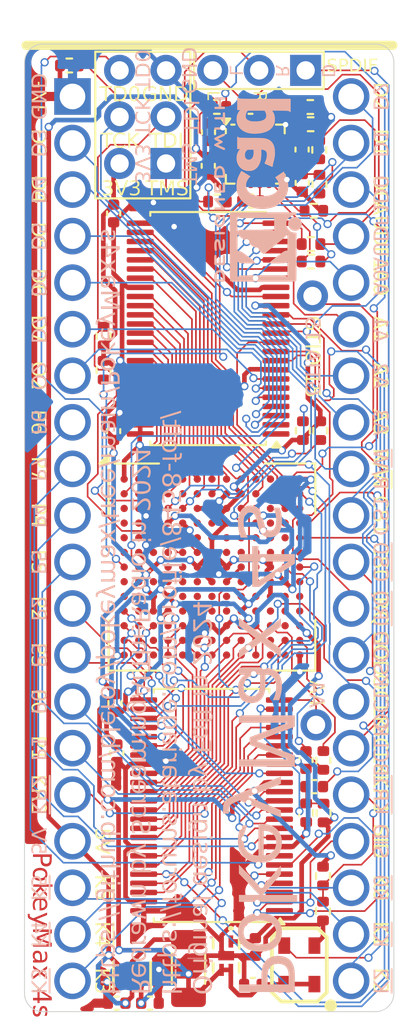
<source format=kicad_pcb>
(kicad_pcb (version 20240108) (generator "pcbnew") (generator_version "8.0")
  (layers (0 "F.Cu" signal) (31 "B.Cu" signal) (34 "B.Paste" user) (35 "F.Paste" user) (36 "B.SilkS" user "B.Silkscreen") (37 "F.SilkS" user "F.Silkscreen") (38 "B.Mask" user) (39 "F.Mask" user) (44 "Edge.Cuts" user))
  (net 0 "")
  (net 1 "GND")
  (net 2 "LIN0")
  (net 3 "LIN1")
  (net 4 "LIN2")
  (net 5 "LIN3")
  (net 6 "LIN4")
  (net 7 "LIN5")
  (net 8 "LIN6")
  (net 9 "LIN7")
  (net 10 "LIN8")
  (net 11 "LIN9")
  (net 12 "LIN10")
  (net 13 "LIN11")
  (net 14 "LIN12")
  (net 15 "LIN13")
  (net 16 "LIN14")
  (net 17 "LIN15")
  (net 18 "LIN16")
  (net 19 "LIN17")
  (net 20 "LIN18")
  (net 21 "5V0")
  (net 22 "3V3")
  (net 23 "LIN19")
  (net 24 "AUD1")
  (net 25 "AUD3")
  (net 26 "AUD4")
  (net 27 "3V3A")
  (net 28 "LIN20")
  (net 29 "LIN21")
  (net 30 "SID")
  (net 31 "LIN23")
  (net 32 "/Audio filter/RIGHT")
  (net 33 "AUDF1")
  (net 34 "ADC_RX")
  (net 35 "ADC_TX")
  (net 36 "2V5")
  (net 37 "LVLB9")
  (net 38 "LINB0")
  (net 39 "LINB1")
  (net 40 "LINB2")
  (net 41 "LINB3")
  (net 42 "LINB4")
  (net 43 "LINB5")
  (net 44 "LINB6")
  (net 45 "LINB7")
  (net 46 "LINB8")
  (net 47 "LINB9")
  (net 48 "LINB10")
  (net 49 "LINB11")
  (net 50 "LINB12")
  (net 51 "LINB13")
  (net 52 "LINB14")
  (net 53 "LINB15")
  (net 54 "LINB16")
  (net 55 "LINB17")
  (net 56 "LINB18")
  (net 57 "LINB19")
  (net 58 "LINB20")
  (net 59 "LINB21")
  (net 60 "LINB22")
  (net 61 "LINB23")
  (net 62 "PTHRES")
  (net 63 "DIGITAL_AUDIO_OUT")
  (net 64 "/Audio filter/LEFT")
  (net 65 "Net-(U1-OUT4)")
  (net 66 "Net-(U1-OUT3)")
  (net 67 "Net-(U1-IN3+)")
  (net 68 "Net-(U1-IN4+)")
  (net 69 "Net-(U1-IN1+)")
  (net 70 "/FPGA/TCK")
  (net 71 "/FPGA/TDO")
  (net 72 "/FPGA/TDI")
  (net 73 "/FPGA/TMS")
  (net 74 "Net-(REG1-SW)")
  (net 75 "CS1")
  (net 76 "D6")
  (net 77 "A1")
  (net 78 "SOD")
  (net 79 "A3")
  (net 80 "P4")
  (net 81 "D7")
  (net 82 "~{CS0}")
  (net 83 "P3")
  (net 84 "BCLK")
  (net 85 "P1")
  (net 86 "O2")
  (net 87 "~{K0}")
  (net 88 "P2")
  (net 89 "P5")
  (net 90 "P6")
  (net 91 "P0")
  (net 92 "~{KR2}")
  (net 93 "~{KR1}")
  (net 94 "D4")
  (net 95 "R{slash}~{W}")
  (net 96 "D0")
  (net 97 "P7")
  (net 98 "~{K5}")
  (net 99 "~{K4}")
  (net 100 "D2")
  (net 101 "~{K2}")
  (net 102 "D1")
  (net 103 "A2")
  (net 104 "~{IRQ}")
  (net 105 "D3")
  (net 106 "~{K3}")
  (net 107 "~{K1}")
  (net 108 "A0")
  (net 109 "Net-(U3-NSTATUS)")
  (net 110 "Net-(U3-CONF_DONE)")
  (net 111 "Net-(U1-IN1-)")
  (net 112 "Net-(U1-IN3-)")
  (net 113 "Net-(U1-IN4-)")
  (net 114 "Net-(U1-IN2-)")
  (net 117 "/FPGA/NC1")
  (net 123 "/FPGA/OSC_CLOCK")
  (net 124 "Net-(U3-CLK2)")
  (net 149 "D5")
  (net 150 "OCLK")
  (net 179 "A4")
  (net 180 "GTIA15")
  (footprint "Capacitor_SMD:C_0402_1005Metric" (layer "F.Cu") (at 150.99 129.92 180)
    (property "Reference" "C10" (hide yes))
    (property "Value" "10nF" (hide yes))
  )
  (footprint "Capacitor_SMD:C_0402_1005Metric" (layer "F.Cu") (at 150.86 82.05 180)
    (property "Reference" "C3" (hide yes))
    (property "Value" "2.2uF" (hide yes))
  )
  (footprint "Connector_PinHeader_2.54mm:PinHeader_1x01_P2.54mm_Vertical" (layer "F.Cu") (at 154.25 92.35)
    (property "Reference" "J1" (hide yes))
    (property "Value" "GTIA 15" (hide yes))
  )
  (footprint "Package_DIP:DIP-40_W15.24mm_Socket" (layer "F.Cu") (at 141.125 81.465)
    (property "Reference" "POKEYMAX4" (hide yes))
    (property "Value" "DIL40" (hide yes))
  )
  (footprint "Resistor_SMD:R_0402_1005Metric" (layer "F.Cu") (at 142.825 96.4 90)
    (property "Reference" "R2" (hide yes))
    (property "Value" "10k" (hide yes))
  )
  (footprint "Capacitor_SMD:C_0402_1005Metric" (layer "F.Cu") (at 151.125 127.875 -90)
    (property "Reference" "C11" (hide yes))
    (property "Value" "0.1uF" (hide yes))
  )
  (footprint "Connector_PinHeader_2.54mm:PinHeader_2x03_P2.54mm_Vertical" (layer "F.Cu") (at 146.24 85.12 180)
    (property "Reference" "JTAG0" (hide yes))
    (property "Value" "CONN_03X2LOCK" (hide yes))
  )
  (footprint "Resistor_SMD:R_0402_1005Metric" (layer "F.Cu") (at 153.725 99.7 90)
    (property "Reference" "R5" (hide yes))
    (property "Value" "10k" (hide yes))
  )
  (footprint "Inductor_SMD:L_1206_3216Metric" (layer "F.Cu") (at 147.47 129.05 -90)
    (property "Reference" "L1" (hide yes))
    (property "Value" "1uH" (hide yes))
  )
  (footprint "pokeymax4:DRY6" (layer "F.Cu") (at 144.38 129.47 -90)
    (property "Reference" "REG1" (hide yes))
    (property "Value" "TPS62237DRYR" (hide yes))
  )
  (footprint "Package_DFN_QFN:VQFN-16-1EP_3x3mm_P0.5mm_EP1.1x1.1mm" (layer "F.Cu") (at 151.12 84.61)
    (property "Reference" "U1" (hide yes))
    (property "Value" "TSV854IQ4T" (hide yes))
  )
  (footprint "Capacitor_SMD:C_0402_1005Metric" (layer "F.Cu") (at 148.55 85.25 -90)
    (property "Reference" "C2" (hide yes))
    (property "Value" "0.1uF" (hide yes))
  )
  (footprint "Connector_PinHeader_2.54mm:PinHeader_1x03_P2.54mm_Vertical" (layer "F.Cu") (at 153.875 80.04 -90)
    (property "Reference" "AUD0" (hide yes))
    (property "Value" "PINHD-2X2" (hide yes))
  )
  (footprint "Package_SO:TSSOP-48_6.1x12.5mm_P0.5mm" (layer "F.Cu") (at 148.73 120.15 180)
    (property "Reference" "U2" (hide yes))
    (property "Value" "74CB3T16210" (hide yes))
  )
  (footprint "Resistor_SMD:R_0402_1005Metric" (layer "F.Cu") (at 142.825 94.54 -90)
    (property "Reference" "R1" (hide yes))
    (property "Value" "10k" (hide yes))
  )
  (footprint "Resistor_SMD:R_0402_1005Metric" (layer "F.Cu") (at 149.05 87.2)
    (property "Reference" "R17" (hide yes))
    (property "Value" "20k" (hide yes))
  )
  (footprint "pokeymax4:TDFN4_1P2X1P6_MCH" (layer "F.Cu") (at 149.53 128.35 -90)
    (property "Reference" "REG2" (hide yes))
    (property "Value" "MIC94310-JYMT-TR" (hide yes))
  )
  (footprint "Resistor_SMD:R_0402_1005Metric" (layer "F.Cu") (at 153.905 120.55 90)
    (property "Reference" "R8" (hide yes))
    (property "Value" "3k3" (hide yes))
  )
  (footprint "Resistor_SMD:R_0402_1005Metric" (layer "F.Cu") (at 154.62 84.38 -90)
    (property "Reference" "R12" (hide yes))
    (property "Value" "560R" (hide yes))
  )
  (footprint "Resistor_SMD:R_0402_1005Metric" (layer "F.Cu") (at 154.855 120.565 -90)
    (property "Reference" "R9" (hide yes))
    (property "Value" "3k3" (hide yes))
  )
  (footprint "Resistor_SMD:R_0402_1005Metric" (layer "F.Cu") (at 154.63 86.25 90)
    (property "Reference" "R11" (hide yes))
    (property "Value" "560R" (hide yes))
  )
  (footprint "Capacitor_SMD:C_0402_1005Metric" (layer "F.Cu") (at 145.36 130.94)
    (property "Reference" "C9" (hide yes))
    (property "Value" "4.7uF" (hide yes))
  )
  (footprint "Capacitor_SMD:C_0402_1005Metric" (layer "F.Cu") (at 153.895 117.675 -90)
    (property "Reference" "C7" (hide yes))
    (property "Value" "1nF" (hide yes))
  )
  (footprint "Capacitor_SMD:C_0402_1005Metric" (layer "F.Cu") (at 143.45 114.56 -90)
    (property "Reference" "FB1" (hide yes))
    (property "Value" "R-EU_R0402" (hide yes))
  )
  (footprint "pokeymax4:ASE" (layer "F.Cu") (at 153.53 128.85 90)
    (property "Reference" "X1" (hide yes))
    (property "Value" "50MHz" (hide yes))
  )
  (footprint "Resistor_SMD:R_0402_1005Metric" (layer "F.Cu") (at 154.325 87.7)
    (property "Reference" "R18" (hide yes))
    (property "Value" "20k" (hide yes))
  )
  (footprint "Capacitor_SMD:C_0402_1005Metric" (layer "F.Cu") (at 153.69 86.18 -90)
    (property "Reference" "C13" (hide yes))
    (property "Value" "18nF" (hide yes))
  )
  (footprint "Resistor_SMD:R_0402_1005Metric" (layer "F.Cu") (at 154.675 99.7 90)
    (property "Reference" "R4" (hide yes))
    (property "Value" "10k" (hide yes))
  )
  (footprint "Capacitor_SMD:C_0402_1005Metric" (layer "F.Cu") (at 150.89 87.17 180)
    (property "Reference" "C4" (hide yes))
    (property "Value" "2.2uF" (hide yes))
  )
  (footprint "Resistor_SMD:R_0402_1005Metric" (layer "F.Cu") (at 154.17 89.52 180)
    (property "Reference" "R14" (hide yes))
    (property "Value" "10k" (hide yes))
  )
  (footprint "Resistor_SMD:R_0402_1005Metric" (layer "F.Cu") (at 154.13 82.04)
    (property "Reference" "R19" (hide yes))
    (property "Value" "20k" (hide yes))
  )
  (footprint "Resistor_SMD:R_0402_1005Metric" (layer "F.Cu") (at 149.02 82.03 180)
    (property "Reference" "R13" (hide yes))
    (property "Value" "560R" (hide yes))
  )
  (footprint "Capacitor_SMD:C_0402_1005Metric" (layer "F.Cu") (at 143.375 99.725 90)
    (property "Reference" "C5" (hide yes))
    (property "Value" "0.1uF" (hide yes))
  )
  (footprint "Resistor_SMD:R_0402_1005Metric" (layer "F.Cu") (at 154.825 124.005 90)
    (property "Reference" "R6" (hide yes))
    (property "Value" "1k1" (hide yes))
  )
  (footprint "Connector_PinHeader_2.54mm:PinHeader_1x01_P2.54mm_Vertical" (layer "F.Cu") (at 154.445 115.755)
    (property "Reference" "J2" (hide yes))
    (property "Value" "A4" (hide yes))
  )
  (footprint "Resistor_SMD:R_0402_1005Metric" (layer "F.Cu") (at 154.15 82.98 180)
    (property "Reference" "R16" (hide yes))
    (property "Value" "10k" (hide yes))
  )
  (footprint "Package_SO:TSSOP-48_6.1x12.5mm_P0.5mm" (layer "F.Cu") (at 148.54 94.13 180)
    (property "Reference" "U4" (hide yes))
    (property "Value" "74CB3T16210" (hide yes))
  )
  (footprint "Package_BGA:BGA-169_11.0x11.0mm_Layout13x13_P0.8mm_Ball0.5mm_Pad0.4mm_NSMD" (layer "F.Cu") (at 148.7511 107.1436)
    (property "Reference" "U3" (hide yes))
    (property "Value" "MAX10" (hide yes))
  )
  (footprint "Resistor_SMD:R_0402_1005Metric" (layer "F.Cu") (at 154.17 90.47)
    (property "Reference" "R15" (hide yes))
    (property "Value" "10k" (hide yes))
  )
  (footprint "Resistor_SMD:R_0402_1005Metric" (layer "F.Cu") (at 154.825 125.915 90)
    (property "Reference" "R7" (hide yes))
    (property "Value" "2k2" (hide yes))
  )
  (footprint "Capacitor_SMD:C_0402_1005Metric" (layer "F.Cu") (at 143.55 117.3 -90)
    (property "Reference" "C6" (hide yes))
    (property "Value" "0.1uF" (hide yes))
  )
  (footprint "Resistor_SMD:R_0402_1005Metric" (layer "F.Cu") (at 154.845 117.695 -90)
    (property "Reference" "R10" (hide yes))
    (property "Value" "1k1" (hide yes))
  )
  (footprint "Capacitor_SMD:C_0402_1005Metric" (layer "F.Cu") (at 143.54 130.94 180)
    (property "Reference" "C8" (hide yes))
    (property "Value" "2.2uF" (hide yes))
  )
  (footprint "Capacitor_SMD:C_0402_1005Metric" (layer "F.Cu") (at 154.345 119.125)
    (property "Reference" "C12" (hide yes))
    (property "Value" "2.2uF" (hide yes))
  )
  (footprint "Capacitor_SMD:C_0402_1005Metric" (layer "F.Cu") (at 143.375 87.85 -90)
    (property "Reference" "C1" (hide yes))
    (property "Value" "0.1uF" (hide yes))
  )
  (footprint "Capacitor_SMD:C_0402_1005Metric" (layer "F.Cu") (at 148.56 83.41 90)
    (property "Reference" "C15" (hide yes))
    (property "Value" "18nF" (hide yes))
  )
  (footprint "Capacitor_SMD:C_0402_1005Metric" (layer "F.Cu") (at 153.68 84.36 90)
    (property "Reference" "C14" (hide yes))
    (property "Value" "18nF" (hide yes))
  )
  (footprint "Resistor_SMD:R_0402_1005Metric" (layer "F.Cu") (at 140.95 79.775 180)
    (property "Reference" "R3" (hide yes))
    (property "Value" "1k" (hide yes))
  )
  (footprint "Symbol:KiCad-Logo2_5mm_SilkScreen" (layer "B.Cu") (at 151.285 86.545 90)
    (property "Reference" "REF**" (hide yes))
    (property "Value" "KiCad-Logo2_5mm_SilkScreen" (hide yes))
  )
  (gr_line (start 138.585 78.671) (end 158.651 78.671) (stroke (width 0.5)) (layer "F.SilkS"))
  (gr_arc (start 139.5 131.4036) (mid 138.792893 131.110707) (end 138.5 130.4036) (stroke (width 0.05)) (layer "Edge.Cuts"))
  (gr_arc (start 158.7 130.4036) (mid 158.407107 131.110707) (end 157.7 131.4036) (stroke (width 0.05)) (layer "Edge.Cuts"))
  (gr_line (start 158.7 79.6036) (end 158.7 130.4036) (stroke (width 0.05)) (layer "Edge.Cuts"))
  (gr_arc (start 138.5 79.6036) (mid 138.792893 78.896493) (end 139.5 78.6036) (stroke (width 0.05)) (layer "Edge.Cuts"))
  (gr_line (start 139.5 78.6036) (end 157.7 78.6036) (stroke (width 0.05)) (layer "Edge.Cuts"))
  (gr_line (start 157.7 131.4036) (end 139.5 131.4036) (stroke (width 0.05)) (layer "Edge.Cuts"))
  (gr_line (start 138.5 130.4036) (end 138.5 79.6036) (stroke (width 0.05)) (layer "Edge.Cuts"))
  (gr_arc (start 157.7 78.6036) (mid 158.407107 78.896493) (end 158.7 79.6036) (stroke (width 0.05)) (layer "Edge.Cuts"))
  (gr_text "PokeyMax 4s" (at 138.798155 122.685 -90) (layer "F.Cu") (effects (font (size 1 1)) (justify left bottom)))
  (gr_text "GND" (at 139.22 81.465001 -90) (layer "B.SilkS") (effects (font (size 0.8 0.8) (thickness 0.1)) (justify mirror)))
  (gr_text "BCLK" (at 157.925 117.125 -90) (layer "B.SilkS") (effects (font (size 0.8 0.8) (thickness 0.1)) (justify mirror)))
  (gr_text "PokeyMax 4s" (at 149.715 130.745 -90) (layer "B.SilkS") (effects (font (size 3 3) (thickness 0.1)) (justify left bottom mirror)))
  (gr_text "A2" (at 157.925 96.705 -90) (layer "B.SilkS") (effects (font (size 0.8 0.8) (thickness 0.1)) (justify mirror)))
  (gr_text "~{KR2}" (at 139.22 119.565 -90) (layer "B.SilkS") (effects (font (size 0.8 0.8) (thickness 0.1)) (justify mirror)))
  (gr_text "P1" (at 139.22 117.025 -90) (layer "B.SilkS") (effects (font (size 0.8 0.8) (thickness 0.1)) (justify mirror)))
  (gr_text "3V3" (at 144.895 85.125 -90) (layer "B.SilkS") (effects (font (size 0.8 0.8) (thickness 0.1)) (justify mirror)))
  (gr_text "P5" (at 139.22 106.865 -90) (layer "B.SilkS") (effects (font (size 0.8 0.8) (thickness 0.1)) (justify mirror)))
  (gr_text "CS1" (at 157.925 104.325 -90) (layer "B.SilkS") (effects (font (size 0.8 0.8) (thickness 0.1)) (justify mirror)))
  (gr_text "D5" (at 139.22 89.085 -90) (layer "B.SilkS") (effects (font (size 0.8 0.8) (thickness 0.1)) (justify mirror)))
  (gr_text "~{K4}" (at 139.22 127.185 -90) (layer "B.SilkS") (effects (font (size 0.8 0.8) (thickness 0.1)) (justify mirror)))
  (gr_text "D" (at 155.068 80.068 -90) (layer "B.SilkS") (effects (font (size 0.7 0.7) (thickness 0.1)) (justify mirror)))
  (gr_text "Original design by Foft in 2024\nhttps://forums.atariage.com/profile/8458-foft/\nRedrawn by ScreamingAtTheRadio in 2024\nhttps://github.com/bleroy/pokeymax/tree/main/PokeyMax4s\n" (at 142.515 130.495 270) (layer "B.SilkS") (effects (font (size 1 1) (thickness 0.1)) (justify left bottom mirror)))
  (gr_text "P3" (at 139.22 111.945 -90) (layer "B.SilkS") (effects (font (size 0.8 0.8) (thickness 0.1)) (justify mirror)))
  (gr_text "D2" (at 157.925 81.465 -90) (layer "B.SilkS") (effects (font (size 0.8 0.8) (thickness 0.1)) (justify mirror)))
  (gr_text "A1" (at 157.925 94.165 -90) (layer "B.SilkS") (effects (font (size 0.8 0.8) (thickness 0.1)) (justify mirror)))
  (gr_text "A4" (at 154.425 114.825 -90) (layer "B.SilkS") (effects (font (size 0.8 0.8) (thickness 0.1)) (justify left mirror)))
  (gr_text "5V" (at 139.22 122.105 -90) (layer "B.SilkS") (effects (font (size 0.8 0.8) (thickness 0.1)) (justify mirror)))
  (gr_text "TDI" (at 147.575 82.585 -90) (layer "B.SilkS") (effects (font (size 0.8 0.8) (thickness 0.1)) (justify mirror)))
  (gr_text "P6" (at 139.22 99.245 -90) (layer "B.SilkS") (effects (font (size 0.8 0.8) (thickness 0.1)) (justify mirror)))
  (gr_text "D0" (at 157.925 86.545 -90) (layer "B.SilkS") (effects (font (size 0.8 0.8) (thickness 0.1)) (justify mirror)))
  (gr_text "~{K1}" (at 157.925 127.185 -90) (layer "B.SilkS") (effects (font (size 0.8 0.8) (thickness 0.1)) (justify mirror)))
  (gr_text "P0" (at 139.22 114.485 -90) (layer "B.SilkS") (effects (font (size 0.8 0.8) (thickness 0.1)) (justify mirror)))
  (gr_text "D1" (at 157.925 84.005 -90) (layer "B.SilkS") (effects (font (size 0.8 0.8) (thickness 0.1)) (justify mirror)))
  (gr_text "AUDF1" (at 157.925 89.085 -90) (layer "B.SilkS") (effects (font (size 0.8 0.8) (thickness 0.1)) (justify mirror)))
  (gr_text "~{K2}" (at 157.925 129.725 -90) (layer "B.SilkS") (effects (font (size 0.8 0.8) (thickness 0.1)) (justify mirror)))
  (gr_text "P4" (at 139.22 104.325 -90) (layer "B.SilkS") (effects (font (size 0.8 0.8) (thickness 0.1)) (justify mirror)))
  (gr_text "SID" (at 157.925 122.105 -90) (layer "B.SilkS") (effects (font (size 0.8 0.8) (thickness 0.1)) (justify mirror)))
  (gr_text "P7" (at 139.22 101.785 -90) (layer "B.SilkS") (effects (font (size 0.8 0.8) (thickness 0.1)) (justify mirror)))
  (gr_text "OCLK" (at 157.925 114.485 -90) (layer "B.SilkS") (effects (font (size 0.8 0.8) (thickness 0.1)) (justify mirror)))
  (gr_text "P2" (at 139.22 109.405 -90) (layer "B.SilkS") (effects (font (size 0.8 0.8) (thickness 0.1)) (justify mirror)))
  (gr_text "R/~{W}" (at 157.925 101.785 -90) (layer "B.SilkS") (effects (font (size 0.8 0.8) (thickness 0.1)) (justify mirror)))
  (gr_text "D7" (at 139.22 94.165 -90) (layer "B.SilkS") (effects (font (size 0.8 0.8) (thickness 0.1)) (justify mirror)))
  (gr_text "TCK" (at 144.895 82.575 -90) (layer "B.SilkS") (effects (font (size 0.8 0.8) (thickness 0.1)) (justify mirror)))
  (gr_text "R" (at 152.555 80.068 -90) (layer "B.SilkS") (effects (font (size 0.7 0.7) (thickness 0.1)) (justify mirror)))
  (gr_text "D3" (at 139.22 84.005 -90) (layer "B.SilkS") (effects (font (size 0.8 0.8) (thickness 0.1)) (justify mirror)))
  (gr_text "D4" (at 139.22 86.545 -90) (layer "B.SilkS") (effects (font (size 0.8 0.8) (thickness 0.1)) (justify mirror)))
  (gr_text "L" (at 150.015 80.068 -90) (layer "B.SilkS") (effects (font (size 0.7 0.7) (thickness 0.1)) (justify mirror)))
  (gr_text "O2" (at 139.22 96.705 -90) (layer "B.SilkS") (effects (font (size 0.8 0.8) (thickness 0.1)) (justify mirror)))
  (gr_text "D6" (at 139.22 91.625 -90) (layer "B.SilkS") (effects (font (size 0.8 0.8) (thickness 0.1)) (justify mirror)))
  (gr_text "~{KR1}" (at 157.925 119.565 -90) (layer "B.SilkS") (effects (font (size 0.8 0.8) (thickness 0.1)) (justify mirror)))
  (gr_text "~{CS0}" (at 157.925 106.865 -90) (layer "B.SilkS") (effects (font (size 0.8 0.8) (thickness 0.1)) (justify mirror)))
  (gr_text "~{K3}" (at 139.22 129.725 -90) (layer "B.SilkS") (effects (font (size 0.8 0.8) (thickness 0.1)) (justify mirror)))
  (gr_text "A0" (at 157.925 91.625 -90) (layer "B.SilkS") (effects (font (size 0.8 0.8) (thickness 0.1)) (justify mirror)))
  (gr_text "TMS" (at 147.455 85.145 -90) (layer "B.SilkS") (effects (font (size 0.8 0.8) (thickness 0.1)) (justify mirror)))
  (gr_text "A3" (at 157.925 99.245 -90) (layer "B.SilkS") (effects (font (size 0.8 0.8) (thickness 0.1)) (justify mirror)))
  (gr_text "~{K0}" (at 157.925 124.645 -90) (layer "B.SilkS") (effects (font (size 0.8 0.8) (thickness 0.1)) (justify mirror)))
  (gr_text "SOD" (at 157.925 111.845 -90) (layer "B.SilkS") (effects (font (size 0.8 0.8) (thickness 0.1)) (justify mirror)))
  (gr_text "~{IRQ}" (at 157.925 109.405 -90) (layer "B.SilkS") (effects (font (size 0.8 0.8) (thickness 0.1)) (justify mirror)))
  (gr_text "TD0" (at 144.895 80.025 -90) (layer "B.SilkS") (effects (font (size 0.8 0.8) (thickness 0.1)) (justify mirror)))
  (gr_text "GND" (at 147.445 80.045 -90) (layer "B.SilkS") (effects (font (size 0.8 0.8) (thickness 0.1)) (justify mirror)))
  (gr_text "GTIA 15" (at 154.206 93.425 -90) (layer "B.SilkS") (effects (font (size 0.8 0.8) (thickness 0.1)) (justify right mirror)))
  (gr_text "~{K5}" (at 139.22 124.635 -90) (layer "B.SilkS") (effects (font (size 0.8 0.8) (thickness 0.1)) (justify mirror)))
  (gr_text "~{K4}" (at 142.715 127.185 -90) (layer "F.SilkS") (effects (font (size 0.8 0.8) (thickness 0.1))))
  (gr_text "CS1" (at 157.925 104.325 -90) (layer "F.SilkS") (effects (font (size 0.8 0.8) (thickness 0.1))))
  (gr_text "GND" (at 146.205 81.385 0) (layer "F.SilkS") (effects (font (size 0.8 0.8) (thickness 0.1))))
  (gr_text "D2" (at 157.925 81.465 -90) (layer "F.SilkS") (effects (font (size 0.8 0.8) (thickness 0.1))))
  (gr_text "GTIO 15" (at 154.215 93.425 -90) (layer "F.SilkS") (effects (font (size 0.8 0.8) (thickness 0.1)) (justify left)))
  (gr_text "O2" (at 139.22599 96.705 -90) (layer "F.SilkS") (effects (font (size 0.8 0.8) (thickness 0.1))))
  (gr_text "A1" (at 157.925 94.165 -90) (layer "F.SilkS") (effects (font (size 0.8 0.8) (thickness 0.1))))
  (gr_text "OCLK" (at 157.925 114.485 -90) (layer "F.SilkS") (effects (font (size 0.8 0.8) (thickness 0.1))))
  (gr_text "P7" (at 139.22599 101.785 -90) (layer "F.SilkS") (effects (font (size 0.8 0.8) (thickness 0.1))))
  (gr_text "D3" (at 139.22599 84.005 -90) (layer "F.SilkS") (effects (font (size 0.8 0.8) (thickness 0.1))))
  (gr_text "~{IRQ}" (at 157.925 109.405 -90) (layer "F.SilkS") (effects (font (size 0.8 0.8) (thickness 0.1))))
  (gr_text "D6" (at 139.22599 91.625 -90) (layer "F.SilkS") (effects (font (size 0.8 0.8) (thickness 0.1))))
  (gr_text "D0" (at 157.925 86.545 -90) (layer "F.SilkS") (effects (font (size 0.8 0.8) (thickness 0.1))))
  (gr_text "R/~{W}" (at 157.925 101.785 -90) (layer "F.SilkS") (effects (font (size 0.8 0.8) (thickness 0.1))))
  (gr_text "AUDF1" (at 157.925 89.085 -90) (layer "F.SilkS") (effects (font (size 0.8 0.8) (thickness 0.1))))
  (gr_text "5V" (at 142.715 122.105 -90) (layer "F.SilkS") (effects (font (size 0.8 0.8) (thickness 0.1))))
  (gr_text "SID" (at 157.925 122.105 -90) (layer "F.SilkS") (effects (font (size 0.8 0.8) (thickness 0.1))))
  (gr_text "~{K3}" (at 142.715 129.725 -90) (layer "F.SilkS") (effects (font (size 0.8 0.8) (thickness 0.1))))
  (gr_text "~{K0}" (at 157.925 124.645 -90) (layer "F.SilkS") (effects (font (size 0.8 0.8) (thickness 0.1))))
  (gr_text "P6" (at 139.22599 99.245 -90) (layer "F.SilkS") (effects (font (size 0.8 0.8) (thickness 0.1))))
  (gr_text "SOD" (at 157.925 111.845 -90) (layer "F.SilkS") (effects (font (size 0.8 0.8) (thickness 0.1))))
  (gr_text "P2" (at 139.22599 109.405 -90) (layer "F.SilkS") (effects (font (size 0.8 0.8) (thickness 0.1))))
  (gr_text "~{KR2}" (at 139.22599 119.565 -90) (layer "F.SilkS") (effects (font (size 0.8 0.8) (thickness 0.1))))
  (gr_text "L" (at 148.795 81.125 -90) (layer "F.SilkS") (effects (font (size 0.7 0.7) (thickness 0.1)) (justify left)))
  (gr_text "3V3" (at 143.8 86.525 0) (layer "F.SilkS") (effects (font (size 0.8 0.8) (thickness 0.1))))
  (gr_text "R" (at 151.335 81.125 -90) (layer "F.SilkS") (effects (font (size 0.7 0.7) (thickness 0.1)) (justify left)))
  (gr_text "~{K1}" (at 157.925 127.185 -90) (layer "F.SilkS") (effects (font (size 0.8 0.8) (thickness 0.1))))
  (gr_text "~{K5}" (at 142.715 124.635 -90) (layer "F.SilkS") (effects (font (size 0.8 0.8) (thickness 0.1))))
  (gr_text "TCK" (at 143.73 83.925 0) (layer "F.SilkS") (effects (font (size 0.8 0.8) (thickness 0.1))))
  (gr_text "D4" (at 139.22599 86.545 -90) (layer "F.SilkS") (effects (font (size 0.8 0.8) (thickness 0.1))))
  (gr_text "A4" (at 154.425 114.785 -90) (layer "F.SilkS") (effects (font (size 0.8 0.8) (thickness 0.1)) (justify right)))
  (gr_text "P0" (at 139.22599 114.485 -90) (layer "F.SilkS") (effects (font (size 0.8 0.8) (thickness 0.1))))
  (gr_text "P5" (at 139.22599 106.865 -90) (layer "F.SilkS") (effects (font (size 0.8 0.8) (thickness 0.1))))
  (gr_text "P1" (at 139.22599 117.025 -90) (layer "F.SilkS") (effects (font (size 0.8 0.8) (thickness 0.1))))
  (gr_text "~{CS0}" (at 157.925 106.865 -90) (layer "F.SilkS") (effects (font (size 0.8 0.8) (thickness 0.1))))
  (gr_text "P4" (at 139.22599 104.325 -90) (layer "F.SilkS") (effects (font (size 0.8 0.8) (thickness 0.1))))
  (gr_text "~{KR1}" (at 157.925 119.565 -90) (layer "F.SilkS") (effects (font (size 0.8 0.8) (thickness 0.1))))
  (gr_text "TD0" (at 143.735 81.385 0) (layer "F.SilkS") (effects (font (size 0.8 0.8) (thickness 0.1))))
  (gr_text "D7" (at 139.22599 94.165 -90) (layer "F.SilkS") (effects (font (size 0.8 0.8) (thickness 0.1))))
  (gr_text "SPDIF" (at 155.015 79.825 0) (layer "F.SilkS") (effects (font (size 0.7 0.7) (thickness 0.1)) (justify left)))
  (gr_text "D5" (at 139.22599 89.085 -90) (layer "F.SilkS") (effects (font (size 0.8 0.8) (thickness 0.1))))
  (gr_text "TMS" (at 146.305 86.525 0) (layer "F.SilkS") (effects (font (size 0.8 0.8) (thickness 0.1))))
  (gr_text "A0" (at 157.925 91.625 -90) (layer "F.SilkS") (effects (font (size 0.8 0.8) (thickness 0.1))))
  (gr_text "GND" (at 139.22599 81.465001 -90) (layer "F.SilkS") (effects (font (size 0.8 0.8) (thickness 0.1))))
  (gr_text "~{K2}" (at 157.925 129.725 -90) (layer "F.SilkS") (effects (font (size 0.8 0.8) (thickness 0.1))))
  (gr_text "P3" (at 139.22599 111.945 -90) (layer "F.SilkS") (effects (font (size 0.8 0.8) (thickness 0.1))))
  (gr_text "A2" (at 157.925 96.705 -90) (layer "F.SilkS") (effects (font (size 0.8 0.8) (thickness 0.1))))
  (gr_text "A3" (at 157.925 99.245 -90) (layer "F.SilkS") (effects (font (size 0.8 0.8) (thickness 0.1))))
  (gr_text "BCLK" (at 157.925 117.125 -90) (layer "F.SilkS") (effects (font (size 0.8 0.8) (thickness 0.1))))
  (gr_text "TDI" (at 146.27 83.925 0) (layer "F.SilkS") (effects (font (size 0.8 0.8) (thickness 0.1))))
  (gr_text "D1" (at 157.925 84.005 -90) (layer "F.SilkS") (effects (font (size 0.8 0.8) (thickness 0.1))))
  (segment (start 144.280001 122.4) (end 144.026 122.654001) (width 0.254) (layer "F.Cu") (net 1))
  (segment (start 143.815 129.775) (end 143.88 129.84) (width 0.254) (layer "F.Cu") (net 1))
  (segment (start 152.373816 126.685) (end 154.565 126.685) (width 0.254) (layer "F.Cu") (net 1))
  (segment (start 145.5436 106.3436) (end 145.15 105.95) (width 0.254) (layer "F.Cu") (net 1))
  (segment (start 147.9564 111.1436) (end 148.35 110.75) (width 0.254) (layer "F.Cu") (net 1))
  (segment (start 140.44 79.775) (end 140.44 80.78) (width 0.254) (layer "F.Cu") (net 1))
  (segment (start 154.825 127.33) (end 154.825 126.425) (width 0.254) (layer "F.Cu") (net 1))
  (segment (start 154.565 126.685) (end 154.825 126.425) (width 0.254) (layer "F.Cu") (net 1))
  (segment (start 145.0175 117.9) (end 144.280001 117.9) (width 0.254) (layer "F.Cu") (net 1))
  (segment (start 144.88 129.114988) (end 145.835012 129.114988) (width 0.254) (layer "F.Cu") (net 1))
  (segment (start 145.84 129.882) (end 147.372 128.35) (width 0.254) (layer "F.Cu") (net 1))
  (segment (start 144.122644 96.38) (end 143.732312 95.989668) (width 0.254) (layer "F.Cu") (net 1))
  (segment (start 150.5253 97.275) (end 150.5253 96.653429) (width 0.254) (layer "F.Cu") (net 1))
  (segment (start 146.231858 117.731927) (end 146.063785 117.9) (width 0.254) (layer "F.Cu") (net 1))
  (segment (start 143.375 91.132356) (end 143.871322 91.628678) (width 0.254) (layer "F.Cu") (net 1))
  (segment (start 148.55 85.775) (end 147.9 86.425) (width 0.254) (layer "F.Cu") (net 1))
  (segment (start 149.276 128.096) (end 149.53 128.35) (width 0.254) (layer "F.Cu") (net 1))
  (segment (start 149.5511 103.1489) (end 149.15 103.55) (width 0.254) (layer "F.Cu") (net 1))
  (segment (start 144.026 125.145999) (end 144.280001 125.4) (width 0.254) (layer "F.Cu") (net 1))
  (segment (start 146.063785 117.9) (end 145.0175 117.9) (width 0.254) (layer "F.Cu") (net 1))
  (segment (start 149.276 127.5753) (end 147.6007 125.9) (width 0.254) (layer "F.Cu") (net 1))
  (segment (start 155.185299 82.585299) (end 154.64 82.04) (width 0.254) (layer "F.Cu") (net 1))
  (segment (start 149.276 127.5753) (end 149.276 127.244) (width 0.254) (layer "F.Cu") (net 1))
  (segment (start 154.355 127.8) (end 154.825 127.33) (width 0.254) (layer "F.Cu") (net 1))
  (segment (start 145.0175 122.4) (end 144.280001 122.4) (width 0.254) (layer "F.Cu") (net 1))
  (segment (start 154.130463 102.3436) (end 154.156663 102.3698) (width 0.254) (layer "F.Cu") (net 1))
  (segment (start 152.195001 84.36) (end 152.5825 84.36) (width 0.254) (layer "F.Cu") (net 1))
  (segment (start 150.2158 128.35) (end 149.53 128.35) (width 0.254) (layer "F.Cu") (net 1))
  (segment (start 144.8275 99.38) (end 144.8275 99.88) (width 0.254) (layer "F.Cu") (net 1))
  (segment (start 152.2225 96.35) (end 152.2525 96.38) (width 0.254) (layer "F.Cu") (net 1))
  (segment (start 143.836 91.664) (end 143.871322 91.628678) (width 0.254) (layer "F.Cu") (net 1))
  (segment (start 151.924 84.631001) (end 152.195001 84.36) (width 0.254) (layer "F.Cu") (net 1))
  (segment (start 143.836 96.125999) (end 143.836 91.664) (width 0.254) (layer "F.Cu") (net 1))
  (segment (start 149.34664 83.167685) (end 149.108955 82.93) (width 0.254) (layer "F.Cu") (net 1))
  (segment (start 149.276 127.244) (end 150.06142 126.45858) (width 0.254) (layer "F.Cu") (net 1))
  (segment (start 151.497306 91.88) (end 152.2525 91.88) (width 0.254) (layer "F.Cu") (net 1))
  (segment (start 143.375 88.33) (end 144.455 87.25) (width 0.254) (layer "F.Cu") (net 1))
  (segment (start 152.7511 107.9511) (end 153.15 108.35) (width 0.254) (layer "F.Cu") (net 1))
  (segment (start 143.871322 91.628678) (end 144.122644 91.88) (width 0.254) (layer "F.Cu") (net 1))
  (segment (start 143.651999 117.78) (end 144.026 118.154001) (width 0.254) (layer "F.Cu") (net 1))
  (segment (start 147.1511 104.761512) (end 147.532107 105.142519) (width 0.254) (layer "F.Cu") (net 1))
  (segment (start 155.2647 82.585299) (end 155.185299 82.585299) (width 0.254) (layer "F.Cu") (net 1))
  (segment (start 147.372 128.35) (end 149.53 128.35) (width 0.254) (layer "F.Cu") (net 1))
  (segment (start 151.580894 122.4) (end 150.06142 123.919474) (width 0.254) (layer "F.Cu") (net 1))
  (segment (start 148.55 85.73) (end 149.56 86.74) (width 0.254) (layer "F.Cu") (net 1))
  (segment (start 150.828729 96.35) (end 152.2225 96.35) (width 0.254) (layer "F.Cu") (net 1))
  (segment (start 151.689 127.369816) (end 152.373816 126.685) (width 0.254) (layer "F.Cu") (net 1))
  (segment (start 145.835012 129.114988) (end 145.85 129.1) (width 0.254) (layer "F.Cu") (net 1))
  (segment (start 144.280001 125.4) (end 145.0175 125.4) (width 0.254) (layer "F.Cu") (net 1))
  (segment (start 144.8275 99.38) (end 143.51 99.38) (width 0.254) (layer "F.Cu") (net 1))
  (segment (start 149.53 128.35) (end 151.12 128.35) (width 0.254) (layer "F.Cu") (net 1))
  (segment (start 153.776999 121.802999) (end 153.905 121.674999) (width 0.254) (layer "F.Cu") (net 1))
  (segment (start 151.357506 92.0198) (end 151.497306 91.88) (width 0.254) (layer "F.Cu") (net 1))
  (segment (start 146.683208 88.566792) (end 150.136216 92.0198) (width 0.254) (layer "F.Cu") (net 1))
  (segment (start 153.284128 117.9) (end 152.4425 117.9) (width 0.254) (layer "F.Cu") (net 1))
  (segment (start 153.905 121.674999) (end 153.905 121.06) (width 0.254) (layer "F.Cu") (net 1))
  (segment (start 151.689 127.791) (end 151.689 127.369816) (width 0.254) (layer "F.Cu") (net 1))
  (segment (start 144.090001 96.38) (end 143.836 96.125999) (width 0.254) (layer "F.Cu") (net 1))
  (segment (start 151.924 85.414) (end 151.924 84.631001) (width 0.254) (layer "F.Cu") (net 1))
  (segment (start 144.8 99.9075) (end 144.8 100.5) (width 0.254) (layer "F.Cu") (net 1))
  (segment (start 144.026 122.113356) (end 144.312644 122.4) (width 0.254) (layer "F.Cu") (net 1))
  (segment (start 150.3564 110.3436) (end 150.75 109.95) (width 0.254) (layer "F.Cu") (net 1))
  (segment (start 148.92 85.36) (end 148.55 85.73) (width 0.254) (layer "F.Cu") (net 1))
  (segment (start 146.3511 108.7511) (end 146.75 109.15) (width 0.254) (layer "F.Cu") (net 1))
  (segment (start 144.8275 96.38) (end 144.090001 96.38) (width 0.254) (layer "F.Cu") (net 1))
  (segment (start 151.9436 105.5436) (end 151.55 105.15) (width 0.254) (layer "F.Cu") (net 1))
  (segment (start 153.84418 118.155) (end 153.436654 117.747474) (width 0.254) (layer "F.Cu") (net 1))
  (segment (start 145.5511 103.9489) (end 145.15 104.35) (width 0.254) (layer "F.Cu") (net 1))
  (segment (start 143.025 129.775) (end 143.815 129.775) (width 0.254) (layer "F.Cu") (net 1))
  (segment (start 144.8275 99.88) (end 144.8 99.9075) (width 0.254) (layer "F.Cu") (net 1))
  (segment (start 144.8 100.5) (end 143.9511 101.3489) (width 0.254) (layer "F.Cu") (net 1))
  (segment (start 153.179999 122.4) (end 153.776999 121.802999) (width 0.254) (layer "F.Cu") (net 1))
  (segment (start 153.5511 111.9436) (end 153.5511 112.852633) (width 0.254) (layer "F.Cu") (net 1))
  (segment (start 143.561 111.975) (end 143.9197 111.975) (width 0.254) (layer "F.Cu") (net 1))
  (segment (start 143.732312 95.989668) (end 143.732312 95.882023) (width 0.254) (layer "F.Cu") (net 1))
  (segment (start 146.3436 108.7436) (end 145.95 108.35) (width 0.254) (layer "F.Cu") (net 1))
  (segment (start 144.312644 122.4) (end 145.0175 122.4) (width 0.254) (layer "F.Cu") (net 1))
  (segment (start 143.375 99.245) (end 143.375 99.053026) (width 0.254) (layer "F.Cu") (net 1))
  (segment (start 143.375 99.053026) (end 143.714013 98.714013) (width 0.254) (layer "F.Cu") (net 1))
  (segment (start 153.5511 102.3436) (end 154.130463 102.3436) (width 0.254) (layer "F.Cu") (net 1))
  (segment (start 144.026 122.654001) (end 144.026 125.145999) (width 0.254) (layer "F.Cu") (net 1))
  (segment (start 152.7436 107.9436) (end 152.35 107.55) (width 0.254) (layer "F.Cu") (net 1))
  (segment (start 150.5253 96.653429) (end 150.828729 96.35) (width 0.254) (layer "F.Cu") (net 1))
  (segment (start 149.56 86.74) (end 149.56 87.2) (width 0.254) (layer "F.Cu") (net 1))
  (segment (start 145.0175 125.9) (end 145.0175 125.4) (width 0.254) (layer "F.Cu") (net 1))
  (segment (start 149.276 127.5753) (end 149.276 128.096) (width 0.254) (layer "F.Cu") (net 1))
  (segment (start 143.9511 101.3489) (end 143.9511 102.3436) (width 0.254) (layer "F.Cu") (net 1))
  (segment (start 152.4425 122.4) (end 151.580894 122.4) (width 0.254) (layer "F.Cu") (net 1))
  (segment (start 144.8275 96.38) (end 144.122644 96.38) (width 0.254) (layer "F.Cu") (net 1))
  (segment (start 149.7115 85.414) (end 151.924 85.414) (width 0.254) (layer "F.Cu") (net 1))
  (segment (start 144.122644 91.88) (end 144.8275 91.88) (width 0.254) (layer "F.Cu") (net 1))
  (segment (start 150.51 129.92) (end 150.51 128.6442) (width 0.254) (layer "F.Cu") (net 1))
  (segment (start 150.06142 123.919474) (end 150.06142 126.38142) (width 0.254) (layer "F.Cu") (net 1))
  (segment (start 150.136216 92.0198) (end 151.357506 92.0198) (width 0.254) (layer "F.Cu") (net 1))
  (segment (start 143.06 130.66) (end 143.88 129.84) (width 0.254) (layer "F.Cu") (net 1))
  (segment (start 145.072988 129.114988) (end 144.88 129.114988) (width 0.254) (layer "F.Cu") (net 1))
  (segment (start 145.84 129.882) (end 145.072988 129.114988) (width 0.254) (layer "F.Cu") (net 1))
  (segment (start 153.69 86.693872) (end 154.696128 87.7) (width 0.254) (layer "F.Cu") (net 1))
  (segment (start 145.84 130.94) (end 145.84 129.882) (width 0.254) (layer "F.Cu") (net 1))
  (segment (start 153.5511 112.852633) (end 153.553801 112.855334) (width 0.254) (layer "F.Cu") (net 1))
  (segment (start 144.280001 117.9) (end 144.026 118.154001) (width 0.254) (layer "F.Cu") (net 1))
  (segment (start 151.125 128.355) (end 151.689 127.791) (width 0.254) (layer "F.Cu") (net 1))
  (segment (start 153.51 86.66) (end 152.85 86) (width 0.254) (layer "F.Cu") (net 1))
  (segment (start 149.108955 82.93) (end 148.56 82.93) (width 0.254) (layer "F.Cu") (net 1))
  (segment (start 148.7511 107.1511) (end 149.125 107.525) (width 0.254) (layer "F.Cu") (net 1))
  (segment (start 153.655 83.88) (end 152.775 83) (width 0.254) (layer "F.Cu") (net 1))
  (segment (start 147.6007 125.9) (end 145.0175 125.9) (width 0.254) (layer "F.Cu") (net 1))
  (segment (start 150.51 128.6442) (end 150.2158 128.35) (width 0.254) (layer "F.Cu") (net 1))
  (segment (start 149.6575 85.36) (end 148.92 85.36) (width 0.254) (layer "F.Cu") (net 1))
  (segment (start 143.375 88.33) (end 143.375 91.132356) (width 0.254) (layer "F.Cu") (net 1))
  (segment (start 153.436654 117.747474) (end 153.284128 117.9) (width 0.254) (layer "F.Cu") (net 1))
  (segment (start 152.4425 122.4) (end 153.179999 122.4) (width 0.254) (layer "F.Cu") (net 1))
  (segment (start 144.026 118.154001) (end 144.026 122.113356) (width 0.254) (layer "F.Cu") (net 1))
  (segment (start 150.06142 126.45858) (end 150.06142 126.38142) (width 0.254) (layer "F.Cu") (net 1))
  (segment (start 149.6575 85.36) (end 149.7115 85.414) (width 0.254) (layer "F.Cu") (net 1))
  (segment (start 144.455 87.25) (end 145.55 87.25) (width 0.254) (layer "F.Cu") (net 1))
  (segment (start 143.06 130.94) (end 143.06 130.66) (width 0.254) (layer "F.Cu") (net 1))
  (via (at 152.35 107.55) (size 0.4524) (drill 0.3) (layers "F.Cu" "B.Cu") (net 1))
  (via (at 153.903999 121.675999) (size 0.4524) (drill 0.3) (layers "F.Cu" "B.Cu") (net 1))
  (via (at 150.75 109.95) (size 0.4524) (drill 0.3) (layers "F.Cu" "B.Cu") (net 1))
  (via (at 149.125 107.525) (size 0.4524) (drill 0.3) (layers "F.Cu" "B.Cu") (net 1))
  (via (at 148.35 110.75) (size 0.4524) (drill 0.3) (layers "F.Cu" "B.Cu") (net 1))
  (via (at 144.8 100.5) (size 0.4524) (drill 0.3) (layers "F.Cu" "B.Cu") (net 1))
  (via (at 145.85 129.1) (size 0.4524) (drill 0.3) (layers "F.Cu" "B.Cu") (net 1))
  (via (at 152.85 86) (size 0.4524) (drill 0.3) (layers "F.Cu" "B.Cu") (net 1))
  (via (at 152.775 83) (size 0.4524) (drill 0.3) (layers "F.Cu" "B.Cu") (net 1))
  (via (at 143.561 111.975) (size 0.4524) (drill 0.3) (layers "F.Cu" "B.Cu") (net 1))
  (via (at 153.553801 112.855334) (size 0.4524) (drill 0.3) (layers "F.Cu" "B.Cu") (net 1))
  (via (at 143.714013 98.714013) (size 0.4524) (drill 0.3) (layers "F.Cu" "B.Cu") (net 1))
  (via (at 146.683208 88.566792) (size 0.4524) (drill 0.3) (layers "F.Cu" "B.Cu") (net 1))
  (via (at 154.156663 102.3698) (size 0.4524) (drill 0.3) (layers "F.Cu" "B.Cu") (net 1))
  (via (at 153.15 108.35) (size 0.4524) (drill 0.3) (layers "F.Cu" "B.Cu") (net 1))
  (via (at 146.75 109.15) (size 0.4524) (drill 0.3) (layers "F.Cu" "B.Cu") (net 1))
  (via (at 146.231858 117.731927) (size 0.4524) (drill 0.3) (layers "F.Cu" "B.Cu") (net 1))
  (via (at 147.9 86.425) (size 0.4524) (drill 0.3) (layers "F.Cu" "B.Cu") (net 1))
  (via (at 145.15 105.95) (size 0.4524) (drill 0.3) (layers "F.Cu" "B.Cu") (net 1))
  (via (at 145.55 87.25) (size 0.4524) (drill 0.3) (layers "F.Cu" "B.Cu") (net 1))
  (via (at 155.2647 82.585299) (size 0.4524) (drill 0.3) (layers "F.Cu" "B.Cu") (net 1))
  (via (at 150.5253 97.275) (size 0.4524) (drill 0.3) (layers "F.Cu" "B.Cu") (net 1))
  (via (at 151.55 105.15) (size 0.4524) (drill 0.3) (layers "F.Cu" "B.Cu") (net 1))
  (via (at 145.15 104.35) (size 0.4524) (drill 0.3) (layers "F.Cu" "B.Cu") (net 1))
  (via (at 143.732312 95.882023) (size 0.4524) (drill 0.3) (layers "F.Cu" "B.Cu") (net 1))
  (via (at 153.436654 117.747474) (size 0.4524) (drill 0.3) (layers "F.Cu" "B.Cu") (net 1))
  (via (at 149.15 103.55) (size 0.4524) (drill 0.3) (layers "F.Cu" "B.Cu") (net 1))
  (via (at 145.95 108.35) (size 0.4524) (drill 0.3) (layers "F.Cu" "B.Cu") (net 1))
  (via (at 143.025 129.775) (size 0.4524) (drill 0.3) (layers "F.Cu" "B.Cu") (net 1))
  (via (at 149.34664 83.167685) (size 0.4524) (drill 0.3) (layers "F.Cu" "B.Cu") (net 1))
  (via (at 147.532107 105.142519) (size 0.4524) (drill 0.3) (layers "F.Cu" "B.Cu") (net 1))
  (segment (start 147.532107 105.142519) (end 145.942519 105.142519) (width 0.254) (layer "B.Cu") (net 1))
  (segment (start 149.34664 83.167685) (end 152.607315 83.167685) (width 0.254) (layer "B.Cu") (net 1))
  (segment (start 152.642811 113.766324) (end 152.642811 117.004901) (width 0.254) (layer "B.Cu") (net 1))
  (segment (start 153.15 108.35) (end 153.2112 108.2888) (width 0.254) (layer "B.Cu") (net 1))
  (segment (start 145.95 107.525) (end 145.15 106.725) (width 0.254) (layer "B.Cu") (net 1))
  (segment (start 141.125 80.211) (end 142.411 78.925) (width 0.254) (layer "B.Cu") (net 1))
  (segment (start 150.75 109.95) (end 149.95 109.15) (width 0.254) (layer "B.Cu") (net 1))
  (segment (start 143.714013 95.900322) (end 143.732312 95.882023) (width 0.254) (layer "B.Cu") (net 1))
  (segment (start 153.553801 112.855334) (end 152.642811 113.766324) (width 0.254) (layer "B.Cu") (net 1))
  (segment (start 144.8 100.5) (end 144.8 104) (width 0.254) (layer "B.Cu") (net 1))
  (segment (start 153.2112 108.2888) (end 153.2112 106.4138) (width 0.254) (layer "B.Cu") (net 1))
  (segment (start 153.385384 117.747474) (end 153.436654 117.747474) (width 0.254) (layer "B.Cu") (net 1))
  (segment (start 153.189701 82.585299) (end 152.775 83) (width 0.254) (layer "B.Cu") (net 1))
  (segment (start 142.411 78.925) (end 145.125 78.925) (width 0.254) (layer "B.Cu") (net 1))
  (segment (start 149.95 109.15) (end 146.75 109.15) (width 0.254) (layer "B.Cu") (net 1))
  (segment (start 145.55 87.25) (end 147.075 87.25) (width 0.254) (layer "B.Cu") (net 1))
  (segment (start 154.0134 118.32422) (end 153.436654 117.747474) (width 0.254) (layer "B.Cu") (net 1))
  (segment (start 147.9 86.425) (end 148.3574 85.9676) (width 0.254) (layer "B.Cu") (net 1))
  (segment (start 146.683208 88.566792) (end 146.683206 88.566792) (width 0.254) (layer "B.Cu") (net 1))
  (segment (start 146.231858 117.706858) (end 143.2552 114.7302) (width 0.254) (layer "B.Cu") (net 1))
  (segment (start 145.357053 108.832053) (end 145.839106 108.35) (width 0.254) (layer "B.Cu") (net 1))
  (segment (start 144.39664 108.832053) (end 145.357053 108.832053) (width 0.254) (layer "B.Cu") (net 1))
  (segment (start 149.34664 83.167685) (end 149.267685 83.167685) (width 0.254) (layer "B.Cu") (net 1))
  (segment (start 145.125 78.925) (end 146.24 80.04) (width 0.254) (layer "B.Cu") (net 1))
  (segment (start 153.575 106.05) (end 153.575 102.951463) (width 0.254) (layer "B.Cu") (net 1))
  (segment (start 149.15 104.20393) (end 149.763962 104.817892) (width 0.254) (layer "B.Cu") (net 1))
  (segment (start 145.15 106.725) (end 145.15 105.95) (width 0.254) (layer "B.Cu") (net 1))
  (segment (start 154.0134 121.566598) (end 154.0134 118.32422) (width 0.254) (layer "B.Cu") (net 1))
  (segment (start 151.217892 104.817892) (end 150.257108 104.817892) (width 0.254) (layer "B.Cu") (net 1))
  (segment (start 143.7 129.1) (end 145.85 129.1) (width 0.254) (layer "B.Cu") (net 1))
  (segment (start 143.025 129.775) (end 143.7 129.1) (width 0.254) (layer "B.Cu") (net 1))
  (segment (start 149.763962 104.817892) (end 150.257108 104.817892) (width 0.254) (layer "B.Cu") (net 1))
  (segment (start 152.607315 83.167685) (end 152.775 83) (width 0.254) (layer "B.Cu") (net 1))
  (segment (start 152.5825 85.7325) (end 152.5825 84.36) (width 0.254) (layer "B.Cu") (net 1))
  (segment (start 151.55 105.15) (end 151.217892 104.817892) (width 0.254) (layer "B.Cu") (net 1))
  (segment (start 152.775 83) (end 152.5825 83.1925) (width 0.254) (layer "B.Cu") (net 1))
  (segment (start 148.39 82.29) (end 146.24 80.14) (width 0.254) (layer "B.Cu") (net 1))
  (segment (start 145.15 105.95) (end 145.15 104.35) (width 0.254) (layer "B.Cu") (net 1))
  (segment (start 152.7052 102.3698) (end 154.156663 102.3698) (width 0.254) (layer "B.Cu") (net 1))
  (segment (start 148.3574 82.3226) (end 148.39 82.29) (width 0.254) (layer "B.Cu") (net 1))
  (segment (start 148.3574 85.9676) (end 148.3574 82.3226) (width 0.254) (layer "B.Cu") (net 1))
  (segment (start 144.8 104) (end 145.15 104.35) (width 0.254) (layer "B.Cu") (net 1))
  (segment (start 149.125 107.525) (end 152.325 107.525) (width 0.254) (layer "B.Cu") (net 1))
  (segment (start 143.561 109.667693) (end 144.39664 108.832053) (width 0.254) (layer "B.Cu") (net 1))
  (segment (start 145.125289 97.275) (end 150.5253 97.275) (width 0.254) (layer "B.Cu") (net 1))
  (segment (start 145.95 108.35) (end 145.95 107.525) (width 0.254) (layer "B.Cu") (net 1))
  (segment (start 143.2552 112.2808) (end 143.561 111.975) (width 0.254) (layer "B.Cu") (net 1))
  (segment (start 152.642811 117.004901) (end 153.385384 117.747474) (width 0.254) (layer "B.Cu") (net 1))
  (segment (start 145.942519 105.142519) (end 145.15 104.35) (width 0.254) (layer "B.Cu") (net 1))
  (segment (start 153.575 102.951463) (end 154.156663 102.3698) (width 0.254) (layer "B.Cu") (net 1))
  (segment (start 145.55 87.433586) (end 145.55 87.25) (width 0.254) (layer "B.Cu") (net 1))
  (segment (start 150.257108 104.817892) (end 152.7052 102.3698) (width 0.254) (layer "B.Cu") (net 1))
  (segment (start 152.5825 85.7325) (end 152.85 86) (width 0.254) (layer "B.Cu") (net 1))
  (segment (start 153.903999 121.675999) (end 154.0134 121.566598) (width 0.254) (layer "B.Cu") (net 1))
  (segment (start 153.2112 106.4138) (end 153.575 106.05) (width 0.254) (layer "B.Cu") (net 1))
  (segment (start 152.5825 83.1925) (end 152.5825 84.36) (width 0.254) (layer "B.Cu") (net 1))
  (segment (start 147.075 87.25) (end 147.9 86.425) (width 0.254) (layer "B.Cu") (net 1))
  (segment (start 152.325 107.525) (end 152.35 107.55) (width 0.254) (layer "B.Cu") (net 1))
  (segment (start 146.231858 117.731927) (end 146.231858 117.706858) (width 0.254) (layer "B.Cu") (net 1))
  (segment (start 145.839106 108.35) (end 145.95 108.35) (width 0.254) (layer "B.Cu") (net 1))
  (segment (start 149.15 103.55) (end 149.15 104.20393) (width 0.254) (layer "B.Cu") (net 1))
  (segment (start 146.683206 88.566792) (end 145.55 87.433586) (width 0.254) (layer "B.Cu") (net 1))
  (segment (start 155.2647 82.585299) (end 153.189701 82.585299) (width 0.254) (layer "B.Cu") (net 1))
  (segment (start 143.714013 98.714013) (end 143.714013 95.900322) (width 0.254) (layer "B.Cu") (net 1))
  (segment (start 143.2552 114.7302) (end 143.2552 112.2808) (width 0.254) (layer "B.Cu") (net 1))
  (segment (start 149.267685 83.167685) (end 148.39 82.29) (width 0.254) (layer "B.Cu") (net 1))
  (segment (start 143.561 111.975) (end 143.561 109.667693) (width 0.254) (layer "B.Cu") (net 1))
  (segment (start 143.732312 95.882023) (end 145.125289 97.275) (width 0.254) (layer "B.Cu") (net 1))
  (segment (start 141.125 81.465) (end 141.125 80.211) (width 0.254) (layer "B.Cu") (net 1))
  (segment (start 145.737 100.26939) (end 145.737 99.162) (width 0.09) (layer "F.Cu") (net 2))
  (segment (start 145.737 99.162) (end 145.455 98.88) (width 0.09) (layer "F.Cu") (net 2))
  (segment (start 144.3231 102.7716) (end 144.3231 101.68329) (width 0.09) (layer "F.Cu") (net 2))
  (segment (start 144.3231 101.68329) (end 145.737 100.26939) (width 0.09) (layer "F.Cu") (net 2))
  (segment (start 143.9511 103.1436) (end 144.3231 102.7716) (width 0.09) (layer "F.Cu") (net 2))
  (segment (start 145.954 100.359274) (end 145.954 98.91761) (width 0.09) (layer "F.Cu") (net 3))
  (segment (start 145.954 98.91761) (end 145.41639 98.38) (width 0.09) (layer "F.Cu") (net 3))
  (segment (start 144.7511 102.3436) (end 144.7511 101.562174) (width 0.09) (layer "F.Cu") (net 3))
  (segment (start 144.7511 101.562174) (end 145.954 100.359274) (width 0.09) (layer "F.Cu") (net 3))
  (segment (start 146.171 100.449158) (end 146.171 98.63461) (width 0.09) (layer "F.Cu") (net 4))
  (segment (start 144.7511 103.1436) (end 144.7511 102.869688) (width 0.09) (layer "F.Cu") (net 4))
  (segment (start 144.7511 102.869688) (end 145.1791 102.441688) (width 0.09) (layer "F.Cu") (net 4))
  (segment (start 146.171 98.63461) (end 145.41639 97.88) (width 0.09) (layer "F.Cu") (net 4))
  (segment (start 145.1791 101.441058) (end 146.171 100.449158) (width 0.09) (layer "F.Cu") (net 4))
  (segment (start 145.1791 102.441688) (end 145.1791 101.441058) (width 0.09) (layer "F.Cu") (net 4))
  (segment (start 145.5511 102.3436) (end 145.5511 101.375942) (width 0.09) (layer "F.Cu") (net 5))
  (segment (start 145.5511 101.375942) (end 146.388 100.539042) (width 0.09) (layer "F.Cu") (net 5))
  (segment (start 146.388 100.539042) (end 146.388 98.35161) (width 0.09) (layer "F.Cu") (net 5))
  (segment (start 146.388 98.35161) (end 145.41639 97.38) (width 0.09) (layer "F.Cu") (net 5))
  (segment (start 146.605 100.628926) (end 146.605 98.06861) (width 0.09) (layer "F.Cu") (net 6))
  (segment (start 145.9231 102.7716) (end 145.9231 101.310826) (width 0.09) (layer "F.Cu") (net 6))
  (segment (start 146.605 98.06861) (end 145.41639 96.88) (width 0.09) (layer "F.Cu") (net 6))
  (segment (start 145.9231 101.310826) (end 146.605 100.628926) (width 0.09) (layer "F.Cu") (net 6))
  (segment (start 145.5511 103.1436) (end 145.9231 102.7716) (width 0.09) (layer "F.Cu") (net 6))
  (segment (start 145.921637 97.078363) (end 146.822 97.978726) (width 0.09) (layer "F.Cu") (net 7))
  (segment (start 145.564999 95.88) (end 145.921637 96.236638) (width 0.09) (layer "F.Cu") (net 7))
  (segment (start 146.822 97.978726) (end 146.822 100.71881) (width 0.09) (layer "F.Cu") (net 7))
  (segment (start 145.921637 96.236638) (end 145.921637 97.078363) (width 0.09) (layer "F.Cu") (net 7))
  (segment (start 144.8275 95.88) (end 145.564999 95.88) (width 0.09) (layer "F.Cu") (net 7))
  (segment (start 146.3511 101.18971) (end 146.3511 102.3436) (width 0.09) (layer "F.Cu") (net 7))
  (segment (start 146.822 100.71881) (end 146.3511 101.18971) (width 0.09) (layer "F.Cu") (net 7))
  (segment (start 146.7791 102.7156) (end 146.7791 101.068594) (width 0.09) (layer "F.Cu") (net 8))
  (segment (start 146.3511 103.1436) (end 146.7791 102.7156) (width 0.09) (layer "F.Cu") (net 8))
  (segment (start 146.138637 96.988479) (end 146.138637 96.102247) (width 0.09) (layer "F.Cu") (net 8))
  (segment (start 146.138637 96.102247) (end 145.41639 95.38) (width 0.09) (layer "F.Cu") (net 8))
  (segment (start 147.039 97.888842) (end 146.138637 96.988479) (width 0.09) (layer "F.Cu") (net 8))
  (segment (start 147.039 100.808694) (end 147.039 97.888842) (width 0.09) (layer "F.Cu") (net 8))
  (segment (start 146.7791 101.068594) (end 147.039 100.808694) (width 0.09) (layer "F.Cu") (net 8))
  (segment (start 147.256 102.2387) (end 147.256 97.798958) (width 0.09) (layer "F.Cu") (net 9))
  (segment (start 146.355637 95.819247) (end 145.41639 94.88) (width 0.09) (layer "F.Cu") (net 9))
  (segment (start 147.256 97.798958) (end 146.355637 96.898595) (width 0.09) (layer "F.Cu") (net 9))
  (segment (start 146.355637 96.898595) (end 146.355637 95.819247) (width 0.09) (layer "F.Cu") (net 9))
  (segment (start 146.572637 95.536247) (end 145.41639 94.38) (width 0.09) (layer "F.Cu") (net 10))
  (segment (start 147.1511 103.1436) (end 147.5231 102.7716) (width 0.09) (layer "F.Cu") (net 10))
  (segment (start 147.5231 97.759174) (end 146.572637 96.808711) (width 0.09) (layer "F.Cu") (net 10))
  (segment (start 146.572637 96.808711) (end 146.572637 95.536247) (width 0.09) (layer "F.Cu") (net 10))
  (segment (start 147.5231 102.7716) (end 147.5231 97.759174) (width 0.09) (layer "F.Cu") (net 10))
  (segment (start 147.7401 97.66929) (end 146.789637 96.718827) (width 0.09) (layer "F.Cu") (net 11))
  (segment (start 146.789637 96.718827) (end 146.789637 95.253247) (width 0.09) (layer "F.Cu") (net 11))
  (segment (start 147.7401 102.1326) (end 147.7401 97.66929) (width 0.09) (layer "F.Cu") (net 11))
  (segment (start 146.789637 95.253247) (end 145.41639 93.88) (width 0.09) (layer "F.Cu") (net 11))
  (segment (start 147.9511 102.3436) (end 147.7401 102.1326) (width 0.09) (layer "F.Cu") (net 11))
  (segment (start 148.3 101.93) (end 147.9571 101.5871) (width 0.09) (layer "F.Cu") (net 12))
  (segment (start 147.006637 94.970247) (end 145.41639 93.38) (width 0.09) (layer "F.Cu") (net 12))
  (segment (start 148.3231 102.7716) (end 148.3231 101.93) (width 0.09) (layer "F.Cu") (net 12))
  (segment (start 147.9571 97.579406) (end 147.006637 96.628943) (width 0.09) (layer "F.Cu") (net 12))
  (segment (start 148.3231 101.93) (end 148.3 101.93) (width 0.09) (layer "F.Cu") (net 12))
  (segment (start 147.006637 96.628943) (end 147.006637 94.970247) (width 0.09) (layer "F.Cu") (net 12))
  (segment (start 147.9511 103.1436) (end 148.3231 102.7716) (width 0.09) (layer "F.Cu") (net 12))
  (segment (start 147.9571 101.5871) (end 147.9571 97.579406) (width 0.09) (layer "F.Cu") (net 12))
  (segment (start 148.1741 97.489522) (end 147.223637 96.539059) (width 0.09) (layer "F.Cu") (net 13))
  (segment (start 148.7511 102.3436) (end 148.7511 102.051116) (width 0.09) (layer "F.Cu") (net 13))
  (segment (start 147.223637 94.687247) (end 145.41639 92.88) (width 0.09) (layer "F.Cu") (net 13))
  (segment (start 148.7511 102.051116) (end 148.1741 101.474116) (width 0.09) (layer "F.Cu") (net 13))
  (segment (start 147.223637 96.539059) (end 147.223637 94.687247) (width 0.09) (layer "F.Cu") (net 13))
  (segment (start 148.1741 101.474116) (end 148.1741 97.489522) (width 0.09) (layer "F.Cu") (net 13))
  (segment (start 148.3911 101.275) (end 148.3911 97.399638) (width 0.09) (layer "F.Cu") (net 14))
  (segment (start 147.440637 96.449175) (end 147.440637 94.404247) (width 0.09) (layer "F.Cu") (net 14))
  (segment (start 147.440637 94.404247) (end 145.41639 92.38) (width 0.09) (layer "F.Cu") (net 14))
  (segment (start 149.1231 102.7716) (end 149.1231 102.007) (width 0.09) (layer "F.Cu") (net 14))
  (segment (start 148.3911 97.399638) (end 147.440637 96.449175) (width 0.09) (layer "F.Cu") (net 14))
  (segment (start 149.1231 102.007) (end 148.3911 101.275) (width 0.09) (layer "F.Cu") (net 14))
  (segment (start 148.7511 103.1436) (end 149.1231 102.7716) (width 0.09) (layer "F.Cu") (net 14))
  (segment (start 149.5511 102.3436) (end 149.5511 102.115116) (width 0.09) (layer "F.Cu") (net 15))
  (segment (start 149.5511 102.115116) (end 148.6081 101.172116) (width 0.09) (layer "F.Cu") (net 15))
  (segment (start 147.657637 93.621247) (end 145.41639 91.38) (width 0.09) (layer "F.Cu") (net 15))
  (segment (start 147.657637 96.359291) (end 147.657637 93.621247) (width 0.09) (layer "F.Cu") (net 15))
  (segment (start 148.6081 101.172116) (end 148.6081 97.309754) (width 0.09) (layer "F.Cu") (net 15))
  (segment (start 148.6081 97.309754) (end 147.657637 96.359291) (width 0.09) (layer "F.Cu") (net 15))
  (segment (start 148.8251 97.21987) (end 147.874637 96.269407) (width 0.09) (layer "F.Cu") (net 16))
  (segment (start 150.31625 102.30875) (end 150.051618 102.30875) (width 0.09) (layer "F.Cu") (net 16))
  (segment (start 148.8251 101.082232) (end 148.8251 97.21987) (width 0.09) (layer "F.Cu") (net 16))
  (segment (start 147.874637 96.269407) (end 147.874637 93.189638) (width 0.09) (layer "F.Cu") (net 16))
  (segment (start 145.564999 90.88) (end 144.8275 90.88) (width 0.09) (layer "F.Cu") (net 16))
  (segment (start 150.051618 102.30875) (end 148.8251 101.082232) (width 0.09) (layer "F.Cu") (net 16))
  (segment (start 147.874637 93.189638) (end 145.564999 90.88) (width 0.09) (layer "F.Cu") (net 16))
  (segment (start 148.091637 92.906638) (end 145.564999 90.38) (width 0.09) (layer "F.Cu") (net 17))
  (segment (start 149.0421 97.129986) (end 148.091637 96.179523) (width 0.09) (layer "F.Cu") (net 17))
  (segment (start 149.0421 100.05396) (end 149.0421 97.129986) (width 0.09) (layer "F.Cu") (net 17))
  (segment (start 148.091637 96.179523) (end 148.091637 92.906638) (width 0.09) (layer "F.Cu") (net 17))
  (segment (start 151.1511 102.16296) (end 149.0421 100.05396) (width 0.09) (layer "F.Cu") (net 17))
  (segment (start 151.1511 102.3436) (end 151.1511 102.16296) (width 0.09) (layer "F.Cu") (net 17))
  (segment (start 145.564999 90.38) (end 144.8275 90.38) (width 0.09) (layer "F.Cu") (net 17))
  (segment (start 145.564999 89.88) (end 144.8275 89.88) (width 0.09) (layer "F.Cu") (net 18))
  (segment (start 148.308637 92.623638) (end 145.564999 89.88) (width 0.09) (layer "F.Cu") (net 18))
  (segment (start 149.2591 97.040102) (end 148.308637 96.089639) (width 0.09) (layer "F.Cu") (net 18))
  (segment (start 148.308637 96.089639) (end 148.308637 92.623638) (width 0.09) (layer "F.Cu") (net 18))
  (segment (start 151.5231 102.189512) (end 149.2591 99.925512) (width 0.09) (layer "F.Cu") (net 18))
  (segment (start 151.5231 102.7716) (end 151.5231 102.189512) (width 0.09) (layer "F.Cu") (net 18))
  (segment (start 149.2591 99.925512) (end 149.2591 97.040102) (width 0.09) (layer "F.Cu") (net 18))
  (segment (start 151.1511 103.1436) (end 151.5231 102.7716) (width 0.09) (layer "F.Cu") (net 18))
  (segment (start 148.525637 95.999755) (end 148.525637 92.489247) (width 0.09) (layer "F.Cu") (net 19))
  (segment (start 151.9511 102.310628) (end 149.4761 99.835628) (width 0.09) (layer "F.Cu") (net 19))
  (segment (start 149.4761 96.950218) (end 148.525637 95.999755) (width 0.09) (layer "F.Cu") (net 19))
  (segment (start 149.4761 99.835628) (end 149.4761 96.950218) (width 0.09) (layer "F.Cu") (net 19))
  (segment (start 148.525637 92.489247) (end 145.41639 89.38) (width 0.09) (layer "F.Cu") (net 19))
  (segment (start 149.6931 99.559512) (end 149.6931 96.860334) (width 0.09) (layer "F.Cu") (net 20))
  (segment (start 152.3231 102.189512) (end 149.6931 99.559512) (width 0.09) (layer "F.Cu") (net 20))
  (segment (start 151.9511 102.869688) (end 152.3231 102.497688) (width 0.09) (layer "F.Cu") (net 20))
  (segment (start 148.742637 95.909871) (end 148.742637 92.206247) (width 0.09) (layer "F.Cu") (net 20))
  (segment (start 151.9511 103.1436) (end 151.9511 102.897) (width 0.09) (layer "F.Cu") (net 20))
  (segment (start 151.9511 103.1436) (end 151.9511 102.869688) (width 0.09) (layer "F.Cu") (net 20))
  (segment (start 149.6931 96.860334) (end 148.742637 95.909871) (width 0.09) (layer "F.Cu") (net 20))
  (segment (start 148.742637 92.206247) (end 145.41639 88.88) (width 0.09) (layer "F.Cu") (net 20))
  (segment (start 151.9511 102.897) (end 152.3231 102.525) (width 0.09) (layer "F.Cu") (net 20))
  (segment (start 152.3231 102.525) (end 152.3231 102.189512) (width 0.09) (layer "F.Cu") (net 20))
  (segment (start 152.3231 102.497688) (end 152.3231 102.189512) (width 0.09) (layer "F.Cu") (net 20))
  (segment (start 143.1025 128.3225) (end 143.1025 124.0825) (width 0.254) (layer "F.Cu") (net 21))
  (segment (start 148.96 84.36) (end 148.55 84.77) (width 0.254) (layer "F.Cu") (net 21))
  (segment (start 148.55 84.77) (end 148.3472 84.77) (width 0.254) (layer "F.Cu") (net 21))
  (segment (start 144.38 130.58) (end 144.02 130.94) (width 0.254) (layer "F.Cu") (net 21))
  (segment (start 144.38 129.84) (end 144.38 130.58) (width 0.254) (layer "F.Cu") (net 21))
  (segment (start 149.6575 84.36) (end 148.96 84.36) (width 0.254) (layer "F.Cu") (net 21))
  (segment (start 139.825 83.125) (end 139.825 120.805) (width 0.254) (layer "F.Cu") (net 21))
  (segment (start 139.825 120.805) (end 141.125 122.105) (width 0.254) (layer "F.Cu") (net 21))
  (segment (start 143.1025 128.3225) (end 143.88 129.1) (width 0.254) (layer "F.Cu") (net 21))
  (segment (start 143.1025 124.0825) (end 141.125 122.105) (width 0.254) (layer "F.Cu") (net 21))
  (segment (start 148.3472 84.77) (end 147.8772 84.3) (width 0.254) (layer "F.Cu") (net 21))
  (via (at 147.8772 84.3) (size 0.4524) (drill 0.3) (layers "F.Cu" "B.Cu") (net 21))
  (via (at 139.825 83.125) (size 0.4524) (drill 0.3) (layers "F.Cu" "B.Cu") (net 21))
  (via (at 143.1025 128.3225) (size 0.4524) (drill 0.3) (layers "F.Cu" "B.Cu") (net 21))
  (via (at 144.02 130.94) (size 0.4524) (drill 0.3) (layers "F.Cu" "B.Cu") (net 21))
  (segment (start 139.825 83.125) (end 140.199 82.751) (width 0.254) (layer "B.Cu") (net 21))
  (segment (start 146.697292 81.476) (end 147.8772 82.655908) (width 0.254) (layer "B.Cu") (net 21))
  (segment (start 143.242708 81.476) (end 146.697292 81.476) (width 0.254) (layer "B.Cu") (net 21))
  (segment (start 143.510894 130.94) (end 142.525 129.954106) (width 0.254) (layer "B.Cu") (net 21))
  (segment (start 140.199 82.751) (end 142.347 82.751) (width 0.254) (layer "B.Cu") (net 21))
  (segment (start 147.8772 82.655908) (end 147.8772 84.3) (width 0.254) (layer "B.Cu") (net 21))
  (segment (start 142.525 128.9) (end 143.1025 128.3225) (width 0.254) (layer "B.Cu") (net 21))
  (segment (start 142.575 82.143708) (end 143.242708 81.476) (width 0.254) (layer "B.Cu") (net 21))
  (segment (start 142.575 82.523) (end 142.575 82.143708) (width 0.254) (layer "B.Cu") (net 21))
  (segment (start 142.347 82.751) (end 142.575 82.523) (width 0.254) (layer "B.Cu") (net 21))
  (segment (start 144.02 130.94) (end 143.510894 130.94) (width 0.254) (layer "B.Cu") (net 21))
  (segment (start 142.525 129.954106) (end 142.525 128.9) (width 0.254) (layer "B.Cu") (net 21))
  (segment (start 151.9511 107.9436) (end 151.9511 108.7436) (width 0.254) (layer "F.Cu") (net 22))
  (segment (start 145.5511 108.7411) (end 145.16 108.35) (width 0.254) (layer "F.Cu") (net 22))
  (segment (start 142.811 99.55208) (end 142.811 98.93792) (width 0.254) (layer "F.Cu") (net 22))
  (segment (start 151.125 92.875) (end 151.542644 92.875) (width 0.254) (layer "F.Cu") (net 22))
  (segment (start 149.5511 107.1436) (end 148.7511 106.3436) (width 0.254) (layer "F.Cu") (net 22))
  (segment (start 151.54 106.75) (end 151.5575 106.75) (width 0.254) (layer "F.Cu") (net 22))
  (segment (start 142.606 114.924) (end 143.45 114.08) (width 0.254) (layer "F.Cu") (net 22))
  (segment (start 151.082492 119.362492) (end 150.710272 119.362492) (width 0.254) (layer "F.Cu") (net 22))
  (segment (start 144.88 129.84) (end 144.88 130.94) (width 0.254) (layer "F.Cu") (net 22))
  (segment (start 143.375 87.37) (end 142.811 87.934) (width 0.254) (layer "F.Cu") (net 22))
  (segment (start 142.606 119.381) (end 142.606 114.924) (width 0.254) (layer "F.Cu") (net 22))
  (segment (start 149.5511 104.7436) (end 149.14875 104.34125) (width 0.254) (layer "F.Cu") (net 22))
  (segment (start 149.276 129.1247) (end 147.7757 130.625) (width 0.254) (layer "F.Cu") (net 22))
  (segment (start 145.5664 107.1436) (end 145.95 106.76) (width 0.254) (layer "F.Cu") (net 22))
  (segment (start 148.7511 105.5436) (end 149.5511 104.7436) (width 0.254) (layer "F.Cu") (net 22))
  (segment (start 143.05 119.825) (end 143.093906 119.825) (width 0.254) (layer "F.Cu") (net 22))
  (segment (start 155.252804 122.875829) (end 154.825 123.303633) (width 0.254) (layer "F.Cu") (net 22))
  (segment (start 145.5511 107.1436) (end 144.7511 106.3436) (width 0.254) (layer "F.Cu") (net 22))
  (segment (start 149.5511 103.9436) (end 149.15345 104.34125) (width 0.254) (layer "F.Cu") (net 22))
  (segment (start 142.811 87.934) (end 142.811 91.4) (width 0.254) (layer "F.Cu") (net 22))
  (segment (start 150.89 130.5) (end 151.47 129.92) (width 0.254) (layer "F.Cu") (net 22))
  (segment (start 145.144677 107.550023) (end 145.5511 107.1436) (width 0.254) (layer "F.Cu") (net 22))
  (segment (start 149.784 129.1247) (end 149.784 130.06508) (width 0.254) (layer "F.Cu") (net 22))
  (segment (start 151.184963 119.362492) (end 151.647455 118.9) (width 0.254) (layer "F.Cu") (net 22))
  (segment (start 149.276 129.1247) (end 149.784 129.1247) (width 0.254) (layer "F.Cu") (net 22))
  (segment (start 149.5511 107.1389) (end 149.94 106.75) (width 0.254) (layer "F.Cu") (net 22))
  (segment (start 149.861306 120.211458) (end 149.861306 120.835) (width 0.254) (layer "F.Cu") (net 22))
  (segment (start 153.725 100.14) (end 154.675 99.19) (width 0.254) (layer "F.Cu") (net 22))
  (segment (start 147.9511 103.9436) (end 148.7511 103.9436) (width 0.254) (layer "F.Cu") (net 22))
  (segment (start 145.139854 107.550023) (end 145.144677 107.550023) (width 0.254) (layer "F.Cu") (net 22))
  (segment (start 147.5675 106.76) (end 147.9511 107.1436) (width 0.254) (layer "F.Cu") (net 22))
  (segment (start 151.47 129.92) (end 152.685 129.92) (width 0.254) (layer "F.Cu") (net 22))
  (segment (start 143.05 119.825) (end 142.606 119.381) (width 0.254) (layer "F.Cu") (net 22))
  (segment (start 152.705 129.9) (end 154.355 129.9) (width 0.254) (layer "F.Cu") (net 22))
  (segment (start 147.47 130.625) (end 147.47 129.345) (width 0.254) (layer "F.Cu") (net 22))
  (segment (start 148.7511 106.3436) (end 148.7511 105.5436) (width 0.254) (layer "F.Cu") (net 22))
  (segment (start 149.784 130.06508) (end 150.21892 130.5) (width 0.254) (layer "F.Cu") (net 22))
  (segment (start 153.996819 97.920507) (end 153.996819 95.995199) (width 0.254) (layer "F.Cu") (net 22))
  (segment (start 152.574507 100.774844) (end 153.139351 100.21) (width 0.254) (layer "F.Cu") (net 22))
  (segment (start 143.645 128.02) (end 143.675 128.05) (width 0.254) (layer "F.Cu") (net 22))
  (segment (start 150.3511 103.1436) (end 149.5511 103.9436) (width 0.254) (layer "F.Cu") (net 22))
  (segment (start 151.751101 107.743601) (end 151.9511 107.9436) (width 0.254) (layer "F.Cu") (net 22))
  (segment (start 143.061185 95.89) (end 143.836 96.664815) (width 0.254) (layer "F.Cu") (net 22))
  (segment (start 151.5575 106.75) (end 151.9511 107.1436) (width 0.254) (layer "F.Cu") (net 22))
  (segment (start 147.9511 107.1436) (end 148.7511 107.9436) (width 0.254) (layer "F.Cu") (net 22))
  (segment (start 151.9511 107.1436) (end 151.9511 106.3436) (width 0.254) (layer "F.Cu") (net 22))
  (segment (start 143.375 100.11608) (end 142.811 99.55208) (width 0.254) (layer "F.Cu") (net 22))
  (segment (start 153.139351 100.21) (end 153.725 100.21) (width 0.254) (layer "F.Cu") (net 22))
  (segment (start 151.082492 119.362492) (end 151.184963 119.362492) (width 0.254) (layer "F.Cu") (net 22))
  (segment (start 147.55 106.76) (end 147.5675 106.76) (width 0.254) (layer "F.Cu") (net 22))
  (segment (start 151.542644 92.875) (end 151.547644 92.88) (width 0.254) (layer "F.Cu") (net 22))
  (segment (start 143.375 87.37) (end 143.375 85.445) (width 0.254) (layer "F.Cu") (net 22))
  (segment (start 151.751101 107.343599) (end 151.751101 107.743601) (width 0.254) (layer "F.Cu") (net 22))
  (segment (start 143.645 120.376094) (end 143.645 128.02) (width 0.254) (layer "F.Cu") (net 22))
  (segment (start 143.836 96.664815) (end 143.836 97.91292) (width 0.254) (layer "F.Cu") (net 22))
  (segment (start 145.5511 109.5436) (end 145.5511 108.7436) (width 0.254) (layer "F.Cu") (net 22))
  (segment (start 151.547644 92.88) (end 152.2525 92.88) (width 0.254) (layer "F.Cu") (net 22))
  (segment (start 148.7511 106.3436) (end 147.9511 107.1436) (width 0.254) (layer "F.Cu") (net 22))
  (segment (start 154.675 99.19) (end 154.675 98.598688) (width 0.254) (layer "F.Cu") (net 22))
  (segment (start 154.825 123.303633) (end 154.825 123.495) (width 0.254) (layer "F.Cu") (net 22))
  (segment (start 149.15345 104.34125) (end 149.14875 104.34125) (width 0.254) (layer "F.Cu") (net 22))
  (segment (start 150.3436 103.1436) (end 149.95 102.75) (width 0.254) (layer "F.Cu") (net 22))
  (segment (start 142.811 98.93792) (end 143.836 97.91292) (width 0.254) (layer "F.Cu") (net 22))
  (segment (start 143.455 94.42) (end 143.455 92.044) (width 0.254) (layer "F.Cu") (net 22))
  (segment (start 143.093906 119.825) (end 143.645 120.376094) (width 0.254) (layer "F.Cu") (net 22))
  (segment (start 142.825 95.89) (end 143.061185 95.89) (width 0.254) (layer "F.Cu") (net 22))
  (segment (start 151.9511 107.1436) (end 151.751101 107.343599) (width 0.254) (layer "F.Cu") (net 22))
  (segment (start 150.710272 119.362492) (end 149.861306 120.211458) (width 0.254) (layer "F.Cu") (net 22))
  (segment (start 142.811 91.4) (end 143.455 92.044) (width 0.254) (layer "F.Cu") (net 22))
  (segment (start 150.21892 130.5) (end 150.89 130.5) (width 0.254) (layer "F.Cu") (net 22))
  (segment (start 154.675 98.598688) (end 153.996819 97.920507) (width 0.254) (layer "F.Cu") (net 22))
  (segment (start 149.14875 104.34125) (end 148.7511 103.9436) (width 0.254) (layer "F.Cu") (net 22))
  (segment (start 151.647455 118.9) (end 152.4425 118.9) (width 0.254) (layer "F.Cu") (net 22))
  (segment (start 142.825 95.05) (end 142.825 95.89) (width 0.254) (layer "F.Cu") (net 22))
  (segment (start 142.825 95.05) (end 143.455 94.42) (width 0.254) (layer "F.Cu") (net 22))
  (segment (start 142.775 113.375) (end 143.45 114.05) (width 0.254) (layer "F.Cu") (net 22))
  (segment (start 143.375 100.925) (end 143.375 100.205) (width 0.254) (layer "F.Cu") (net 22))
  (via (at 147.47 129.345) (size 0.4524) (drill 0.3) (layers "F.Cu" "B.Cu") (net 22))
  (via (at 143.675 128.05) (size 0.4524) (drill 0.3) (layers "F.Cu" "B.Cu") (net 22))
  (via (at 153.996819 95.995199) (size 0.4524) (drill 0.3) (layers "F.Cu" "B.Cu") (net 22))
  (via (at 149.94 106.75) (size 0.4524) (drill 0.3) (layers "F.Cu" "B.Cu") (net 22))
  (via (at 151.082492 119.362492) (size 0.4524) (drill 0.3) (layers "F.Cu" "B.Cu") (net 22))
  (via (at 149.95 102.75) (size 0.4524) (drill 0.3) (layers "F.Cu" "B.Cu") (net 22))
  (via (at 145.95 106.76) (size 0.4524) (drill 0.3) (layers "F.Cu" "B.Cu") (net 22))
  (via (at 155.252804 122.875829) (size 0.4524) (drill 0.3) (layers "F.Cu" "B.Cu") (net 22))
  (via (at 149.861306 120.835) (size 0.4524) (drill 0.3) (layers "F.Cu" "B.Cu") (net 22))
  (via (at 143.05 119.825) (size 0.4524) (drill 0.3) (layers "F.Cu" "B.Cu") (net 22))
  (via (at 144.88 130.94) (size 0.4524) (drill 0.3) (layers "F.Cu" "B.Cu") (net 22))
  (via (at 152.574507 100.774844) (size 0.4524) (drill 0.3) (layers "F.Cu" "B.Cu") (net 22))
  (via (at 143.375 100.925) (size 0.4524) (drill 0.3) (layers "F.Cu" "B.Cu") (net 22))
  (via (at 142.775 113.375) (size 0.4524) (drill 0.3) (layers "F.Cu" "B.Cu") (net 22))
  (via (at 145.16 108.35) (size 0.4524) (drill 0.3) (layers "F.Cu" "B.Cu") (net 22))
  (via (at 151.125 92.875) (size 0.4524) (drill 0.3) (layers "F.Cu" "B.Cu") (net 22))
  (via (at 145.139854 107.550023) (size 0.4524) (drill 0.3) (layers "F.Cu" "B.Cu") (net 22))
  (via (at 147.55 106.76) (size 0.4524) (drill 0.3) (layers "F.Cu" "B.Cu") (net 22))
  (via (at 151.54 106.75) (size 0.4524) (drill 0.3) (layers "F.Cu" "B.Cu") (net 22))
  (segment (start 143.375 105.785169) (end 143.375 100.925) (width 0.254) (layer "B.Cu") (net 22))
  (segment (start 154.424723 122.875829) (end 151.082492 119.533598) (width 0.254) (layer "B.Cu") (net 22))
  (segment (start 149.861306 120.835) (end 148.851306 119.825) (width 0.254) (layer "B.Cu") (net 22))
  (segment (start 151.082492 119.533598) (end 151.082492 119.362492) (width 0.254) (layer "B.Cu") (net 22))
  (segment (start 142.775 109.914877) (end 145.139854 107.550023) (width 0.254) (layer "B.Cu") (net 22))
  (segment (start 145.16 108.35) (end 145.16 107.570169) (width 0.254) (layer "B.Cu") (net 22))
  (segment (start 151.85087 92.875) (end 153.996819 95.020949) (width 0.254) (layer "B.Cu") (net 22))
  (segment (start 147.47 129.345) (end 146.475 129.345) (width 0.254) (layer "B.Cu") (net 22))
  (segment (start 146.475 129.345) (end 144.88 130.94) (width 0.254) (layer "B.Cu") (net 22))
  (segment (start 148.851306 119.825) (end 143.05 119.825) (width 0.254) (layer "B.Cu") (net 22))
  (segment (start 151.125 92.875) (end 151.85087 92.875) (width 0.254) (layer "B.Cu") (net 22))
  (segment (start 147.47 129.345) (end 146.175 128.05) (width 0.254) (layer "B.Cu") (net 22))
  (segment (start 149.95 102.75) (end 151.925156 100.774844) (width 0.254) (layer "B.Cu") (net 22))
  (segment (start 145.139854 107.550023) (end 143.375 105.785169) (width 0.254) (layer "B.Cu") (net 22))
  (segment (start 142.775 113.375) (end 142.775 109.914877) (width 0.254) (layer "B.Cu") (net 22))
  (segment (start 145.16 107.570169) (end 145.139854 107.550023) (width 0.254) (layer "B.Cu") (net 22))
  (segment (start 146.175 128.05) (end 143.675 128.05) (width 0.254) (layer "B.Cu") (net 22))
  (segment (start 153.996819 95.020949) (end 153.996819 95.995199) (width 0.254) (layer "B.Cu") (net 22))
  (segment (start 149.94 106.75) (end 151.54 106.75) (width 0.254) (layer "B.Cu") (net 22))
  (segment (start 151.925156 100.774844) (end 152.574507 100.774844) (width 0.254) (layer "B.Cu") (net 22))
  (segment (start 145.95 106.76) (end 147.55 106.76) (width 0.254) (layer "B.Cu") (net 22))
  (segment (start 155.252804 122.875829) (end 154.424723 122.875829) (width 0.254) (layer "B.Cu") (net 22))
  (segment (start 148.959637 91.923247) (end 145.41639 88.38) (width 0.09) (layer "F.Cu") (net 23))
  (segment (start 152.7511 102.310628) (end 149.9101 99.469628) (width 0.09) (layer "F.Cu") (net 23))
  (segment (start 149.9101 99.469628) (end 149.9101 96.77045) (width 0.09) (layer "F.Cu") (net 23))
  (segment (start 148.959637 95.819987) (end 148.959637 91.923247) (width 0.09) (layer "F.Cu") (net 23))
  (segment (start 149.9101 96.77045) (end 148.959637 95.819987) (width 0.09) (layer "F.Cu") (net 23))
  (segment (start 157.344548 100.543949) (end 157.792 100.096497) (width 0.09) (layer "F.Cu") (net 24))
  (segment (start 150.06052 113.843) (end 149.64262 114.2609) (width 0.09) (layer "F.Cu") (net 24))
  (segment (start 146.31314 124.4) (end 145.0175 124.4) (width 0.09) (layer "F.Cu") (net 24))
  (segment (start 149.15 108.618612) (end 149.15 109.95) (width 0.09) (layer "F.Cu") (net 24))
  (segment (start 149.397012 108.3716) (end 149.15 108.618612) (width 0.09) (layer "F.Cu") (net 24))
  (segment (start 151.1511 103.9436) (end 150.7791 104.3156) (width 0.09) (layer "F.Cu") (net 24))
  (segment (start 151.1511 103.9436) (end 151.5231 103.5716) (width 0.09) (layer "F.Cu") (net 24))
  (segment (start 147.517192 123.195948) (end 146.31314 124.4) (width 0.09) (layer "F.Cu") (net 24))
  (segment (start 153.397012 101.9716) (end 153.1231 102.245512) (width 0.09) (layer "F.Cu") (net 24))
  (segment (start 147.517192 120.078572) (end 147.517192 123.195948) (width 0.09) (layer "F.Cu") (net 24))
  (segment (start 151.5231 103.5716) (end 152.3791 103.5716) (width 0.09) (layer "F.Cu") (net 24))
  (segment (start 150.7791 104.3156) (end 150.7791 108.041688) (width 0.09) (layer "F.Cu") (net 24))
  (segment (start 152.3791 103.5716) (end 152.7511 103.9436) (width 0.09) (layer "F.Cu") (net 24))
  (segment (start 150.7791 108.041688) (end 150.449188 108.3716) (width 0.09) (layer "F.Cu") (net 24))
  (segment (start 152.3791 102.989512) (end 152.3791 103.5716) (width 0.09) (layer "F.Cu") (net 24))
  (segment (start 149.53 81.33814) (end 149.48343 81.29157) (width 0.09) (layer "F.Cu") (net 24))
  (segment (start 154.7948 100.95) (end 154.7948 101.5552) (width 0.09) (layer "F.Cu") (net 24))
  (segment (start 153.1231 102.245512) (end 153.1231 102.497688) (width 0.09) (layer "F.Cu") (net 24))
  (segment (start 152.618612 102.75) (end 152.3791 102.989512) (width 0.09) (layer "F.Cu") (net 24))
  (segment (start 149.53 82.03) (end 149.53 81.33814) (width 0.09) (layer "F.Cu") (net 24))
  (segment (start 153.1231 102.497688) (end 152.870788 102.75) (width 0.09) (layer "F.Cu") (net 24))
  (segment (start 152.870788 102.75) (end 152.618612 102.75) (width 0.09) (layer "F.Cu") (net 24))
  (segment (start 154.3784 101.9716) (end 153.397012 101.9716) (width 0.09) (layer "F.Cu") (net 24))
  (segment (start 157.792 93.217) (end 157.6 93.025) (width 0.09) (layer "F.Cu") (net 24))
  (segment (start 149.64262 114.2609) (end 149.64262 117.953144) (width 0.09) (layer "F.Cu") (net 24))
  (segment (start 149.64262 117.953144) (end 147.517192 120.078572) (width 0.09) (layer "F.Cu") (net 24))
  (segment (start 150.449188 108.3716) (end 149.397012 108.3716) (width 0.09) (layer "F.Cu") (net 24))
  (segment (start 154.7948 101.5552) (end 154.3784 101.9716) (width 0.09) (layer "F.Cu") (net 24))
  (segment (start 157.792 100.096497) (end 157.792 93.217) (width 0.09) (layer "F.Cu") (net 24))
  (via (at 149.48343 81.29157) (size 0.4524) (drill 0.3) (layers "F.Cu" "B.Cu") (net 24))
  (via (at 154.7948 100.95) (size 0.4524) (drill 0.3) (layers "F.Cu" "B.Cu") (net 24))
  (via (at 157.6 93.025) (size 0.4524) (drill 0.3) (layers "F.Cu" "B.Cu") (net 24))
  (via (at 157.344548 100.543949) (size 0.4524) (drill 0.3) (layers "F.Cu" "B.Cu") (net 24))
  (via (at 150.06052 113.843) (size 0.4524) (drill 0.3) (layers "F.Cu" "B.Cu") (net 24))
  (via (at 149.15 109.95) (size 0.4524) (drill 0.3) (layers "F.Cu" "B.Cu") (net 24))
  (segment (start 155.1318 100.613) (end 154.7948 100.95) (width 0.09) (layer "B.Cu") (net 24))
  (segment (start 150.06052 113.843) (end 149.768 113.843) (width 0.09) (layer "B.Cu") (net 24))
  (segment (start 150.075 80.7) (end 149.48343 81.29157) (width 0.09) (layer "B.Cu") (net 24))
  (segment (start 157.275497 100.613) (end 155.1318 100.613) (width 0.09) (layer "B.Cu") (net 24))
  (segment (start 157.344548 100.543949) (end 157.275497 100.613) (width 0.09) (layer "B.Cu") (net 24))
  (segment (start 150.911673 79.018) (end 150.075 79.854673) (width 0.09) (layer "B.Cu") (net 24))
  (segment (start 157.6 93.025) (end 158.199625 92.425375) (width 0.09) (layer "B.Cu") (net 24))
  (segment (start 156.025 79.018) (end 150.911673 79.018) (width 0.09) (layer "B.Cu") (net 24))
  (segment (start 149.768 113.843) (end 149.15 113.225) (width 0.09) (layer "B.Cu") (net 24))
  (segment (start 158.199625 92.425375) (end 158.199625 81.192625) (width 0.09) (layer "B.Cu") (net 24))
  (segment (start 150.075 79.854673) (end 150.075 80.7) (width 0.09) (layer "B.Cu") (net 24))
  (segment (start 158.199625 81.192625) (end 156.025 79.018) (width 0.09) (layer "B.Cu") (net 24))
  (segment (start 149.15 113.225) (end 149.15 109.95) (width 0.09) (layer "B.Cu") (net 24))
  (segment (start 150.7231 103.5716) (end 150.3511 103.9436) (width 0.09) (layer "F.Cu") (net 25))
  (segment (start 155.336258 85.046258) (end 155.336258 85.791646) (width 0.09) (layer "F.Cu") (net 25))
  (segment (start 154.63 86.497904) (end 154.63 86.76) (width 0.09) (layer "F.Cu") (net 25))
  (segment (start 150.258588 101.725) (end 150.7231 102.189512) (width 0.09) (layer "F.Cu") (net 25))
  (segment (start 150.075 101.725) (end 150.258588 101.725) (width 0.09) (layer "F.Cu") (net 25))
  (segment (start 150.7231 102.189512) (end 150.7231 103.5716) (width 0.09) (layer "F.Cu") (net 25))
  (segment (start 155.336258 85.791646) (end 154.63 86.497904) (width 0.09) (layer "F.Cu") (net 25))
  (via (at 150.075 101.725) (size 0.4524) (drill 0.3) (layers "F.Cu" "B.Cu") (net 25))
  (via (at 155.336258 85.046258) (size 0.4524) (drill 0.3) (layers "F.Cu" "B.Cu") (net 25))
  (segment (start 151.466684 94.1412) (end 152.730619 95.405135) (width 0.09) (layer "B.Cu") (net 25))
  (segment (start 152.730619 99.069381) (end 150.075 101.725) (width 0.09) (layer "B.Cu") (net 25))
  (segment (start 150.600524 94.1412) (end 151.466684 94.1412) (width 0.09) (layer "B.Cu") (net 25))
  (segment (start 148.959637 88.523455) (end 148.959637 92.500313) (width 0.09) (layer "B.Cu") (net 25))
  (segment (start 150.525092 86.958) (end 148.959637 88.523455) (width 0.09) (layer "B.Cu") (net 25))
  (segment (start 152.730619 95.405135) (end 152.730619 99.069381) (width 0.09) (layer "B.Cu") (net 25))
  (segment (start 148.959637 92.500313) (end 150.600524 94.1412) (width 0.09) (layer "B.Cu") (net 25))
  (segment (start 153.424516 86.958) (end 150.525092 86.958) (width 0.09) (layer "B.Cu") (net 25))
  (segment (start 155.336258 85.046258) (end 153.424516 86.958) (width 0.09) (layer "B.Cu") (net 25))
  (segment (start 157.1747 87.8147) (end 157.658 87.331401) (width 0.09) (layer "F.Cu") (net 26))
  (segment (start 157.115 82.755) (end 155.735 82.755) (width 0.09) (layer "F.Cu") (net 26))
  (segment (start 155.075 88.425) (end 155.6853 87.8147) (width 0.09) (layer "F.Cu") (net 26))
  (segment (start 157.658 87.331401) (end 157.658 83.298) (width 0.09) (layer "F.Cu") (net 26))
  (segment (start 155.6853 87.8147) (end 157.1747 87.8147) (width 0.09) (layer "F.Cu") (net 26))
  (segment (start 150.3511 104.725924) (end 149.962868 104.337692) (width 0.09) (layer "F.Cu") (net 26))
  (segment (start 157.658 83.298) (end 157.115 82.755) (width 0.09) (layer "F.Cu") (net 26))
  (segment (start 155.735 82.755) (end 154.62 83.87) (width 0.09) (layer "F.Cu") (net 26))
  (via (at 149.962868 104.337692) (size 0.4524) (drill 0.3) (layers "F.Cu" "B.Cu") (net 26))
  (via (at 155.075 88.425) (size 0.4524) (drill 0.3) (layers "F.Cu" "B.Cu") (net 26))
  (segment (start 152.947619 95.315251) (end 151.556568 93.9242) (width 0.09) (layer "B.Cu") (net 26))
  (segment (start 152.269864 101.607044) (end 153.33978 101.607044) (width 0.09) (layer "B.Cu") (net 26))
  (segment (start 151.556568 93.9242) (end 150.690408 93.9242) (width 0.09) (layer "B.Cu") (net 26))
  (segment (start 149.962868 103.91404) (end 152.269864 101.607044) (width 0.09) (layer "B.Cu") (net 26))
  (segment (start 153.33978 101.607044) (end 154.1732 100.773624) (width 0.09) (layer "B.Cu") (net 26))
  (segment (start 151.1177 88.1073) (end 154.7573 88.1073) (width 0.09) (layer "B.Cu") (net 26))
  (segment (start 154.7573 88.1073) (end 155.075 88.425) (width 0.09) (layer "B.Cu") (net 26))
  (segment (start 150.690408 93.9242) (end 149.973037 93.206829) (width 0.09) (layer "B.Cu") (net 26))
  (segment (start 149.962868 104.337692) (end 149.962868 103.91404) (width 0.09) (layer "B.Cu") (net 26))
  (segment (start 154.1732 97.655372) (end 152.947619 96.429791) (width 0.09) (layer "B.Cu") (net 26))
  (segment (start 149.973037 89.251963) (end 151.1177 88.1073) (width 0.09) (layer "B.Cu") (net 26))
  (segment (start 152.947619 96.429791) (end 152.947619 95.315251) (width 0.09) (layer "B.Cu") (net 26))
  (segment (start 154.1732 100.773624) (end 154.1732 97.655372) (width 0.09) (layer "B.Cu") (net 26))
  (segment (start 149.973037 93.206829) (end 149.973037 89.251963) (width 0.09) (layer "B.Cu") (net 26))
  (segment (start 151.557507 104.332339) (end 151.557507 104.337193) (width 0.254) (layer "F.Cu") (net 27))
  (segment (start 150.756158 109.156232) (end 150.738468 109.156232) (width 0.254) (layer "F.Cu") (net 27))
  (segment (start 146.3511 104.7289) (end 146.73 104.35) (width 0.254) (layer "F.Cu") (net 27))
  (segment (start 143.836 115.04) (end 143.45 115.04) (width 0.254) (layer "F.Cu") (net 27))
  (segment (start 143.45 115.04) (end 142.987 115.503) (width 0.254) (layer "F.Cu") (net 27))
  (segment (start 142.987 116.257) (end 143.55 116.82) (width 0.254) (layer "F.Cu") (net 27))
  (segment (start 150.738468 109.156232) (end 150.3511 109.5436) (width 0.254) (layer "F.Cu") (net 27))
  (segment (start 151.557507 104.337193) (end 151.1511 104.7436) (width 0.254) (layer "F.Cu") (net 27))
  (segment (start 144.026 114.85) (end 143.836 115.04) (width 0.254) (layer "F.Cu") (net 27))
  (segment (start 146.3464 109.5436) (end 145.95 109.94) (width 0.254) (layer "F.Cu") (net 27))
  (segment (start 142.987 115.503) (end 142.987 116.257) (width 0.254) (layer "F.Cu") (net 27))
  (segment (start 144.1694 113.937637) (end 144.026 114.081037) (width 0.254) (layer "F.Cu") (net 27))
  (segment (start 144.026 114.081037) (end 144.026 114.85) (width 0.254) (layer "F.Cu") (net 27))
  (via (at 145.95 109.94) (size 0.4524) (drill 0.3) (layers "F.Cu" "B.Cu") (net 27))
  (via (at 151.557507 104.332339) (size 0.4524) (drill 0.3) (layers "F.Cu" "B.Cu") (net 27))
  (via (at 144.1694 113.937637) (size 0.4524) (drill 0.3) (layers "F.Cu" "B.Cu") (net 27))
  (via (at 150.756158 109.156232) (size 0.4524) (drill 0.3) (layers "F.Cu" "B.Cu") (net 27))
  (via (at 146.73 104.35) (size 0.4524) (drill 0.3) (layers "F.Cu" "B.Cu") (net 27))
  (segment (start 145.95 109.94) (end 145.8925 109.8825) (width 0.254) (layer "B.Cu") (net 27))
  (segment (start 146.860894 108.36) (end 149.959926 108.36) (width 0.254) (layer "B.Cu") (net 27))
  (segment (start 151.88219 108.0302) (end 152.548906 108.0302) (width 0.254) (layer "B.Cu") (net 27))
  (segment (start 145.8925 109.328394) (end 146.860894 108.36) (width 0.254) (layer "B.Cu") (net 27))
  (segment (start 145.95 112.310613) (end 145.95 109.94) (width 0.254) (layer "B.Cu") (net 27))
  (segment (start 147.59 104.35) (end 148.77 105.53) (width 0.254) (layer "B.Cu") (net 27))
  (segment (start 151.36 105.77) (end 151.73 105.77) (width 0.254) (layer "B.Cu") (net 27))
  (segment (start 150.756158 109.156232) (end 151.88219 108.0302) (width 0.254) (layer "B.Cu") (net 27))
  (segment (start 148.77 105.53) (end 151.12 105.53) (width 0.254) (layer "B.Cu") (net 27))
  (segment (start 151.12 105.53) (end 151.36 105.77) (width 0.254) (layer "B.Cu") (net 27))
  (segment (start 146.73 104.35) (end 147.59 104.35) (width 0.254) (layer "B.Cu") (net 27))
  (segment (start 152.322339 104.332339) (end 151.557507 104.332339) (width 0.254) (layer "B.Cu") (net 27))
  (segment (start 144.1694 113.937637) (end 144.322976 113.937637) (width 0.254) (layer "B.Cu") (net 27))
  (segment (start 151.73 105.77) (end 152.37 105.13) (width 0.254) (layer "B.Cu") (net 27))
  (segment (start 153.12 105.13) (end 152.322339 104.332339) (width 0.254) (layer "B.Cu") (net 27))
  (segment (start 145.8925 109.8825) (end 145.8925 109.328394) (width 0.254) (layer "B.Cu") (net 27))
  (segment (start 152.8302 107.748906) (end 152.8302 106.2398) (width 0.254) (layer "B.Cu") (net 27))
  (segment (start 152.548906 108.0302) (end 152.8302 107.748906) (width 0.254) (layer "B.Cu") (net 27))
  (segment (start 152.37 105.13) (end 153.12 105.13) (width 0.254) (layer "B.Cu") (net 27))
  (segment (start 153.12 105.95) (end 153.12 105.13) (width 0.254) (layer "B.Cu") (net 27))
  (segment (start 144.322976 113.937637) (end 145.95 112.310613) (width 0.254) (layer "B.Cu") (net 27))
  (segment (start 152.8302 106.2398) (end 153.12 105.95) (width 0.254) (layer "B.Cu") (net 27))
  (segment (start 149.959926 108.36) (end 150.756158 109.156232) (width 0.254) (layer "B.Cu") (net 27))
  (segment (start 147.734192 120.168457) (end 147.734192 123.285832) (width 0.09) (layer "F.Cu") (net 28))
  (segment (start 149.85962 115.540017) (end 149.85962 118.043029) (width 0.09) (layer "F.Cu") (net 28))
  (segment (start 146.120024 124.9) (end 145.0175 124.9) (width 0.09) (layer "F.Cu") (net 28))
  (segment (start 154.018 102.768) (end 153.159672 102.768) (width 0.09) (layer "F.Cu") (net 28))
  (segment (start 154.25 103) (end 154.018 102.768) (width 0.09) (layer "F.Cu") (net 28))
  (segment (start 149.85962 118.043029) (end 147.734192 120.168457) (width 0.09) (layer "F.Cu") (net 28))
  (segment (start 147.734192 123.285832) (end 146.120024 124.9) (width 0.09) (layer "F.Cu") (net 28))
  (segment (start 153.159672 102.768) (end 152.784072 103.1436) (width 0.09) (layer "F.Cu") (net 28))
  (segment (start 150.27752 115.122117) (end 149.85962 115.540017) (width 0.09) (layer "F.Cu") (net 28))
  (via (at 154.25 103) (size 0.4524) (drill 0.3) (layers "F.Cu" "B.Cu") (net 28))
  (via (at 150.27752 115.122117) (size 0.4524) (drill 0.3) (layers "F.Cu" "B.Cu") (net 28))
  (segment (start 154.958 103.708) (end 154.25 103) (width 0.09) (layer "B.Cu") (net 28))
  (segment (start 154.98244 111.178191) (end 154.98244 110.309007) (width 0.09) (layer "B.Cu") (net 28))
  (segment (start 150.27752 115.122117) (end 150.27752 115.083316) (width 0.09) (layer "B.Cu") (net 28))
  (segment (start 154.9495 110.276067) (end 154.9495 107.398384) (width 0.09) (layer "B.Cu") (net 28))
  (segment (start 152.5902 112.770636) (end 152.5902 112.51438) (width 0.09) (layer "B.Cu") (net 28))
  (segment (start 154.98244 110.309007) (end 154.9495 110.276067) (width 0.09) (layer "B.Cu") (net 28))
  (segment (start 154.958 107.389884) (end 154.958 103.708) (width 0.09) (layer "B.Cu") (net 28))
  (segment (start 150.27752 115.083316) (end 152.5902 112.770636) (width 0.09) (layer "B.Cu") (net 28))
  (segment (start 154.342816 111.817816) (end 154.98244 111.178191) (width 0.09) (layer "B.Cu") (net 28))
  (segment (start 153.264344 111.847512) (end 154.31312 111.847512) (width 0.09) (layer "B.Cu") (net 28))
  (segment (start 152.5902 112.51438) (end 153.260706 111.843874) (width 0.09) (layer "B.Cu") (net 28))
  (segment (start 154.31312 111.847512) (end 154.342816 111.817816) (width 0.09) (layer "B.Cu") (net 28))
  (segment (start 154.9495 107.398384) (end 154.958 107.389884) (width 0.09) (layer "B.Cu") (net 28))
  (segment (start 153.260706 111.843874) (end 153.264344 111.847512) (width 0.09) (layer "B.Cu") (net 28))
  (segment (start 154.075 103.575) (end 153.6436 103.1436) (width 0.09) (layer "F.Cu") (net 29))
  (segment (start 146.347083 114.723917) (end 145.671 115.4) (width 0.09) (layer "F.Cu") (net 29))
  (via (at 146.347083 114.723917) (size 0.4524) (drill 0.3) (layers "F.Cu" "B.Cu") (net 29))
  (via (at 154.075 103.575) (size 0.4524) (drill 0.3) (layers "F.Cu" "B.Cu") (net 29))
  (segment (start 146.347083 114.723917) (end 150.330035 114.723917) (width 0.09) (layer "B.Cu") (net 29))
  (segment (start 154.76544 110.398891) (end 154.328707 109.962158) (width 0.09) (layer "B.Cu") (net 29))
  (segment (start 154.509907 107.531093) (end 154.741 107.3) (width 0.09) (layer "B.Cu") (net 29))
  (segment (start 154.76544 111.088307) (end 154.76544 110.398891) (width 0.09) (layer "B.Cu") (net 29))
  (segment (start 154.509907 108.2438) (end 154.509907 107.531093) (width 0.09) (layer "B.Cu") (net 29))
  (segment (start 153.170822 111.626874) (end 154.226874 111.626874) (width 0.09) (layer "B.Cu") (net 29))
  (segment (start 152.3732 112.424496) (end 153.170822 111.626874) (width 0.09) (layer "B.Cu") (net 29))
  (segment (start 154.328707 108.425) (end 154.509907 108.2438) (width 0.09) (layer "B.Cu") (net 29))
  (segment (start 154.226874 111.626874) (end 154.76544 111.088307) (width 0.09) (layer "B.Cu") (net 29))
  (segment (start 154.741 104.241) (end 154.075 103.575) (width 0.09) (layer "B.Cu") (net 29))
  (segment (start 150.330035 114.723917) (end 152.3732 112.680752) (width 0.09) (layer "B.Cu") (net 29))
  (segment (start 152.3732 112.680752) (end 152.3732 112.424496) (width 0.09) (layer "B.Cu") (net 29))
  (segment (start 154.741 107.3) (end 154.741 104.241) (width 0.09) (layer "B.Cu") (net 29))
  (segment (start 154.328707 109.962158) (end 154.328707 108.425) (width 0.09) (layer "B.Cu") (net 29))
  (segment (start 154.138193 125.449643) (end 154.138193 123.247564) (width 0.09) (layer "F.Cu") (net 30))
  (segment (start 151.303967 125.449643) (end 151.85361 124.9) (width 0.09) (layer "F.Cu") (net 30))
  (segment (start 154.138193 123.247564) (end 155.280757 122.105) (width 0.09) (layer "F.Cu") (net 30))
  (segment (start 155.280757 122.105) (end 156.365 122.105) (width 0.09) (layer "F.Cu") (net 30))
  (segment (start 151.229687 125.449643) (end 151.303967 125.449643) (width 0.09) (layer "F.Cu") (net 30))
  (via (at 154.138193 125.449643) (size 0.4524) (drill 0.3) (layers "F.Cu" "B.Cu") (net 30))
  (via (at 151.229687 125.449643) (size 0.4524) (drill 0.3) (layers "F.Cu" "B.Cu") (net 30))
  (segment (start 154.138193 125.449643) (end 151.229687 125.449643) (width 0.09) (layer "B.Cu") (net 30))
  (segment (start 147.266313 124.341582) (end 149.344232 126.419501) (width 0.09) (layer "F.Cu") (net 31))
  (segment (start 157.5 103.075) (end 155.749884 103.075) (width 0.09) (layer "F.Cu") (net 31))
  (segment (start 147.241582 124.341582) (end 147.266313 124.341582) (width 0.09) (layer "F.Cu") (net 31))
  (segment (start 155.749884 103.075) (end 154.081284 104.7436) (width 0.09) (layer "F.Cu") (net 31))
  (segment (start 154.081284 104.7436) (end 153.5511 104.7436) (width 0.09) (layer "F.Cu") (net 31))
  (segment (start 157.799703 103.23222) (end 157.65722 103.23222) (width 0.09) (layer "F.Cu") (net 31))
  (segment (start 146.25 123.9) (end 145.0175 123.9) (width 0.09) (layer "F.Cu") (net 31))
  (segment (start 157.65722 103.23222) (end 157.5 103.075) (width 0.09) (layer "F.Cu") (net 31))
  (via (at 146.25 123.9) (size 0.4524) (drill 0.3) (layers "F.Cu" "B.Cu") (net 31))
  (via (at 149.344232 126.419501) (size 0.4524) (drill 0.3) (layers "F.Cu" "B.Cu") (net 31))
  (via (at 147.241582 124.341582) (size 0.4524) (drill 0.3) (layers "F.Cu" "B.Cu") (net 31))
  (via (at 157.799703 103.23222) (size 0.4524) (drill 0.3) (layers "F.Cu" "B.Cu") (net 31))
  (segment (start 147.241582 124.341582) (end 146.7486 123.8486) (width 0.09) (layer "B.Cu") (net 31))
  (segment (start 146.7486 123.8486) (end 146.3014 123.8486) (width 0.09) (layer "B.Cu") (net 31))
  (segment (start 156.850459 130.897) (end 158.188 129.559459) (width 0.09) (layer "B.Cu") (net 31))
  (segment (start 146.3014 123.8486) (end 146.25 123.9) (width 0.09) (layer "B.Cu") (net 31))
  (segment (start 153.821731 130.897) (end 156.850459 130.897) (width 0.09) (layer "B.Cu") (net 31))
  (segment (start 158.188 103.620517) (end 157.799703 103.23222) (width 0.09) (layer "B.Cu") (net 31))
  (segment (start 158.188 129.559459) (end 158.188 103.620517) (width 0.09) (layer "B.Cu") (net 31))
  (segment (start 149.344232 126.419501) (end 153.821731 130.897) (width 0.09) (layer "B.Cu") (net 31))
  (segment (start 150.313 79.018) (end 148.371673 79.018) (width 0.09) (layer "F.Cu") (net 32))
  (segment (start 147.262 80.127673) (end 147.262 86.679904) (width 0.09) (layer "F.Cu") (net 32))
  (segment (start 148.274096 87.692) (end 149.888 87.692) (width 0.09) (layer "F.Cu") (net 32))
  (segment (start 147.262 86.679904) (end 148.274096 87.692) (width 0.09) (layer "F.Cu") (net 32))
  (segment (start 151.335 80.04) (end 150.313 79.018) (width 0.09) (layer "F.Cu") (net 32))
  (segment (start 149.888 87.692) (end 150.41 87.17) (width 0.09) (layer "F.Cu") (net 32))
  (segment (start 148.371673 79.018) (end 147.262 80.127673) (width 0.09) (layer "F.Cu") (net 32))
  (segment (start 151.572884 81.062) (end 155.088 81.062) (width 0.09) (layer "F.Cu") (net 33))
  (segment (start 155.088 81.062) (end 155.875 80.275) (width 0.09) (layer "F.Cu") (net 33))
  (segment (start 156.85 80.275) (end 157.875 81.3) (width 0.09) (layer "F.Cu") (net 33))
  (segment (start 150.87 83.1475) (end 150.87 81.764884) (width 0.09) (layer "F.Cu") (net 33))
  (segment (start 157.875 87.421285) (end 157.875 81.3) (width 0.09) (layer "F.Cu") (net 33))
  (segment (start 150.87 81.764884) (end 151.572884 81.062) (width 0.09) (layer "F.Cu") (net 33))
  (segment (start 154.68 89.52) (end 155.93 89.52) (width 0.09) (layer "F.Cu") (net 33))
  (segment (start 156.365 88.931285) (end 157.875 87.421285) (width 0.09) (layer "F.Cu") (net 33))
  (segment (start 155.875 80.275) (end 156.85 80.275) (width 0.09) (layer "F.Cu") (net 33))
  (segment (start 153.952 113.253532) (end 153.952 111.5445) (width 0.09) (layer "F.Cu") (net 34))
  (segment (start 153.895 117.255) (end 154.845 118.205) (width 0.09) (layer "F.Cu") (net 34))
  (segment (start 154.631234 113.932766) (end 153.952 113.253532) (width 0.09) (layer "F.Cu") (net 34))
  (segment (start 153.952 111.5445) (end 153.5511 111.1436) (width 0.09) (layer "F.Cu") (net 34))
  (segment (start 153.895 117.025362) (end 153.504011 116.634373) (width 0.09) (layer "F.Cu") (net 34))
  (via (at 153.504011 116.634373) (size 0.4524) (drill 0.3) (layers "F.Cu" "B.Cu") (net 34))
  (via (at 154.631234 113.932766) (size 0.4524) (drill 0.3) (layers "F.Cu" "B.Cu") (net 34))
  (segment (start 153.423 116.553362) (end 153.504011 116.634373) (width 0.09) (layer "B.Cu") (net 34))
  (segment (start 154.631234 113.932766) (end 153.423 115.141) (width 0.09) (layer "B.Cu") (net 34))
  (segment (start 153.423 115.141) (end 153.423 116.553362) (width 0.09) (layer "B.Cu") (net 34))
  (segment (start 154.845 116.800327) (end 155.476 116.169327) (width 0.09) (layer "F.Cu") (net 35))
  (segment (start 153.1231 112.987773) (end 153.1231 110.9731) (width 0.09) (layer "F.Cu") (net 35))
  (segment (start 152.8656 110.7156) (end 153.1231 110.9731) (width 0.09) (layer "F.Cu") (net 35))
  (segment (start 151.9511 110.3436) (end 152.3231 110.7156) (width 0.09) (layer "F.Cu") (net 35))
  (segment (start 152.3231 110.7156) (end 152.8656 110.7156) (width 0.09) (layer "F.Cu") (net 35))
  (segment (start 155.476 116.169327) (end 155.476 115.340673) (width 0.09) (layer "F.Cu") (net 35))
  (segment (start 154.845 117.185) (end 154.845 116.800327) (width 0.09) (layer "F.Cu") (net 35))
  (segment (start 155.476 115.340673) (end 153.1231 112.987773) (width 0.09) (layer "F.Cu") (net 35))
  (segment (start 153.93324 110.743599) (end 154.587 111.397359) (width 0.254) (layer "F.Cu") (net 36))
  (segment (start 155.111 121.851907) (end 155.111 121.331) (width 0.254) (layer "F.Cu") (net 36))
  (segment (start 149.5564 110.3436) (end 149.95 109.95) (width 0.254) (layer "F.Cu") (net 36))
  (segment (start 149.2575 110.6372) (end 149.5511 110.3436) (width 0.254) (layer "F.Cu") (net 36))
  (segment (start 155.174401 121.075) (end 155.4452 120.804201) (width 0.254) (layer "F.Cu") (net 36))
  (segment (start 152.216 126.304) (end 153.243356 126.304) (width 0.254) (layer "F.Cu") (net 36))
  (segment (start 154.855 121.075) (end 155.174401 121.075) (width 0.254) (layer "F.Cu") (net 36))
  (segment (start 149.784 127.5753) (end 150.9447 127.5753) (width 0.254) (layer "F.Cu") (net 36))
  (segment (start 151.125 127.395) (end 152.216 126.304) (width 0.254) (layer "F.Cu") (net 36))
  (segment (start 153.657993 125.889363) (end 153.657993 123.304914) (width 0.254) (layer "F.Cu") (net 36))
  (segment (start 155.111 121.331) (end 154.855 121.075) (width 0.254) (layer "F.Cu") (net 36))
  (segment (start 148.551101 110.143601) (end 148.7511 110.3436) (width 0.254) (layer "F.Cu") (net 36))
  (segment (start 149.1575 110.75) (end 149.2575 110.65) (width 0.254) (layer "F.Cu") (net 36))
  (segment (start 147.9511 110.3436) (end 148.151099 110.143601) (width 0.254) (layer "F.Cu") (net 36))
  (segment (start 148.151099 110.143601) (end 148.551101 110.143601) (width 0.254) (layer "F.Cu") (net 36))
  (segment (start 150.9447 127.5753) (end 151.125 127.395) (width 0.254) (layer "F.Cu") (net 36))
  (segment (start 149.2575 110.65) (end 149.2575 110.6372) (width 0.254) (layer "F.Cu") (net 36))
  (segment (start 148.7511 110.3436) (end 149.1575 110.75) (width 0.254) (layer "F.Cu") (net 36))
  (segment (start 153.657993 123.304914) (end 155.111 121.851907) (width 0.254) (layer "F.Cu") (net 36))
  (segment (start 153.243356 126.304) (end 153.657993 125.889363) (width 0.254) (layer "F.Cu") (net 36))
  (segment (start 154.587 111.397359) (end 154.587 113.088) (width 0.254) (layer "F.Cu") (net 36))
  (via (at 155.4452 120.804201) (size 0.4524) (drill 0.3) (layers "F.Cu" "B.Cu") (net 36))
  (via (at 149.95 109.95) (size 0.4524) (drill 0.3) (layers "F.Cu" "B.Cu") (net 36))
  (via (at 154.587 113.088) (size 0.4524) (drill 0.3) (layers "F.Cu" "B.Cu") (net 36))
  (via (at 153.93324 110.743599) (size 0.4524) (drill 0.3) (layers "F.Cu" "B.Cu") (net 36))
  (segment (start 152.8302 108.951094) (end 152.548906 108.6698) (width 0.254) (layer "B.Cu") (net 36))
  (segment (start 154.3944 118.026114) (end 154.3944 119.753401) (width 0.254) (layer "B.Cu") (net 36))
  (segment (start 150.4302 110.4302) (end 149.95 109.95) (width 0.254) (layer "B.Cu") (net 36))
  (segment (start 153.444 117.267274) (end 153.63556 117.267274) (width 0.254) (layer "B.Cu") (net 36))
  (segment (start 150.948906 110.4302) (end 150.4302 110.4302) (width 0.254) (layer "B.Cu") (net 36))
  (segment (start 151.2302 110.148906) (end 150.948906 110.4302) (width 0.254) (layer "B.Cu") (net 36))
  (segment (start 153.93324 110.743599) (end 152.8302 109.640559) (width 0.254) (layer "B.Cu") (net 36))
  (segment (start 153.023811 114.651189) (end 153.023811 116.847085) (width 0.254) (layer "B.Cu") (net 36))
  (segment (start 153.023811 116.847085) (end 153.444 117.267274) (width 0.254) (layer "B.Cu") (net 36))
  (segment (start 152.8302 109.640559) (end 152.8302 108.951094) (width 0.254) (layer "B.Cu") (net 36))
  (segment (start 153.63556 117.267274) (end 154.3944 118.026114) (width 0.254) (layer "B.Cu") (net 36))
  (segment (start 154.3944 119.753401) (end 155.4452 120.804201) (width 0.254) (layer "B.Cu") (net 36))
  (segment (start 151.2302 109.590694) (end 151.2302 110.148906) (width 0.254) (layer "B.Cu") (net 36))
  (segment (start 152.151094 108.6698) (end 151.2302 109.590694) (width 0.254) (layer "B.Cu") (net 36))
  (segment (start 154.587 113.088) (end 153.023811 114.651189) (width 0.254) (layer "B.Cu") (net 36))
  (segment (start 152.548906 108.6698) (end 152.151094 108.6698) (width 0.254) (layer "B.Cu") (net 36))
  (segment (start 151.446 114.9) (end 152.4425 114.9) (width 0.09) (layer "F.Cu") (net 37))
  (segment (start 153.905 120.04) (end 153.905 119.165) (width 0.09) (layer "F.Cu") (net 37))
  (segment (start 151.412 114.866) (end 151.446 114.9) (width 0.09) (layer "F.Cu") (net 37))
  (segment (start 153.905 120.04) (end 154.84 120.04) (width 0.09) (layer "F.Cu") (net 37))
  (segment (start 153.5332 120.471091) (end 153.5332 120.4118) (width 0.09) (layer "F.Cu") (net 37))
  (segment (start 153.5332 120.4118) (end 153.905 120.04) (width 0.09) (layer "F.Cu") (net 37))
  (via (at 153.5332 120.471091) (size 0.4524) (drill 0.3) (layers "F.Cu" "B.Cu") (net 37))
  (via (at 151.412 114.866) (size 0.4524) (drill 0.3) (layers "F.Cu" "B.Cu") (net 37))
  (segment (start 153.5332 120.471091) (end 153.5332 118.40716) (width 0.09) (layer "B.Cu") (net 37))
  (segment (start 153.5332 118.40716) (end 151.412 116.28596) (width 0.09) (layer "B.Cu") (net 37))
  (segment (start 151.412 116.28596) (end 151.412 114.866) (width 0.09) (layer "B.Cu") (net 37))
  (segment (start 149.42562 117.86326) (end 147.300192 119.988688) (width 0.09) (layer "F.Cu") (net 38))
  (segment (start 150.306959 112.9731) (end 149.42562 113.854439) (width 0.09) (layer "F.Cu") (net 38))
  (segment (start 154.111707 107.926433) (end 153.700874 107.5156) (width 0.09) (layer "F.Cu") (net 38))
  (segment (start 147.300192 121.898808) (end 145.799 123.4) (width 0.09) (layer "F.Cu") (net 38))
  (segment (start 153.700874 107.5156) (end 153.1231 107.5156) (width 0.09) (layer "F.Cu") (net 38))
  (segment (start 151.031 112.9731) (end 150.306959 112.9731) (width 0.09) (layer "F.Cu") (net 38))
  (segment (start 149.42562 113.854439) (end 149.42562 117.86326) (width 0.09) (layer "F.Cu") (net 38))
  (segment (start 153.1231 107.5156) (end 152.7511 107.1436) (width 0.09) (layer "F.Cu") (net 38))
  (segment (start 145.799 123.4) (end 145.0175 123.4) (width 0.09) (layer "F.Cu") (net 38))
  (segment (start 147.300192 119.988688) (end 147.300192 121.898808) (width 0.09) (layer "F.Cu") (net 38))
  (via (at 154.111707 107.926433) (size 0.4524) (drill 0.3) (layers "F.Cu" "B.Cu") (net 38))
  (via (at 151.031 112.9731) (size 0.4524) (drill 0.3) (layers "F.Cu" "B.Cu") (net 38))
  (segment (start 151.031 112.9731) (end 151.773968 112.9731) (width 0.09) (layer "B.Cu") (net 38))
  (segment (start 154.111707 110.052042) (end 154.111707 107.926433) (width 0.09) (layer "B.Cu") (net 38))
  (segment (start 152.007228 112.483584) (end 153.103822 111.38699) (width 0.09) (layer "B.Cu") (net 38))
  (segment (start 154.54844 110.488775) (end 154.111707 110.052042) (width 0.09) (layer "B.Cu") (net 38))
  (segment (start 151.773968 112.9731) (end 152.007228 112.73984) (width 0.09) (layer "B.Cu") (net 38))
  (segment (start 154.54844 110.998423) (end 154.54844 110.488775) (width 0.09) (layer "B.Cu") (net 38))
  (segment (start 153.103822 111.38699) (end 154.159873 111.386989) (width 0.09) (layer "B.Cu") (net 38))
  (segment (start 154.159873 111.386989) (end 154.54844 110.998423) (width 0.09) (layer "B.Cu") (net 38))
  (segment (start 152.007228 112.73984) (end 152.007228 112.483584) (width 0.09) (layer "B.Cu") (net 38))
  (segment (start 145.0175 122.9) (end 145.992116 122.9) (width 0.09) (layer "F.Cu") (net 39))
  (segment (start 151.609028 112.5749) (end 150.398275 112.5749) (width 0.09) (layer "F.Cu") (net 39))
  (segment (start 147.083192 121.808924) (end 147.083192 119.898804) (width 0.09) (layer "F.Cu") (net 39))
  (segment (start 145.992116 122.9) (end 147.083192 121.808924) (width 0.09) (layer "F.Cu") (net 39))
  (segment (start 149.20862 113.764555) (end 149.20862 117.773377) (width 0.09) (layer "F.Cu") (net 39))
  (segment (start 154.3428 107.1138) (end 154.313 107.1436) (width 0.09) (layer "F.Cu") (net 39))
  (segment (start 154.313 107.1436) (end 153.5511 107.1436) (width 0.09) (layer "F.Cu") (net 39))
  (segment (start 149.20862 117.773377) (end 147.083193 119.898804) (width 0.09) (layer "F.Cu") (net 39))
  (segment (start 150.398275 112.5749) (end 149.20862 113.764555) (width 0.09) (layer "F.Cu") (net 39))
  (segment (start 147.083193 119.898804) (end 147.083192 119.898804) (width 0.09) (layer "F.Cu") (net 39))
  (via (at 154.3428 107.1138) (size 0.4524) (drill 0.3) (layers "F.Cu" "B.Cu") (net 39))
  (via (at 151.609028 112.5749) (size 0.4524) (drill 0.3) (layers "F.Cu" "B.Cu") (net 39))
  (segment (start 151.609028 112.5749) (end 153.013938 111.16999) (width 0.09) (layer "B.Cu") (net 39))
  (segment (start 154.33144 110.578659) (end 153.5482 109.795419) (width 0.09) (layer "B.Cu") (net 39))
  (segment (start 154.06999 111.16999) (end 154.33144 110.908539) (width 0.09) (layer "B.Cu") (net 39))
  (segment (start 154.33144 110.908539) (end 154.33144 110.578659) (width 0.09) (layer "B.Cu") (net 39))
  (segment (start 153.5482 109.795419) (end 153.5482 107.9268) (width 0.09) (layer "B.Cu") (net 39))
  (segment (start 153.013938 111.16999) (end 154.06999 111.16999) (width 0.09) (layer "B.Cu") (net 39))
  (segment (start 154.3428 107.1322) (end 154.3428 107.1138) (width 0.09) (layer "B.Cu") (net 39))
  (segment (start 153.5482 107.9268) (end 154.3428 107.1322) (width 0.09) (layer "B.Cu") (net 39))
  (segment (start 152.3732 113.23994) (end 152.3732 111.5215) (width 0.09) (layer "F.Cu") (net 47))
  (segment (start 152.3732 111.5215) (end 152.7511 111.1436) (width 0.09) (layer "F.Cu") (net 47))
  (segment (start 152.13814 113.475) (end 152.3732 113.23994) (width 0.09) (layer "F.Cu") (net 47))
  (segment (start 150.675 113.475) (end 152.13814 113.475) (width 0.09) (layer "F.Cu") (net 47))
  (segment (start 145.60639 114.9) (end 146.672159 113.834231) (width 0.09) (layer "F.Cu") (net 47))
  (segment (start 146.672159 113.834231) (end 146.672159 113.330168) (width 0.09) (layer "F.Cu") (net 47))
  (via (at 150.675 113.475) (size 0.4524) (drill 0.3) (layers "F.Cu" "B.Cu") (net 47))
  (via (at 146.672159 113.330168) (size 0.4524) (drill 0.3) (layers "F.Cu" "B.Cu") (net 47))
  (segment (start 150.675 113.475) (end 150.675 113.79166) (width 0.09) (layer "B.Cu") (net 47))
  (segment (start 148.582833 114.2412) (end 147.671801 113.330168) (width 0.09) (layer "B.Cu") (net 47))
  (segment (start 147.671801 113.330168) (end 146.672159 113.330168) (width 0.09) (layer "B.Cu") (net 47))
  (segment (start 150.675 113.79166) (end 150.22546 114.2412) (width 0.09) (layer "B.Cu") (net 47))
  (segment (start 150.22546 114.2412) (end 148.582833 114.2412) (width 0.09) (layer "B.Cu") (net 47))
  (segment (start 145.754999 121.9) (end 145.0175 121.9) (width 0.09) (layer "F.Cu") (net 48))
  (segment (start 150.304646 112.361646) (end 148.99162 113.674672) (width 0.09) (layer "F.Cu") (net 48))
  (segment (start 150.316291 112.35) (end 151.270788 112.35) (width 0.09) (layer "F.Cu") (net 48))
  (segment (start 148.99162 117.683493) (end 146.866192 119.808921) (width 0.09) (layer "F.Cu") (net 48))
  (segment (start 146.866192 119.808921) (end 146.866192 120.788807) (width 0.09) (layer "F.Cu") (net 48))
  (segment (start 146.866192 120.788807) (end 145.754999 121.9) (width 0.09) (layer "F.Cu") (net 48))
  (segment (start 151.5231 110.7156) (end 151.1511 110.3436) (width 0.09) (layer "F.Cu") (net 48))
  (segment (start 148.99162 113.674672) (end 148.99162 117.683493) (width 0.09) (layer "F.Cu") (net 48))
  (segment (start 150.316291 112.35) (end 150.304646 112.361646) (width 0.09) (layer "F.Cu") (net 48))
  (segment (start 151.5231 112.097688) (end 151.5231 110.7156) (width 0.09) (layer "F.Cu") (net 48))
  (segment (start 151.270788 112.35) (end 151.5231 112.097688) (width 0.09) (layer "F.Cu") (net 48))
  (segment (start 150.3511 112.008307) (end 148.77462 113.584787) (width 0.09) (layer "F.Cu") (net 49))
  (segment (start 148.77462 113.584787) (end 148.77462 117.593609) (width 0.09) (layer "F.Cu") (net 49))
  (segment (start 145.948115 121.4) (end 146.649192 120.698923) (width 0.09) (layer "F.Cu") (net 49))
  (segment (start 146.649192 120.698923) (end 146.649192 119.719037) (width 0.09) (layer "F.Cu") (net 49))
  (segment (start 145.0175 121.4) (end 145.948115 121.4) (width 0.09) (layer "F.Cu") (net 49))
  (segment (start 148.77462 117.593609) (end 146.649192 119.719037) (width 0.09) (layer "F.Cu") (net 49))
  (segment (start 150.3511 111.1436) (end 149.9231 111.5716) (width 0.09) (layer "F.Cu") (net 50))
  (segment (start 145.0175 120.9) (end 146.141231 120.9) (width 0.09) (layer "F.Cu") (net 50))
  (segment (start 146.141231 120.9) (end 146.432192 120.609039) (width 0.09) (layer "F.Cu") (net 50))
  (segment (start 148.55762 113.494903) (end 148.55762 117.503725) (width 0.09) (layer "F.Cu") (net 50))
  (segment (start 147.049173 119.012172) (end 147.049173 119.012173) (width 0.09) (layer "F.Cu") (net 50))
  (segment (start 146.432192 120.609039) (end 146.432192 119.629153) (width 0.09) (layer "F.Cu") (net 50))
  (segment (start 146.432192 119.629153) (end 147.049173 119.012173) (width 0.09) (layer "F.Cu") (net 50))
  (segment (start 149.9231 111.5716) (end 149.9231 112.129423) (width 0.09) (layer "F.Cu") (net 50))
  (segment (start 149.9231 112.129423) (end 148.55762 113.494903) (width 0.09) (layer "F.Cu") (net 50))
  (segment (start 148.55762 117.503725) (end 147.049173 119.012172) (width 0.09) (layer "F.Cu") (net 50))
  (segment (start 146.215192 119.939807) (end 146.215192 119.539269) (width 0.09) (layer "F.Cu") (net 51))
  (segment (start 149.5511 112.0279) (end 148.34062 113.23838) (width 0.09) (layer "F.Cu") (net 51))
  (segment (start 146.514731 119.23973) (end 146.514731 119.239731) (width 0.09) (layer "F.Cu") (net 51))
  (segment (start 146.215192 119.539269) (end 146.514731 119.239731) (width 0.09) (layer "F.Cu") (net 51))
  (segment (start 145.754999 120.4) (end 146.215192 119.939807) (width 0.09) (layer "F.Cu") (net 51))
  (segment (start 148.34062 117.413841) (end 146.514731 119.23973) (width 0.09) (layer "F.Cu") (net 51))
  (segment (start 148.34062 113.23838) (end 148.34062 117.413841) (width 0.09) (layer "F.Cu") (net 51))
  (segment (start 145.0175 120.4) (end 145.754999 120.4) (width 0.09) (layer "F.Cu") (net 51))
  (segment (start 145.927 119.520577) (end 145.927 119.57939) (width 0.09) (layer "F.Cu") (net 52))
  (segment (start 148.343773 111.5454) (end 148.3493 111.5454) (width 0.09) (layer "F.Cu") (net 52))
  (segment (start 148.3493 111.5454) (end 148.7511 111.1436) (width 0.09) (layer "F.Cu") (net 52))
  (segment (start 145.927 119.57939) (end 145.60639 119.9) (width 0.09) (layer "F.Cu") (net 52))
  (segment (start 148.12362 112.82638) (end 148.12362 117.323957) (width 0.09) (layer "F.Cu") (net 52))
  (segment (start 148.12362 117.323957) (end 145.927 119.520577) (width 0.09) (layer "F.Cu") (net 52))
  (segment (start 148.36032 112.58968) (end 148.12362 112.82638) (width 0.09) (layer "F.Cu") (net 52))
  (via (at 148.343773 111.5454) (size 0.4524) (drill 0.3) (layers "F.Cu" "B.Cu") (net 52))
  (via (at 148.36032 112.58968) (size 0.4524) (drill 0.3) (layers "F.Cu" "B.Cu") (net 52))
  (segment (start 148.36032 111.561947) (end 148.343773 111.5454) (width 0.09) (layer "B.Cu") (net 52))
  (segment (start 148.36032 112.58968) (end 148.36032 111.561947) (width 0.09) (layer "B.Cu") (net 52))
  (segment (start 147.90662 117.234073) (end 145.740693 119.4) (width 0.09) (layer "F.Cu") (net 53))
  (segment (start 145.740693 119.4) (end 145.0175 119.4) (width 0.09) (layer "F.Cu") (net 53))
  (segment (start 147.90662 112.69912) (end 147.90662 117.234073) (width 0.09) (layer "F.Cu") (net 53))
  (segment (start 147.1511 111.9436) (end 147.90662 112.69912) (width 0.09) (layer "F.Cu") (net 53))
  (segment (start 145.933809 118.9) (end 145.0175 118.9) (width 0.09) (layer "F.Cu") (net 54))
  (segment (start 147.1511 111.1436) (end 146.7791 111.5156) (width 0.09) (layer "F.Cu") (net 54))
  (segment (start 147.68962 117.144189) (end 145.933809 118.9) (width 0.09) (layer "F.Cu") (net 54))
  (segment (start 147.68962 113.018106) (end 147.68962 117.144189) (width 0.09) (layer "F.Cu") (net 54))
  (segment (start 146.7791 112.107586) (end 147.68962 113.018106) (width 0.09) (layer "F.Cu") (net 54))
  (segment (start 146.7791 111.5156) (end 146.7791 112.107586) (width 0.09) (layer "F.Cu") (net 54))
  (segment (start 147.47262 113.364247) (end 147.47262 117.054305) (width 0.09) (layer "F.Cu") (net 55))
  (segment (start 147.47262 117.054305) (end 146.126925 118.4) (width 0.09) (layer "F.Cu") (net 55))
  (segment (start 146.75 109.95) (end 146.7447 109.95) (width 0.09) (layer "F.Cu") (net 55))
  (segment (start 146.126925 118.4) (end 145.0175 118.4) (width 0.09) (layer "F.Cu") (net 55))
  (segment (start 146.7447 109.95) (end 146.3511 110.3436) (width 0.09) (layer "F.Cu") (net 55))
  (segment (start 146.910373 112.802) (end 147.47262 113.364247) (width 0.09) (layer "F.Cu") (net 55))
  (via (at 146.75 109.95) (size 0.4524) (drill 0.3) (layers "F.Cu" "B.Cu") (net 55))
  (via (at 146.910373 112.802) (size 0.4524) (drill 0.3) (layers "F.Cu" "B.Cu") (net 55))
  (segment (start 146.910373 112.802) (end 146.75 112.641627) (width 0.09) (layer "B.Cu") (net 55))
  (segment (start 146.75 112.641627) (end 146.75 109.95) (width 0.09) (layer "B.Cu") (net 55))
  (segment (start 145.1464 110.7436) (end 145.1511 110.7436) (width 0.09) (layer "F.Cu") (net 56))
  (segment (start 144.98686 114.4) (end 144.605 114.01814) (width 0.09) (layer "F.Cu") (net 56))
  (segment (start 145.1511 110.7436) (end 145.5511 110.3436) (width 0.09) (layer "F.Cu") (net 56))
  (segment (start 144.605 114.01814) (end 144.605 113.375) (width 0.09) (layer "F.Cu") (net 56))
  (segment (start 144.605 113.375) (end 144.305 113.075) (width 0.09) (layer "F.Cu") (net 56))
  (via (at 144.305 113.075) (size 0.4524) (drill 0.3) (layers "F.Cu" "B.Cu") (net 56))
  (via (at 145.1464 110.7436) (size 0.4524) (drill 0.3) (layers "F.Cu" "B.Cu") (net 56))
  (segment (start 144.305 113.075) (end 145.1464 112.2336) (width 0.09) (layer "B.Cu") (net 56))
  (segment (start 145.1464 112.2336) (end 145.1464 110.7436) (width 0.09) (layer "B.Cu") (net 56))
  (segment (start 147.175053 113.847805) (end 147.175053 116.112771) (width 0.09) (layer "F.Cu") (net 58))
  (segment (start 147.175053 116.112771) (end 145.887824 117.4) (width 0.09) (layer "F.Cu") (net 58))
  (segment (start 145.95 111.816412) (end 145.95 112.341801) (width 0.09) (layer "F.Cu") (net 58))
  (segment (start 144.7511 111.1436) (end 144.969012 111.1436) (width 0.09) (layer "F.Cu") (net 58))
  (segment (start 145.683588 111.55) (end 145.95 111.816412) (width 0.09) (layer "F.Cu") (net 58))
  (segment (start 144.969012 111.1436) (end 145.375412 111.55) (width 0.09) (layer "F.Cu") (net 58))
  (segment (start 145.887824 117.4) (end 145.0175 117.4) (width 0.09) (layer "F.Cu") (net 58))
  (segment (start 145.95 112.341801) (end 146.273959 112.66576) (width 0.09) (layer "F.Cu") (net 58))
  (segment (start 147.07442 113.747172) (end 147.175053 113.847805) (width 0.09) (layer "F.Cu") (net 58))
  (segment (start 145.375412 111.55) (end 145.683588 111.55) (width 0.09) (layer "F.Cu") (net 58))
  (via (at 147.07442 113.747172) (size 0.4524) (drill 0.3) (layers "F.Cu" "B.Cu") (net 58))
  (via (at 146.273959 112.66576) (size 0.4524) (drill 0.3) (layers "F.Cu" "B.Cu") (net 58))
  (segment (start 147.07442 113.747172) (end 146.526023 113.747172) (width 0.09) (layer "B.Cu") (net 58))
  (segment (start 146.273959 113.495108) (end 146.273959 112.66576) (width 0.09) (layer "B.Cu") (net 58))
  (segment (start 146.526023 113.747172) (end 146.273959 113.495108) (width 0.09) (layer "B.Cu") (net 58))
  (segment (start 144.653012 111.5716) (end 144.9216 111.5716) (width 0.09) (layer "F.Cu") (net 59))
  (segment (start 145.1791 112.390301) (end 145.864259 113.07546) (width 0.09) (layer "F.Cu") (net 59))
  (segment (start 146.776853 116.204087) (end 146.08094 116.9) (width 0.09) (layer "F.Cu") (net 59))
  (segment (start 143.9511 111.1436) (end 144.225012 111.1436) (width 0.09) (layer "F.Cu") (net 59))
  (segment (start 146.776853 114.292678) (end 146.776853 116.204087) (width 0.09) (layer "F.Cu") (net 59))
  (segment (start 144.9216 111.5716) (end 145.1791 111.8291) (width 0.09) (layer "F.Cu") (net 59))
  (segment (start 146.08094 116.9) (end 145.0175 116.9) (width 0.09) (layer "F.Cu") (net 59))
  (segment (start 144.225012 111.1436) (end 144.653012 111.5716) (width 0.09) (layer "F.Cu") (net 59))
  (segment (start 145.1791 111.8291) (end 145.1791 112.390301) (width 0.09) (layer "F.Cu") (net 59))
  (via (at 146.776853 114.292678) (size 0.4524) (drill 0.3) (layers "F.Cu" "B.Cu") (net 59))
  (via (at 145.864259 113.07546) (size 0.4524) (drill 0.3) (layers "F.Cu" "B.Cu") (net 59))
  (segment (start 146.776853 114.292678) (end 146.551175 114.067) (width 0.09) (layer "B.Cu") (net 59))
  (segment (start 145.864259 113.392292) (end 145.864259 113.07546) (width 0.09) (layer "B.Cu") (net 59))
  (segment (start 146.551175 114.067) (end 146.538967 114.067) (width 0.09) (layer "B.Cu") (net 59))
  (segment (start 146.538967 114.067) (end 145.864259 113.392292) (width 0.09) (layer "B.Cu") (net 59))
  (segment (start 146.0178 116.4) (end 145.0175 116.4) (width 0.09) (layer "F.Cu") (net 60))
  (segment (start 144.35 110.7425) (end 143.9511 110.3436) (width 0.09) (layer "F.Cu") (net 60))
  (segment (start 144.35 110.75) (end 144.35 110.7425) (width 0.09) (layer "F.Cu") (net 60))
  (via (at 144.35 110.75) (size 0.4524) (drill 0.3) (layers "F.Cu" "B.Cu") (net 60))
  (via (at 146.0178 116.4) (size 0.4524) (drill 0.3) (layers "F.Cu" "B.Cu") (net 60))
  (segment (start 143.5542 112.54494) (end 143.9592 112.13994) (width 0.09) (layer "B.Cu") (net 60))
  (segment (start 143.5542 114.60635) (end 143.5542 112.54494) (width 0.09) (layer "B.Cu") (net 60))
  (segment (start 145.34785 116.4) (end 143.5542 114.60635) (width 0.09) (layer "B.Cu") (net 60))
  (segment (start 143.9592 112.13994) (end 143.9592 111.1408) (width 0.09) (layer "B.Cu") (net 60))
  (segment (start 143.9592 111.1408) (end 144.35 110.75) (width 0.09) (layer "B.Cu") (net 60))
  (segment (start 146.0178 116.4) (end 145.34785 116.4) (width 0.09) (layer "B.Cu") (net 60))
  (segment (start 145.995 115.805) (end 145.9 115.9) (width 0.09) (layer "F.Cu") (net 61))
  (segment (start 144.35 109.95) (end 144.35 109.9425) (width 0.09) (layer "F.Cu") (net 61))
  (segment (start 145.9 115.9) (end 145.0175 115.9) (width 0.09) (layer "F.Cu") (net 61))
  (segment (start 144.35 109.9425) (end 143.9511 109.5436) (width 0.09) (layer "F.Cu") (net 61))
  (via (at 144.35 109.95) (size 0.4524) (drill 0.3) (layers "F.Cu" "B.Cu") (net 61))
  (via (at 145.995 115.805) (size 0.4524) (drill 0.3) (layers "F.Cu" "B.Cu") (net 61))
  (segment (start 143.7712 112.634824) (end 144.7482 111.657824) (width 0.09) (layer "B.Cu") (net 61))
  (segment (start 144.886569 115.566569) (end 143.7712 114.4512) (width 0.09) (layer "B.Cu") (net 61))
  (segment (start 145.995 115.805) (end 145.756569 115.566569) (width 0.09) (layer "B.Cu") (net 61))
  (segment (start 145.756569 115.566569) (end 144.886569 115.566569) (width 0.09) (layer "B.Cu") (net 61))
  (segment (start 144.7482 111.657824) (end 144.7482 110.3482) (width 0.09) (layer "B.Cu") (net 61))
  (segment (start 143.7712 114.4512) (end 143.7712 112.634824) (width 0.09) (layer "B.Cu") (net 61))
  (segment (start 144.7482 110.3482) (end 144.35 109.95) (width 0.09) (layer "B.Cu") (net 61))
  (segment (start 154.886 110.352412) (end 154.886 112.123459) (width 0.09) (layer "F.Cu") (net 62))
  (segment (start 147.1511 110.3436) (end 147.5791 110.7716) (width 0.09) (layer "F.Cu") (net 62))
  (segment (start 149.5511 111.1436) (end 149.9231 110.7716) (width 0.09) (layer "F.Cu") (net 62))
  (segment (start 146.3511 111.1436) (end 146.3511 111.9436) (width 0.09) (layer "F.Cu") (net 62))
  (segment (start 154.825 124.515) (end 155.955 123.385) (width 0.09) (layer "F.Cu") (net 62))
  (segment (start 156.075541 113.313) (end 157.136003 113.313) (width 0.09) (layer "F.Cu") (net 62))
  (segment (start 147.5791 111.5716) (end 147.9511 111.9436) (width 0.09) (layer "F.Cu") (net 62))
  (segment (start 156.9228 123.385) (end 157.5728 122.735) (width 0.09) (layer "F.Cu") (net 62))
  (segment (start 154.825 125.405) (end 154.825 124.515) (width 0.09) (layer "F.Cu") (net 62))
  (segment (start 147.5791 110.7716) (end 147.5791 111.5716) (width 0.09) (layer "F.Cu") (net 62))
  (segment (start 153.683588 109.15) (end 154.886 110.352412) (width 0.09) (layer "F.Cu") (net 62))
  (segment (start 157.5728 122.735) (end 157.5728 120.581) (width 0.09) (layer "F.Cu") (net 62))
  (segment (start 155.955 123.385) (end 156.9228 123.385) (width 0.09) (layer "F.Cu") (net 62))
  (segment (start 146.3511 111.1436) (end 147.1511 110.3436) (width 0.09) (layer "F.Cu") (net 62))
  (segment (start 150.7791 110.7716) (end 151.1511 111.1436) (width 0.09) (layer "F.Cu") (net 62))
  (segment (start 151.1511 111.1489) (end 150.75 111.55) (width 0.09) (layer "F.Cu") (net 62))
  (segment (start 148.7511 111.9436) (end 149.5511 111.1436) (width 0.09) (layer "F.Cu") (net 62))
  (segment (start 149.9231 110.7716) (end 150.7791 110.7716) (width 0.09) (layer "F.Cu") (net 62))
  (segment (start 152.35 109.15) (end 153.683588 109.15) (width 0.09) (layer "F.Cu") (net 62))
  (segment (start 151.1511 111.1436) (end 151.1511 111.9436) (width 0.09) (layer "F.Cu") (net 62))
  (segment (start 157.136003 113.313) (end 157.176801 113.353798) (width 0.09) (layer "F.Cu") (net 62))
  (segment (start 147.9511 111.9436) (end 148.7511 111.9436) (width 0.09) (layer "F.Cu") (net 62))
  (segment (start 154.886 112.123459) (end 156.075541 113.313) (width 0.09) (layer "F.Cu") (net 62))
  (via (at 152.35 109.15) (size 0.4524) (drill 0.3) (layers "F.Cu" "B.Cu") (net 62))
  (via (at 150.75 111.55) (size 0.4524) (drill 0.3) (layers "F.Cu" "B.Cu") (net 62))
  (via (at 157.176801 113.353798) (size 0.4524) (drill 0.3) (layers "F.Cu" "B.Cu") (net 62))
  (via (at 157.5728 120.581) (size 0.4524) (drill 0.3) (layers "F.Cu" "B.Cu") (net 62))
  (segment (start 157.754 113.930997) (end 157.176801 113.353798) (width 0.09) (layer "B.Cu") (net 62))
  (segment (start 157.5728 120.581) (end 157.754 120.3998) (width 0.09) (layer "B.Cu") (net 62))
  (segment (start 152.35 109.95) (end 150.75 111.55) (width 0.09) (layer "B.Cu") (net 62))
  (segment (start 157.754 120.3998) (end 157.754 113.930997) (width 0.09) (layer "B.Cu") (net 62))
  (segment (start 152.35 109.15) (end 152.35 109.95) (width 0.09) (layer "B.Cu") (net 62))
  (segment (start 152.4425 115.4) (end 150.562777 115.4) (width 0.09) (layer "F.Cu") (net 63))
  (segment (start 147.951192 120.258342) (end 147.951192 124.143392) (width 0.09) (layer "F.Cu") (net 63))
  (segment (start 157.61014 80.04) (end 157.63657 80.06643) (width 0.09) (layer "F.Cu") (net 63))
  (segment (start 150.07662 115.886157) (end 150.07662 118.132914) (width 0.09) (layer "F.Cu") (net 63))
  (segment (start 150.562777 115.4) (end 150.07662 115.886157) (width 0.09) (layer "F.Cu") (net 63))
  (segment (start 147.951192 124.143392) (end 149.285 125.4772) (width 0.09) (layer "F.Cu") (net 63))
  (segment (start 150.07662 118.132914) (end 147.951192 120.258342) (width 0.09) (layer "F.Cu") (net 63))
  (segment (start 153.875 80.04) (end 157.61014 80.04) (width 0.09) (layer "F.Cu") (net 63))
  (via (at 157.63657 80.06643) (size 0.4524) (drill 0.3) (layers "F.Cu" "B.Cu") (net 63))
  (via (at 149.285 125.4772) (size 0.4524) (drill 0.3) (layers "F.Cu" "B.Cu") (net 63))
  (segment (start 158.416625 129.637718) (end 158.416625 80.846485) (width 0.09) (layer "B.Cu") (net 63))
  (segment (start 149.285 125.4772) (end 148.946032 125.816168) (width 0.09) (layer "B.Cu") (net 63))
  (segment (start 148.946032 125.816168) (end 148.946032 126.584441) (width 0.09) (layer "B.Cu") (net 63))
  (segment (start 148.946032 126.584441) (end 153.475591 131.114) (width 0.09) (layer "B.Cu") (net 63))
  (segment (start 158.416625 80.846485) (end 157.63657 80.06643) (width 0.09) (layer "B.Cu") (net 63))
  (segment (start 153.475591 131.114) (end 156.940343 131.114) (width 0.09) (layer "B.Cu") (net 63))
  (segment (start 156.940343 131.114) (end 158.416625 129.637718) (width 0.09) (layer "B.Cu") (net 63))
  (segment (start 150.38 81.625) (end 148.795 80.04) (width 0.09) (layer "F.Cu") (net 64))
  (segment (start 150.38 82.05) (end 150.38 81.625) (width 0.09) (layer "F.Cu") (net 64))
  (segment (start 151.842 81.548) (end 151.34 82.05) (width 0.09) (layer "F.Cu") (net 65))
  (segment (start 153.885904 81.548) (end 151.842 81.548) (width 0.09) (layer "F.Cu") (net 65))
  (segment (start 154.15 82.47) (end 154.15 81.812096) (width 0.09) (layer "F.Cu") (net 65))
  (segment (start 154.15 82.47) (end 154.66 82.98) (width 0.09) (layer "F.Cu") (net 65))
  (segment (start 154.15 81.812096) (end 153.885904 81.548) (width 0.09) (layer "F.Cu") (net 65))
  (segment (start 151.37 83.1475) (end 151.37 82.08) (width 0.09) (layer "F.Cu") (net 65))
  (segment (start 154.102 90.028) (end 154.102 88.833726) (width 0.09) (layer "F.Cu") (net 66))
  (segment (start 154.102 88.833726) (end 152.438274 87.17) (width 0.09) (layer "F.Cu") (net 66))
  (segment (start 153.66 90.47) (end 154.102 90.028) (width 0.09) (layer "F.Cu") (net 66))
  (segment (start 152.438274 87.17) (end 151.37 87.17) (width 0.09) (layer "F.Cu") (net 66))
  (segment (start 151.37 86.0725) (end 151.37 87.17) (width 0.09) (layer "F.Cu") (net 66))
  (segment (start 153.69 85.7) (end 154.59 85.7) (width 0.09) (layer "F.Cu") (net 67))
  (segment (start 153.35 85.36) (end 153.69 85.7) (width 0.09) (layer "F.Cu") (net 67))
  (segment (start 152.5825 85.36) (end 153.35 85.36) (width 0.09) (layer "F.Cu") (net 67))
  (segment (start 152.904884 83.86) (end 153.68 84.635116) (width 0.09) (layer "F.Cu") (net 68))
  (segment (start 153.68 84.84) (end 154.57 84.84) (width 0.09) (layer "F.Cu") (net 68))
  (segment (start 148.078 83.408) (end 148.56 83.89) (width 0.09) (layer "F.Cu") (net 69))
  (segment (start 148.078 82.462) (end 148.078 83.408) (width 0.09) (layer "F.Cu") (net 69))
  (segment (start 149.6575 83.86) (end 148.59 83.86) (width 0.09) (layer "F.Cu") (net 69))
  (segment (start 148.51 82.03) (end 148.078 82.462) (width 0.09) (layer "F.Cu") (net 69))
  (segment (start 141.46 79.775) (end 141.91 79.775) (width 0.09) (layer "F.Cu") (net 70))
  (segment (start 144.35 106.7425) (end 144.7511 107.1436) (width 0.09) (layer "F.Cu") (net 70))
  (segment (start 141.91 79.775) (end 143.7 81.565) (width 0.09) (layer "F.Cu") (net 70))
  (segment (start 144.35 105.95) (end 144.35 106.7425) (width 0.09) (layer "F.Cu") (net 70))
  (segment (start 143.7 81.565) (end 143.7 82.58) (width 0.09) (layer "F.Cu") (net 70))
  (via (at 144.35 105.95) (size 0.4524) (drill 0.3) (layers "F.Cu" "B.Cu") (net 70))
  (segment (start 144.35 105.95) (end 144.35 100.38686) (width 0.09) (layer "B.Cu") (net 70))
  (segment (start 144.35 100.38686) (end 144.745154 99.991706) (width 0.09) (layer "B.Cu") (net 70))
  (segment (start 151.358786 99.991706) (end 152.513619 98.836874) (width 0.09) (layer "B.Cu") (net 70))
  (segment (start 142.678 83.602) (end 143.7 82.58) (width 0.09) (layer "B.Cu") (net 70))
  (segment (start 150.51064 94.3582) (end 142.678 86.52556) (width 0.09) (layer "B.Cu") (net 70))
  (segment (start 152.513619 95.495019) (end 151.3768 94.3582) (width 0.09) (layer "B.Cu") (net 70))
  (segment (start 142.678 86.52556) (end 142.678 83.602) (width 0.09) (layer "B.Cu") (net 70))
  (segment (start 144.745154 99.991706) (end 151.358786 99.991706) (width 0.09) (layer "B.Cu") (net 70))
  (segment (start 151.3768 94.3582) (end 150.51064 94.3582) (width 0.09) (layer "B.Cu") (net 70))
  (segment (start 152.513619 98.836874) (end 152.513619 95.495019) (width 0.09) (layer "B.Cu") (net 70))
  (segment (start 142.943 79.283) (end 143.7 80.04) (width 0.09) (layer "F.Cu") (net 71))
  (segment (start 145.95 103.816412) (end 145.649188 103.5156) (width 0.09) (layer "F.Cu") (net 71))
  (segment (start 139.917 79.283) (end 142.943 79.283) (width 0.09) (layer "F.Cu") (net 71))
  (segment (start 145.649188 103.5156) (end 142.8906 103.5156) (width 0.09) (layer "F.Cu") (net 71))
  (segment (start 146.997012 105.9156) (end 146.725 105.643588) (width 0.09) (layer "F.Cu") (net 71))
  (segment (start 145.95 104.868588) (end 145.95 103.816412) (width 0.09) (layer "F.Cu") (net 71))
  (segment (start 146.197012 105.1156) (end 145.95 104.868588) (width 0.09) (layer "F.Cu") (net 71))
  (segment (start 146.725 105.643588) (end 146.725 105.391412) (width 0.09) (layer "F.Cu") (net 71))
  (segment (start 146.725 105.391412) (end 146.449188 105.1156) (width 0.09) (layer "F.Cu") (net 71))
  (segment (start 147.9511 106.3436) (end 147.5231 105.9156) (width 0.09) (layer "F.Cu") (net 71))
  (segment (start 146.449188 105.1156) (end 146.197012 105.1156) (width 0.09) (layer "F.Cu") (net 71))
  (segment (start 142.8906 103.5156) (end 142.35 102.975) (width 0.09) (layer "F.Cu") (net 71))
  (segment (start 139.6 79.6) (end 139.917 79.283) (width 0.09) (layer "F.Cu") (net 71))
  (segment (start 147.5231 105.9156) (end 146.997012 105.9156) (width 0.09) (layer "F.Cu") (net 71))
  (via (at 139.6 79.6) (size 0.4524) (drill 0.3) (layers "F.Cu" "B.Cu") (net 71))
  (via (at 142.35 102.975) (size 0.4524) (drill 0.3) (layers "F.Cu" "B.Cu") (net 71))
  (segment (start 142.7598 102.5652) (end 142.7598 98.725) (width 0.09) (layer "B.Cu") (net 71))
  (segment (start 142.35 102.975) (end 142.7598 102.5652) (width 0.09) (layer "B.Cu") (net 71))
  (segment (start 142.7598 98.725) (end 142.0098 97.975) (width 0.09) (layer "B.Cu") (net 71))
  (segment (start 139.4268 96.664259) (end 139.4268 79.7732) (width 0.09) (layer "B.Cu") (net 71))
  (segment (start 142.0098 97.975) (end 140.737541 97.975) (width 0.09) (layer "B.Cu") (net 71))
  (segment (start 140.737541 97.975) (end 139.4268 96.664259) (width 0.09) (layer "B.Cu") (net 71))
  (segment (start 139.4268 79.7732) (end 139.6 79.6) (width 0.09) (layer "B.Cu") (net 71))
  (segment (start 142.512 84.788) (end 143.202 84.098) (width 0.09) (layer "F.Cu") (net 72))
  (segment (start 144.722 84.098) (end 146.24 82.58) (width 0.09) (layer "F.Cu") (net 72))
  (segment (start 146.483588 105.95) (end 146.877188 106.3436) (width 0.09) (layer "F.Cu") (net 72))
  (segment (start 145.975 105.441412) (end 145.975 105.693588) (width 0.09) (layer "F.Cu") (net 72))
  (segment (start 145.975 105.693588) (end 146.231412 105.95) (width 0.09) (layer "F.Cu") (net 72))
  (segment (start 143.825 105.1716) (end 145.705188 105.1716) (width 0.09) (layer "F.Cu") (net 72))
  (segment (start 142.825 94.03) (end 142.333 94.522) (width 0.09) (layer "F.Cu") (net 72))
  (segment (start 146.877188 106.3436) (end 147.1511 106.3436) (width 0.09) (layer "F.Cu") (net 72))
  (segment (start 142.552096 96.375) (end 143.05 96.375) (width 0.09) (layer "F.Cu") (net 72))
  (segment (start 143.537 96.862) (end 143.537 97.78907) (width 0.09) (layer "F.Cu") (net 72))
  (segment (start 145.705188 105.1716) (end 145.975 105.441412) (width 0.09) (layer "F.Cu") (net 72))
  (segment (start 146.231412 105.95) (end 146.483588 105.95) (width 0.09) (layer "F.Cu") (net 72))
  (segment (start 142.333 96.155904) (end 142.552096 96.375) (width 0.09) (layer "F.Cu") (net 72))
  (segment (start 141.9518 103.2984) (end 143.825 105.1716) (width 0.09) (layer "F.Cu") (net 72))
  (segment (start 142.512 93.717) (end 142.512 84.788) (width 0.09) (layer "F.Cu") (net 72))
  (segment (start 143.537 97.78907) (end 142.512 98.81407) (width 0.09) (layer "F.Cu") (net 72))
  (segment (start 142.512 98.81407) (end 142.512 102.055459) (width 0.09) (layer "F.Cu") (net 72))
  (segment (start 143.05 96.375) (end 143.537 96.862) (width 0.09) (layer "F.Cu") (net 72))
  (segment (start 142.512 102.055459) (end 141.9518 102.615659) (width 0.09) (layer "F.Cu") (net 72))
  (segment (start 142.825 94.03) (end 142.512 93.717) (width 0.09) (layer "F.Cu") (net 72))
  (segment (start 142.333 94.522) (end 142.333 96.155904) (width 0.09) (layer "F.Cu") (net 72))
  (segment (start 141.9518 102.615659) (end 141.9518 103.2984) (width 0.09) (layer "F.Cu") (net 72))
  (segment (start 143.202 84.098) (end 144.722 84.098) (width 0.09) (layer "F.Cu") (net 72))
  (segment (start 149.176637 91.833363) (end 146.24 88.896726) (width 0.09) (layer "F.Cu") (net 73))
  (segment (start 149.176637 95.473846) (end 149.176637 91.833363) (width 0.09) (layer "F.Cu") (net 73))
  (segment (start 142.825 96.91) (end 142.825 97.725) (width 0.09) (layer "F.Cu") (net 73))
  (segment (start 146.24 88.896726) (end 146.24 85.12) (width 0.09) (layer "F.Cu") (net 73))
  (segment (start 143.9511 107.1436) (end 143.50375 106.69625) (width 0.09) (layer "F.Cu") (net 73))
  (segment (start 149.367814 95.665023) (end 149.176637 95.473846) (width 0.09) (layer "F.Cu") (net 73))
  (via (at 143.50375 106.69625) (size 0.4524) (drill 0.3) (layers "F.Cu" "B.Cu") (net 73))
  (via (at 142.825 97.725) (size 0.4524) (drill 0.3) (layers "F.Cu" "B.Cu") (net 73))
  (via (at 149.367814 95.665023) (size 0.4524) (drill 0.3) (layers "F.Cu" "B.Cu") (net 73))
  (segment (start 143.241177 95.483823) (end 149.186614 95.483823) (width 0.09) (layer "B.Cu") (net 73))
  (segment (start 142.9768 106.1693) (end 142.9768 97.8768) (width 0.09) (layer "B.Cu") (net 73))
  (segment (start 143.50375 106.69625) (end 142.9768 106.1693) (width 0.09) (layer "B.Cu") (net 73))
  (segment (start 149.186614 95.483823) (end 149.367814 95.665023) (width 0.09) (layer "B.Cu") (net 73))
  (segment (start 142.9768 97.8768) (end 142.825 97.725) (width 0.09) (layer "B.Cu") (net 73))
  (segment (start 142.825 95.9) (end 143.241177 95.483823) (width 0.09) (layer "B.Cu") (net 73))
  (segment (start 142.825 97.725) (end 142.825 95.9) (width 0.09) (layer "B.Cu") (net 73))
  (segment (start 144.38 128.681988) (end 144.38 129.1) (width 0.254) (layer "F.Cu") (net 74))
  (segment (start 147.47 127.475) (end 145.586988 127.475) (width 0.254) (layer "F.Cu") (net 74))
  (segment (start 145.586988 127.475) (end 144.38 128.681988) (width 0.254) (layer "F.Cu") (net 74))
  (segment (start 154.8768 94.658684) (end 154.098116 93.88) (width 0.09) (layer "F.Cu") (net 75))
  (segment (start 154.098116 93.88) (end 152.2525 93.88) (width 0.09) (layer "F.Cu") (net 75))
  (segment (start 154.8768 97.507614) (end 154.8768 94.658684) (width 0.09) (layer "F.Cu") (net 75))
  (segment (start 155.017193 97.648007) (end 154.8768 97.507614) (width 0.09) (layer "F.Cu") (net 75))
  (via (at 155.017193 97.648007) (size 0.4524) (drill 0.3) (layers "F.Cu" "B.Cu") (net 75))
  (segment (start 156.365 103.442459) (end 157.742748 102.064711) (width 0.09) (layer "B.Cu") (net 75))
  (segment (start 155.344186 97.975) (end 155.017193 97.648007) (width 0.09) (layer "B.Cu") (net 75))
  (segment (start 157.742748 98.965289) (end 156.752459 97.975) (width 0.09) (layer "B.Cu") (net 75))
  (segment (start 156.752459 97.975) (end 155.344186 97.975) (width 0.09) (layer "B.Cu") (net 75))
  (segment (start 157.742748 102.064711) (end 157.742748 98.965289) (width 0.09) (layer "B.Cu") (net 75))
  (segment (start 151.15 98.075) (end 151.345 97.88) (width 0.09) (layer "F.Cu") (net 76))
  (segment (start 151.345 97.88) (end 152.2525 97.88) (width 0.09) (layer "F.Cu") (net 76))
  (via (at 151.15 98.075) (size 0.4524) (drill 0.3) (layers "F.Cu" "B.Cu") (net 76))
  (segment (start 151.017264 95.2262) (end 150.151104 95.2262) (width 0.09) (layer "B.Cu") (net 76))
  (segment (start 151.15 97.963645) (end 151.645619 97.468026) (width 0.09) (layer "B.Cu") (net 76))
  (segment (start 150.151104 95.2262) (end 146.549904 91.625) (width 0.09) (layer "B.Cu") (net 76))
  (segment (start 151.645619 95.854555) (end 151.017264 95.2262) (width 0.09) (layer "B.Cu") (net 76))
  (segment (start 151.15 98.075) (end 151.15 97.963645) (width 0.09) (layer "B.Cu") (net 76))
  (segment (start 151.645619 97.468026) (end 151.645619 95.854555) (width 0.09) (layer "B.Cu") (net 76))
  (segment (start 146.549904 91.625) (end 141.125 91.625) (width 0.09) (layer "B.Cu") (net 76))
  (segment (start 153.826673 93.372) (end 155.572 93.372) (width 0.09) (layer "F.Cu") (net 77))
  (segment (start 153.218 89.108001) (end 153.218 92.763327) (width 0.09) (layer "F.Cu") (net 77))
  (segment (start 152.2525 88.88) (end 152.989999 88.88) (width 0.09) (layer "F.Cu") (net 77))
  (segment (start 152.989999 88.88) (end 153.218 89.108001) (width 0.09) (layer "F.Cu") (net 77))
  (segment (start 155.572 93.372) (end 156.365 94.165) (width 0.09) (layer "F.Cu") (net 77))
  (segment (start 153.218 92.763327) (end 153.826673 93.372) (width 0.09) (layer "F.Cu") (net 77))
  (segment (start 155.415393 97.412852) (end 155.175 97.172459) (width 0.09) (layer "F.Cu") (net 78))
  (segment (start 154.617 97.810954) (end 154.852253 98.046207) (width 0.09) (layer "F.Cu") (net 78))
  (segment (start 154.852253 98.046207) (end 155.182133 98.046207) (width 0.09) (layer "F.Cu") (net 78))
  (segment (start 154.617 95.745356) (end 154.251644 95.38) (width 0.09) (layer "F.Cu") (net 78))
  (segment (start 154.617 97.810954) (end 154.617 95.745356) (width 0.09) (layer "F.Cu") (net 78))
  (segment (start 155.175 97.172459) (end 155.175 95.475) (width 0.09) (layer "F.Cu") (net 78))
  (segment (start 154.251644 95.38) (end 152.2525 95.38) (width 0.09) (layer "F.Cu") (net 78))
  (segment (start 155.415393 97.812947) (end 155.415393 97.412852) (width 0.09) (layer "F.Cu") (net 78))
  (segment (start 155.175 95.475) (end 155.275 95.375) (width 0.09) (layer "F.Cu") (net 78))
  (segment (start 155.182133 98.046207) (end 155.415393 97.812947) (width 0.09) (layer "F.Cu") (net 78))
  (via (at 155.275 95.375) (size 0.4524) (drill 0.3) (layers "F.Cu" "B.Cu") (net 78))
  (segment (start 157.959748 102.154595) (end 157.959748 96.642289) (width 0.09) (layer "B.Cu") (net 78))
  (segment (start 156.692459 95.375) (end 155.275 95.375) (width 0.09) (layer "B.Cu") (net 78))
  (segment (start 157.537 104.81046) (end 157.537 103.839541) (width 0.09) (layer "B.Cu") (net 78))
  (segment (start 157.058 103.360541) (end 157.058 103.056342) (width 0.09) (layer "B.Cu") (net 78))
  (segment (start 157.002671 105.344789) (end 157.537 104.81046) (width 0.09) (layer "B.Cu") (net 78))
  (segment (start 157.002671 105.845213) (end 157.002671 105.344789) (width 0.09) (layer "B.Cu") (net 78))
  (segment (start 157.058 103.056342) (end 157.959748 102.154595) (width 0.09) (layer "B.Cu") (net 78))
  (segment (start 157.002671 105.845213) (end 157.537 106.379541) (width 0.09) (layer "B.Cu") (net 78))
  (segment (start 157.537 110.773) (end 156.365 111.945) (width 0.09) (layer "B.Cu") (net 78))
  (segment (start 157.537 103.839541) (end 157.058 103.360541) (width 0.09) (layer "B.Cu") (net 78))
  (segment (start 157.537 106.379541) (end 157.537 110.773) (width 0.09) (layer "B.Cu") (net 78))
  (segment (start 157.959748 96.642289) (end 156.692459 95.375) (width 0.09) (layer "B.Cu") (net 78))
  (segment (start 151.271195 89.846195) (end 151.305 89.88) (width 0.09) (layer "F.Cu") (net 79))
  (segment (start 151.173691 89.846195) (end 151.271195 89.846195) (width 0.09) (layer "F.Cu") (net 79))
  (segment (start 151.305 89.88) (end 152.2525 89.88) (width 0.09) (layer "F.Cu") (net 79))
  (via (at 151.173691 89.846195) (size 0.4524) (drill 0.3) (layers "F.Cu" "B.Cu") (net 79))
  (segment (start 151.173691 89.846195) (end 150.407037 90.612849) (width 0.09) (layer "B.Cu") (net 79))
  (segment (start 153.381619 95.135483) (end 153.381619 96.250023) (width 0.09) (layer "B.Cu") (net 79))
  (segment (start 150.870176 93.4902) (end 151.736336 93.4902) (width 0.09) (layer "B.Cu") (net 79))
  (segment (start 154.618993 97.487397) (end 154.618993 97.812947) (width 0.09) (layer "B.Cu") (net 79))
  (segment (start 150.407037 90.612849) (end 150.407037 93.027061) (width 0.09) (layer "B.Cu") (net 79))
  (segment (start 151.736336 93.4902) (end 153.381619 95.135483) (width 0.09) (layer "B.Cu") (net 79))
  (segment (start 150.407037 93.027061) (end 150.870176 93.4902) (width 0.09) (layer "B.Cu") (net 79))
  (segment (start 153.381619 96.250023) (end 154.618993 97.487397) (width 0.09) (layer "B.Cu") (net 79))
  (segment (start 154.618993 97.812947) (end 156.051046 99.245) (width 0.09) (layer "B.Cu") (net 79))
  (segment (start 150.509572 121.972817) (end 150.531673 121.972817) (width 0.09) (layer "F.Cu") (net 80))
  (segment (start 150.531673 121.972817) (end 151.10449 121.4) (width 0.09) (layer "F.Cu") (net 80))
  (segment (start 151.10449 121.4) (end 152.4425 121.4) (width 0.09) (layer "F.Cu") (net 80))
  (via (at 150.509572 121.972817) (size 0.4524) (drill 0.3) (layers "F.Cu" "B.Cu") (net 80))
  (segment (start 139.2546 116.85) (end 139.2546 106.1954) (width 0.09) (layer "B.Cu") (net 80))
  (segment (start 140.6046 118.2) (end 139.2546 116.85) (width 0.09) (layer "B.Cu") (net 80))
  (segment (start 141.417459 118.2) (end 140.6046 118.2) (width 0.09) (layer "B.Cu") (net 80))
  (segment (start 141.417459 118.2) (end 142.297 119.07954) (width 0.09) (layer "B.Cu") (net 80))
  (segment (start 150.509572 121.972817) (end 142.95716 121.972817) (width 0.09) (layer "B.Cu") (net 80))
  (segment (start 142.297 121.312657) (end 142.297 119.07954) (width 0.09) (layer "B.Cu") (net 80))
  (segment (start 139.2546 106.1954) (end 141.125 104.325) (width 0.09) (layer "B.Cu") (net 80))
  (segment (start 142.95716 121.972817) (end 142.297 121.312657) (width 0.09) (layer "B.Cu") (net 80))
  (segment (start 152.2525 97.38) (end 151.170505 97.38) (width 0.09) (layer "F.Cu") (net 81))
  (segment (start 151.170505 97.38) (end 151.149303 97.401202) (width 0.09) (layer "F.Cu") (net 81))
  (via (at 151.149303 97.401202) (size 0.4524) (drill 0.3) (layers "F.Cu" "B.Cu") (net 81))
  (segment (start 150.92738 95.4432) (end 151.428619 95.944439) (width 0.09) (layer "B.Cu") (net 81))
  (segment (start 151.428619 97.121886) (end 151.149303 97.401202) (width 0.09) (layer "B.Cu") (net 81))
  (segment (start 141.125 94.165) (end 148.78302 94.165) (width 0.09) (layer "B.Cu") (net 81))
  (segment (start 148.78302 94.165) (end 150.06122 95.4432) (width 0.09) (layer "B.Cu") (net 81))
  (segment (start 150.06122 95.4432) (end 150.92738 95.4432) (width 0.09) (layer "B.Cu") (net 81))
  (segment (start 151.428619 95.944439) (end 151.428619 97.121886) (width 0.09) (layer "B.Cu") (net 81))
  (segment (start 157.537 108.037) (end 157.537 112.680013) (width 0.09) (layer "F.Cu") (net 82))
  (segment (start 156.365 106.865) (end 157.537 108.037) (width 0.09) (layer "F.Cu") (net 82))
  (segment (start 154.114 93.589) (end 153.198999 93.589) (width 0.09) (layer "F.Cu") (net 82))
  (segment (start 157.1768 95.275) (end 157.1148 95.337) (width 0.09) (layer "F.Cu") (net 82))
  (segment (start 157.1148 95.337) (end 155.862 95.337) (width 0.09) (layer "F.Cu") (net 82))
  (segment (start 157.537 112.680013) (end 157.398518 112.818495) (width 0.09) (layer "F.Cu") (net 82))
  (segment (start 153.198999 93.589) (end 152.989999 93.38) (width 0.09) (layer "F.Cu") (net 82))
  (segment (start 152.989999 93.38) (end 152.2525 93.38) (width 0.09) (layer "F.Cu") (net 82))
  (segment (start 155.862 95.337) (end 154.114 93.589) (width 0.09) (layer "F.Cu") (net 82))
  (via (at 157.398518 112.818495) (size 0.4524) (drill 0.3) (layers "F.Cu" "B.Cu") (net 82))
  (via (at 157.1768 95.275) (size 0.4524) (drill 0.3) (layers "F.Cu" "B.Cu") (net 82))
  (segment (start 157.275 103.270657) (end 157.275 103.146227) (width 0.09) (layer "B.Cu") (net 82))
  (segment (start 157.219671 105.755329) (end 157.219671 105.434673) (width 0.09) (layer "B.Cu") (net 82))
  (segment (start 157.754 104.900344) (end 157.754 103.749657) (width 0.09) (layer "B.Cu") (net 82))
  (segment (start 157.219671 105.434673) (end 157.754 104.900344) (width 0.09) (layer "B.Cu") (net 82))
  (segment (start 157.219671 105.755329) (end 157.754 106.289657) (width 0.09) (layer "B.Cu") (net 82))
  (segment (start 158.176748 102.244479) (end 158.176748 96.376748) (width 0.09) (layer "B.Cu") (net 82))
  (segment (start 157.754 103.749657) (end 157.275 103.270657) (width 0.09) (layer "B.Cu") (net 82))
  (segment (start 157.1768 95.3768) (end 157.1768 95.275) (width 0.09) (layer "B.Cu") (net 82))
  (segment (start 158.176748 96.376748) (end 157.1768 95.3768) (width 0.09) (layer "B.Cu") (net 82))
  (segment (start 157.754 112.463013) (end 157.398518 112.818495) (width 0.09) (layer "B.Cu") (net 82))
  (segment (start 157.275 103.146227) (end 158.176748 102.244479) (width 0.09) (layer "B.Cu") (net 82))
  (segment (start 157.754 106.289657) (end 157.754 112.463013) (width 0.09) (layer "B.Cu") (net 82))
  (segment (start 141.5532 112.3732) (end 144.347728 112.3732) (width 0.09) (layer "F.Cu") (net 83))
  (segment (start 150.759112 119.992758) (end 151.015368 119.992758) (width 0.09) (layer "F.Cu") (net 83))
  (segment (start 151.015368 119.992758) (end 151.608126 119.4) (width 0.09) (layer "F.Cu") (net 83))
  (segment (start 151.608126 119.4) (end 152.4425 119.4) (width 0.09) (layer "F.Cu") (net 83))
  (segment (start 145.044859 113.070331) (end 145.044859 113.894859) (width 0.09) (layer "F.Cu") (net 83))
  (segment (start 144.347728 112.3732) (end 145.044859 113.070331) (width 0.09) (layer "F.Cu") (net 83))
  (via (at 150.759112 119.992758) (size 0.4524) (drill 0.3) (layers "F.Cu" "B.Cu") (net 83))
  (via (at 145.044859 113.894859) (size 0.4524) (drill 0.3) (layers "F.Cu" "B.Cu") (net 83))
  (segment (start 145.044859 114.291719) (end 145.044859 113.894859) (width 0.09) (layer "B.Cu") (net 83))
  (segment (start 150.759112 119.992758) (end 150.745898 119.992758) (width 0.09) (layer "B.Cu") (net 83))
  (segment (start 150.745898 119.992758) (end 145.044859 114.291719) (width 0.09) (layer "B.Cu") (net 83))
  (segment (start 157.584425 88.275) (end 158.414903 89.105478) (width 0.09) (layer "F.Cu") (net 84))
  (segment (start 150.275 88.385) (end 150.28 88.38) (width 0.09) (layer "F.Cu") (net 84))
  (segment (start 158.414903 89.105478) (end 158.414903 114.975097) (width 0.09) (layer "F.Cu") (net 84))
  (segment (start 150.28 88.38) (end 152.2525 88.38) (width 0.09) (layer "F.Cu") (net 84))
  (segment (start 158.414903 114.975097) (end 156.365 117.025) (width 0.09) (layer "F.Cu") (net 84))
  (via (at 150.275 88.385) (size 0.4524) (drill 0.3) (layers "F.Cu" "B.Cu") (net 84))
  (via (at 157.584425 88.275) (size 0.4524) (drill 0.3) (layers "F.Cu" "B.Cu") (net 84))
  (segment (start 157.199725 87.8903) (end 157.584425 88.275) (width 0.09) (layer "B.Cu") (net 84))
  (segment (start 150.275 88.385) (end 150.7697 87.8903) (width 0.09) (layer "B.Cu") (net 84))
  (segment (start 150.7697 87.8903) (end 157.199725 87.8903) (width 0.09) (layer "B.Cu") (net 84))
  (segment (start 152.4425 119.9) (end 151.41501 119.9) (width 0.09) (layer "F.Cu") (net 85))
  (segment (start 151.41501 119.9) (end 150.259506 121.055504) (width 0.09) (layer "F.Cu") (net 85))
  (segment (start 150.259506 121.055504) (end 150.259506 121.343) (width 0.09) (layer "F.Cu") (net 85))
  (via (at 150.259506 121.343) (size 0.4524) (drill 0.3) (layers "F.Cu" "B.Cu") (net 85))
  (segment (start 143.626 119.526) (end 141.125 117.025) (width 0.09) (layer "B.Cu") (net 85))
  (segment (start 149.115446 119.526) (end 143.626 119.526) (width 0.09) (layer "B.Cu") (net 85))
  (segment (start 150.259506 120.67006) (end 149.115446 119.526) (width 0.09) (layer "B.Cu") (net 85))
  (segment (start 150.259506 121.343) (end 150.259506 120.67006) (width 0.09) (layer "B.Cu") (net 85))
  (segment (start 151.021841 96.835994) (end 151.065847 96.88) (width 0.09) (layer "F.Cu") (net 86))
  (segment (start 151.065847 96.88) (end 152.2525 96.88) (width 0.09) (layer "F.Cu") (net 86))
  (via (at 151.021841 96.835994) (size 0.4524) (drill 0.3) (layers "F.Cu" "B.Cu") (net 86))
  (segment (start 149.577959 95.266823) (end 142.563177 95.266823) (width 0.09) (layer "B.Cu") (net 86))
  (segment (start 142.563177 95.266823) (end 141.125 96.705) (width 0.09) (layer "B.Cu") (net 86))
  (segment (start 151.021841 96.710705) (end 149.577959 95.266823) (width 0.09) (layer "B.Cu") (net 86))
  (segment (start 151.021841 96.835994) (end 151.021841 96.710705) (width 0.09) (layer "B.Cu") (net 86))
  (segment (start 151.56 124.4) (end 151.755048 124.4) (width 0.09) (layer "F.Cu") (net 87))
  (segment (start 151.455 124.505) (end 151.56 124.4) (width 0.09) (layer "F.Cu") (net 87))
  (via (at 151.455 124.505) (size 0.4524) (drill 0.3) (layers "F.Cu" "B.Cu") (net 87))
  (segment (start 151.455 124.505) (end 151.595 124.645) (width 0.09) (layer "B.Cu") (net 87))
  (segment (start 151.595 124.645) (end 156.365 124.645) (width 0.09) (layer "B.Cu") (net 87))
  (segment (start 145.454559 113.173147) (end 144.3231 112.041688) (width 0.09) (layer "F.Cu") (net 88))
  (segment (start 151.34282 118.4) (end 152.4425 118.4) (width 0.09) (layer "F.Cu") (net 88))
  (segment (start 144.105188 111.5716) (end 143.2916 111.5716) (width 0.09) (layer "F.Cu") (net 88))
  (segment (start 144.3231 111.789512) (end 144.105188 111.5716) (width 0.09) (layer "F.Cu") (net 88))
  (segment (start 144.3231 112.041688) (end 144.3231 111.789512) (width 0.09) (layer "F.Cu") (net 88))
  (segment (start 143.2916 111.5716) (end 141.125 109.405) (width 0.09) (layer "F.Cu") (net 88))
  (segment (start 145.454559 113.48516) (end 145.454559 113.173147) (width 0.09) (layer "F.Cu") (net 88))
  (via (at 145.454559 113.48516) (size 0.4524) (drill 0.3) (layers "F.Cu" "B.Cu") (net 88))
  (via (at 151.34282 118.4) (size 0.4524) (drill 0.3) (layers "F.Cu" "B.Cu") (net 88))
  (segment (start 149.460025 118.4) (end 145.454559 114.394534) (width 0.09) (layer "B.Cu") (net 88))
  (segment (start 151.34282 118.4) (end 149.460025 118.4) (width 0.09) (layer "B.Cu") (net 88))
  (segment (start 145.454559 114.394534) (end 145.454559 113.48516) (width 0.09) (layer "B.Cu") (net 88))
  (segment (start 151.614216 121.139394) (end 151.85361 120.9) (width 0.09) (layer "F.Cu") (net 89))
  (segment (start 150.801955 121.139394) (end 151.614216 121.139394) (width 0.09) (layer "F.Cu") (net 89))
  (via (at 150.801955 121.139394) (size 0.4524) (drill 0.3) (layers "F.Cu" "B.Cu") (net 89))
  (segment (start 139.4716 108.5184) (end 141.125 106.865) (width 0.09) (layer "B.Cu") (net 89))
  (segment (start 139.4716 114.489059) (end 139.4716 108.5184) (width 0.09) (layer "B.Cu") (net 89))
  (segment (start 149.20533 119.309) (end 145.642116 119.309) (width 0.09) (layer "B.Cu") (net 89))
  (segment (start 150.801955 120.905625) (end 149.20533 119.309) (width 0.09) (layer "B.Cu") (net 89))
  (segment (start 150.801955 121.139394) (end 150.801955 120.905625) (width 0.09) (layer "B.Cu") (net 89))
  (segment (start 142.008116 115.675) (end 140.657541 115.675) (width 0.09) (layer "B.Cu") (net 89))
  (segment (start 140.657541 115.675) (end 139.4716 114.489059) (width 0.09) (layer "B.Cu") (net 89))
  (segment (start 145.642116 119.309) (end 142.008116 115.675) (width 0.09) (layer "B.Cu") (net 89))
  (segment (start 151.285 123.375) (end 151.76 122.9) (width 0.09) (layer "F.Cu") (net 90))
  (via (at 151.285 123.375) (size 0.4524) (drill 0.3) (layers "F.Cu" "B.Cu") (net 90))
  (segment (start 138.8206 121.4706) (end 138.8206 101.5494) (width 0.09) (layer "B.Cu") (net 90))
  (segment (start 138.8206 101.5494) (end 141.125 99.245) (width 0.09) (layer "B.Cu") (net 90))
  (segment (start 151.187 123.277) (end 140.627 123.277) (width 0.09) (layer "B.Cu") (net 90))
  (segment (start 140.627 123.277) (end 138.8206 121.4706) (width 0.09) (layer "B.Cu") (net 90))
  (segment (start 151.285 123.375) (end 151.187 123.277) (width 0.09) (layer "B.Cu") (net 90))
  (segment (start 151.178835 120.699316) (end 151.478151 120.4) (width 0.09) (layer "F.Cu") (net 91))
  (segment (start 151.478151 120.4) (end 152.4425 120.4) (width 0.09) (layer "F.Cu") (net 91))
  (via (at 151.178835 120.699316) (size 0.4524) (drill 0.3) (layers "F.Cu" "B.Cu") (net 91))
  (segment (start 145.732 119.092) (end 141.125 114.485) (width 0.09) (layer "B.Cu") (net 91))
  (segment (start 149.295214 119.092) (end 145.732 119.092) (width 0.09) (layer "B.Cu") (net 91))
  (segment (start 150.90253 120.699316) (end 149.295214 119.092) (width 0.09) (layer "B.Cu") (net 91))
  (segment (start 151.178835 120.699316) (end 150.90253 120.699316) (width 0.09) (layer "B.Cu") (net 91))
  (segment (start 143.1648 120.575) (end 142.1548 119.565) (width 0.09) (layer "F.Cu") (net 92))
  (segment (start 148.349392 120.167025) (end 148.911708 119.604708) (width 0.09) (layer "F.Cu") (net 92))
  (segment (start 150.29362 118.222798) (end 148.91171 119.604708) (width 0.09) (layer "F.Cu") (net 92))
  (segment (start 148.91171 119.604708) (end 148.911708 119.604708) (width 0.09) (layer "F.Cu") (net 92))
  (segment (start 148.349392 120.602045) (end 148.349392 120.167025) (width 0.09) (layer "F.Cu") (net 92))
  (segment (start 150.29362 116.49238) (end 150.29362 118.222798) (width 0.09) (layer "F.Cu") (net 92))
  (segment (start 152.4425 115.9) (end 150.886 115.9) (width 0.09) (layer "F.Cu") (net 92))
  (segment (start 150.886 115.9) (end 150.29362 116.49238) (width 0.09) (layer "F.Cu") (net 92))
  (segment (start 142.1548 119.565) (end 141.125 119.565) (width 0.09) (layer "F.Cu") (net 92))
  (via (at 148.349392 120.602045) (size 0.4524) (drill 0.3) (layers "F.Cu" "B.Cu") (net 92))
  (via (at 143.1648 120.575) (size 0.4524) (drill 0.3) (layers "F.Cu" "B.Cu") (net 92))
  (segment (start 148.322347 120.575) (end 143.1648 120.575) (width 0.09) (layer "B.Cu") (net 92))
  (segment (start 148.349392 120.602045) (end 148.322347 120.575) (width 0.09) (layer "B.Cu") (net 92))
  (segment (start 151.85391 125.4) (end 151.224884 126.029026) (width 0.09) (layer "F.Cu") (net 93))
  (segment (start 157.961 120.395) (end 157.131 119.565) (width 0.09) (layer "F.Cu") (net 93))
  (segment (start 157.971 120.395) (end 157.961 120.395) (width 0.09) (layer "F.Cu") (net 93))
  (segment (start 154.120829 126.028785) (end 154.234614 125.915) (width 0.09) (layer "F.Cu") (net 93))
  (segment (start 157.105 125.915) (end 157.971 125.049) (width 0.09) (layer "F.Cu") (net 93))
  (segment (start 157.971 125.049) (end 157.971 120.395) (width 0.09) (layer "F.Cu") (net 93))
  (segment (start 157.131 119.565) (end 156.365 119.565) (width 0.09) (layer "F.Cu") (net 93))
  (segment (start 154.234614 125.915) (end 157.105 125.915) (width 0.09) (layer "F.Cu") (net 93))
  (via (at 151.224884 126.029026) (size 0.4524) (drill 0.3) (layers "F.Cu" "B.Cu") (net 93))
  (via (at 154.120829 126.028785) (size 0.4524) (drill 0.3) (layers "F.Cu" "B.Cu") (net 93))
  (segment (start 154.120829 126.028785) (end 154.120588 126.029026) (width 0.09) (layer "B.Cu") (net 93))
  (segment (start 154.120588 126.029026) (end 151.224884 126.029026) (width 0.09) (layer "B.Cu") (net 93))
  (segment (start 151.103963 99.376506) (end 151.167104 99.376506) (width 0.09) (layer "F.Cu") (net 94))
  (segment (start 151.167104 99.376506) (end 151.66361 98.88) (width 0.09) (layer "F.Cu") (net 94))
  (via (at 151.103963 99.376506) (size 0.4524) (drill 0.3) (layers "F.Cu" "B.Cu") (net 94))
  (segment (start 151.282269 99.1982) (end 151.32674 99.1982) (width 0.09) (layer "B.Cu") (net 94))
  (segment (start 150.330872 94.7922) (end 142.083672 86.545) (width 0.09) (layer "B.Cu") (net 94))
  (segment (start 151.103963 99.376506) (end 151.282269 99.1982) (width 0.09) (layer "B.Cu") (net 94))
  (segment (start 151.32674 99.1982) (end 152.079619 98.445321) (width 0.09) (layer "B.Cu") (net 94))
  (segment (start 152.079619 95.674787) (end 151.197032 94.7922) (width 0.09) (layer "B.Cu") (net 94))
  (segment (start 152.079619 98.445321) (end 152.079619 95.674787) (width 0.09) (layer "B.Cu") (net 94))
  (segment (start 151.197032 94.7922) (end 150.330872 94.7922) (width 0.09) (layer "B.Cu") (net 94))
  (segment (start 142.083672 86.545) (end 141.125 86.545) (width 0.09) (layer "B.Cu") (net 94))
  (segment (start 152.2525 89.38) (end 150.67 89.38) (width 0.09) (layer "F.Cu") (net 95))
  (segment (start 150.67 89.38) (end 150.65 89.4) (width 0.09) (layer "F.Cu") (net 95))
  (via (at 150.65 89.4) (size 0.4524) (drill 0.3) (layers "F.Cu" "B.Cu") (net 95))
  (segment (start 150.780292 93.7072) (end 151.646452 93.7072) (width 0.09) (layer "B.Cu") (net 95))
  (segment (start 154.401993 97.577281) (end 154.401993 97.902831) (width 0.09) (layer "B.Cu") (net 95))
  (segment (start 154.3966 101.230812) (end 154.950787 101.785) (width 0.09) (layer "B.Cu") (net 95))
  (segment (start 150.190037 93.116945) (end 150.780292 93.7072) (width 0.09) (layer "B.Cu") (net 95))
  (segment (start 151.646452 93.7072) (end 153.164619 95.225367) (width 0.09) (layer "B.Cu") (net 95))
  (segment (start 150.65 89.4) (end 150.190037 89.859963) (width 0.09) (layer "B.Cu") (net 95))
  (segment (start 153.164619 96.339907) (end 154.401993 97.577281) (width 0.09) (layer "B.Cu") (net 95))
  (segment (start 154.3966 97.908224) (end 154.3966 101.230812) (width 0.09) (layer "B.Cu") (net 95))
  (segment (start 154.950787 101.785) (end 156.365 101.785) (width 0.09) (layer "B.Cu") (net 95))
  (segment (start 154.401993 97.902831) (end 154.3966 97.908224) (width 0.09) (layer "B.Cu") (net 95))
  (segment (start 153.164619 95.225367) (end 153.164619 96.339907) (width 0.09) (layer "B.Cu") (net 95))
  (segment (start 150.190037 89.859963) (end 150.190037 93.116945) (width 0.09) (layer "B.Cu") (net 95))
  (segment (start 152.347488 94.285012) (end 153.939988 94.285012) (width 0.09) (layer "F.Cu") (net 96))
  (via (at 153.939988 94.285012) (size 0.4524) (drill 0.3) (layers "F.Cu" "B.Cu") (net 96))
  (segment (start 157.982625 92.079235) (end 157.982625 87.272625) (width 0.09) (layer "B.Cu") (net 96))
  (segment (start 155.33 92.895) (end 157.16686 92.895) (width 0.09) (layer "B.Cu") (net 96))
  (segment (start 157.16686 92.895) (end 157.982625 92.079235) (width 0.09) (layer "B.Cu") (net 96))
  (segment (start 157.982625 87.272625) (end 157.255 86.545) (width 0.09) (layer "B.Cu") (net 96))
  (segment (start 153.939988 94.285012) (end 155.33 92.895) (width 0.09) (layer "B.Cu") (net 96))
  (segment (start 151.401788 121.9) (end 152.4425 121.9) (width 0.09) (layer "F.Cu") (net 97))
  (segment (start 150.9189 122.382888) (end 151.401788 121.9) (width 0.09) (layer "F.Cu") (net 97))
  (via (at 150.9189 122.382888) (size 0.4524) (drill 0.3) (layers "F.Cu" "B.Cu") (net 97))
  (segment (start 141.427459 120.75) (end 140.65 120.75) (width 0.09) (layer "B.Cu") (net 97))
  (segment (start 139.0376 103.8724) (end 141.125 101.785) (width 0.09) (layer "B.Cu") (net 97))
  (segment (start 150.9189 122.382888) (end 143.060347 122.382888) (width 0.09) (layer "B.Cu") (net 97))
  (segment (start 139.0376 119.1376) (end 139.0376 103.8724) (width 0.09) (layer "B.Cu") (net 97))
  (segment (start 140.65 120.75) (end 139.0376 119.1376) (width 0.09) (layer "B.Cu") (net 97))
  (segment (start 143.060347 122.382888) (end 141.427459 120.75) (width 0.09) (layer "B.Cu") (net 97))
  (segment (start 151.13562 116.4) (end 150.51062 117.025) (width 0.09) (layer "F.Cu") (net 98))
  (segment (start 148.566392 123.78263) (end 148.747592 123.60143) (width 0.09) (layer "F.Cu") (net 98))
  (segment (start 148.747592 123.60143) (end 148.747592 120.075708) (width 0.09) (layer "F.Cu") (net 98))
  (segment (start 148.747592 120.075708) (end 150.51062 118.312682) (width 0.09) (layer "F.Cu") (net 98))
  (segment (start 150.51062 117.025) (end 150.51062 118.312682) (width 0.09) (layer "F.Cu") (net 98))
  (segment (start 152.4425 116.4) (end 151.13562 116.4) (width 0.09) (layer "F.Cu") (net 98))
  (via (at 148.566392 123.78263) (size 0.4524) (drill 0.3) (layers "F.Cu" "B.Cu") (net 98))
  (segment (start 148.566392 123.78263) (end 147.095522 125.2535) (width 0.09) (layer "B.Cu") (net 98))
  (segment (start 147.095522 125.2535) (end 141.7335 125.2535) (width 0.09) (layer "B.Cu") (net 98))
  (segment (start 148.732713 124.361772) (end 148.964592 124.129893) (width 0.09) (layer "F.Cu") (net 99))
  (segment (start 152.4425 116.9) (end 151.283 116.9) (width 0.09) (layer "F.Cu") (net 99))
  (segment (start 148.964592 120.165592) (end 150.72762 118.402566) (width 0.09) (layer "F.Cu") (net 99))
  (segment (start 148.964592 124.129893) (end 148.964592 120.165592) (width 0.09) (layer "F.Cu") (net 99))
  (segment (start 151.283 116.9) (end 150.72762 117.45538) (width 0.09) (layer "F.Cu") (net 99))
  (segment (start 150.72762 117.45538) (end 150.72762 118.402566) (width 0.09) (layer "F.Cu") (net 99))
  (via (at 148.732713 124.361772) (size 0.4524) (drill 0.3) (layers "F.Cu" "B.Cu") (net 99))
  (segment (start 142.8395 125.4705) (end 147.623985 125.4705) (width 0.09) (layer "B.Cu") (net 99))
  (segment (start 142.8395 125.4705) (end 141.125 127.185) (width 0.09) (layer "B.Cu") (net 99))
  (segment (start 148.732713 124.361772) (end 147.623985 125.4705) (width 0.09) (layer "B.Cu") (net 99))
  (segment (start 149.67552 90.88) (end 152.2525 90.88) (width 0.09) (layer "F.Cu") (net 100))
  (segment (start 149.574837 90.779317) (end 149.67552 90.88) (width 0.09) (layer "F.Cu") (net 100))
  (via (at 149.574837 90.779317) (size 0.4524) (drill 0.3) (layers "F.Cu" "B.Cu") (net 100))
  (segment (start 150.70486 87.392) (end 149.574837 88.522023) (width 0.09) (layer "B.Cu") (net 100))
  (segment (start 157.537 82.637) (end 157.537 84.490459) (width 0.09) (layer "B.Cu") (net 100))
  (segment (start 156.677459 85.35) (end 155.902541 85.35) (width 0.09) (layer "B.Cu") (net 100))
  (segment (start 155.193 86.084884) (end 153.885884 87.392) (width 0.09) (layer "B.Cu") (net 100))
  (segment (start 157.537 84.490459) (end 156.677459 85.35) (width 0.09) (layer "B.Cu") (net 100))
  (segment (start 155.193 86.059541) (end 155.193 86.084884) (width 0.09) (layer "B.Cu") (net 100))
  (segment (start 149.574837 88.522023) (end 149.574837 90.779317) (width 0.09) (layer "B.Cu") (net 100))
  (segment (start 153.885884 87.392) (end 150.70486 87.392) (width 0.09) (layer "B.Cu") (net 100))
  (segment (start 156.365 81.465) (end 157.537 82.637) (width 0.09) (layer "B.Cu") (net 100))
  (segment (start 155.902541 85.35) (end 155.193 86.059541) (width 0.09) (layer "B.Cu") (net 100))
  (segment (start 152.4425 123.4) (end 153.03139 123.4) (width 0.09) (layer "F.Cu") (net 101))
  (segment (start 154.591645 121.839745) (end 154.591645 121.692157) (width 0.09) (layer "F.Cu") (net 101))
  (segment (start 153.03139 123.4) (end 154.591645 121.839745) (width 0.09) (layer "F.Cu") (net 101))
  (via (at 154.591645 121.692157) (size 0.4524) (drill 0.3) (layers "F.Cu" "B.Cu") (net 101))
  (segment (start 157.754 121.836541) (end 156.752459 120.835) (width 0.09) (layer "B.Cu") (net 101))
  (segment (start 156.365 129.725) (end 156.395 129.695) (width 0.09) (layer "B.Cu") (net 101))
  (segment (start 156.752459 120.835) (end 155.977541 120.835) (width 0.09) (layer "B.Cu") (net 101))
  (segment (start 157.754 127.453459) (end 157.754 121.836541) (width 0.09) (layer "B.Cu") (net 101))
  (segment (start 155.120384 121.692157) (end 154.591645 121.692157) (width 0.09) (layer "B.Cu") (net 101))
  (segment (start 156.395 128.812459) (end 157.754 127.453459) (width 0.09) (layer "B.Cu") (net 101))
  (segment (start 156.395 129.695) (end 156.395 128.812459) (width 0.09) (layer "B.Cu") (net 101))
  (segment (start 155.977541 120.835) (end 155.120384 121.692157) (width 0.09) (layer "B.Cu") (net 101))
  (segment (start 149.574837 92.137525) (end 149.817312 92.38) (width 0.09) (layer "F.Cu") (net 102))
  (segment (start 149.817312 92.38) (end 152.2525 92.38) (width 0.09) (layer "F.Cu") (net 102))
  (via (at 149.574837 92.137525) (size 0.4524) (drill 0.3) (layers "F.Cu" "B.Cu") (net 102))
  (segment (start 149.176637 88.613339) (end 149.176637 91.739325) (width 0.09) (layer "B.Cu") (net 102))
  (segment (start 153.796 87.175) (end 150.614976 87.175) (width 0.09) (layer "B.Cu") (net 102))
  (segment (start 149.176637 91.739325) (end 149.574837 92.137525) (width 0.09) (layer "B.Cu") (net 102))
  (segment (start 154.976 85.969657) (end 154.976 85.995) (width 0.09) (layer "B.Cu") (net 102))
  (segment (start 150.614976 87.175) (end 149.176637 88.613339) (width 0.09) (layer "B.Cu") (net 102))
  (segment (start 156.365 84.580657) (end 154.976 85.969657) (width 0.09) (layer "B.Cu") (net 102))
  (segment (start 154.976 85.995) (end 153.796 87.175) (width 0.09) (layer "B.Cu") (net 102))
  (segment (start 151.245 90.38) (end 152.2525 90.38) (width 0.09) (layer "F.Cu") (net 103))
  (segment (start 151.2 90.425) (end 151.245 90.38) (width 0.09) (layer "F.Cu") (net 103))
  (via (at 151.2 90.425) (size 0.4524) (drill 0.3) (layers "F.Cu" "B.Cu") (net 103))
  (segment (start 150.624037 92.937177) (end 150.624037 91.000963) (width 0.09) (layer "B.Cu") (net 103))
  (segment (start 150.96006 93.2732) (end 150.624037 92.937177) (width 0.09) (layer "B.Cu") (net 103))
  (segment (start 153.598619 96.160139) (end 153.598619 95.045599) (width 0.09) (layer "B.Cu") (net 103))
  (segment (start 156.365 96.705) (end 154.14348 96.705) (width 0.09) (layer "B.Cu") (net 103))
  (segment (start 151.82622 93.2732) (end 150.96006 93.2732) (width 0.09) (layer "B.Cu") (net 103))
  (segment (start 150.624037 91.000963) (end 151.2 90.425) (width 0.09) (layer "B.Cu") (net 103))
  (segment (start 153.598619 95.045599) (end 151.82622 93.2732) (width 0.09) (layer "B.Cu") (net 103))
  (segment (start 154.14348 96.705) (end 153.598619 96.160139) (width 0.09) (layer "B.Cu") (net 103))
  (segment (start 155.193 102.270459) (end 155.193 98.693838) (width 0.09) (layer "F.Cu") (net 104))
  (segment (start 155.351263 102.428722) (end 155.193 102.270459) (width 0.09) (layer "F.Cu") (net 104))
  (segment (start 154.16176 95.597) (end 153.425 95.597) (width 0.09) (layer "F.Cu") (net 104))
  (segment (start 153.142 95.88) (end 152.2525 95.88) (width 0.09) (layer "F.Cu") (net 104))
  (segment (start 154.2024 104.3156) (end 155.351263 103.166737) (width 0.09) (layer "F.Cu") (net 104))
  (segment (start 153.425 95.597) (end 153.142 95.88) (width 0.09) (layer "F.Cu") (net 104))
  (segment (start 153.175 104.593612) (end 153.453012 104.3156) (width 0.09) (layer "F.Cu") (net 104))
  (segment (start 153.453012 104.3156) (end 154.2024 104.3156) (width 0.09) (layer "F.Cu") (net 104))
  (segment (start 153.175 106.5) (end 153.175 104.593612) (width 0.09) (layer "F.Cu") (net 104))
  (segment (start 154.558141 106.7156) (end 153.3906 106.7156) (width 0.09) (layer "F.Cu") (net 104))
  (segment (start 154.4 97.900838) (end 154.4 95.83524) (width 0.09) (layer "F.Cu") (net 104))
  (segment (start 155.193 98.693838) (end 154.4 97.900838) (width 0.09) (layer "F.Cu") (net 104))
  (segment (start 154.4 95.83524) (end 154.16176 95.597) (width 0.09) (layer "F.Cu") (net 104))
  (segment (start 153.3906 106.7156) (end 153.175 106.5) (width 0.09) (layer "F.Cu") (net 104))
  (segment (start 156.365 108.522459) (end 154.558141 106.7156) (width 0.09) (layer "F.Cu") (net 104))
  (segment (start 155.351263 103.166737) (end 155.351263 102.428722) (width 0.09) (layer "F.Cu") (net 104))
  (segment (start 151.268904 99.774706) (end 151.66361 99.38) (width 0.09) (layer "F.Cu") (net 105))
  (segment (start 150.625 99.05) (end 150.625 99.460683) (width 0.09) (layer "F.Cu") (net 105))
  (segment (start 150.625 99.460683) (end 150.939023 99.774706) (width 0.09) (layer "F.Cu") (net 105))
  (segment (start 150.939023 99.774706) (end 151.268904 99.774706) (width 0.09) (layer "F.Cu") (net 105))
  (via (at 150.625 99.05) (size 0.4524) (drill 0.3) (layers "F.Cu" "B.Cu") (net 105))
  (segment (start 150.420756 94.5752) (end 151.286916 94.5752) (width 0.09) (layer "B.Cu") (net 105))
  (segment (start 150.939023 99.774706) (end 150.625 99.460683) (width 0.09) (layer "B.Cu") (net 105))
  (segment (start 151.268903 99.774706) (end 150.939023 99.774706) (width 0.09) (layer "B.Cu") (net 105))
  (segment (start 142.461 85.341) (end 142.461 86.615444) (width 0.09) (layer "B.Cu") (net 105))
  (segment (start 152.296619 95.584903) (end 152.296619 98.74699) (width 0.09) (layer "B.Cu") (net 105))
  (segment (start 151.286916 94.5752) (end 152.296619 95.584903) (width 0.09) (layer "B.Cu") (net 105))
  (segment (start 152.296619 98.74699) (end 151.268903 99.774706) (width 0.09) (layer "B.Cu") (net 105))
  (segment (start 141.125 84.005) (end 142.461 85.341) (width 0.09) (layer "B.Cu") (net 105))
  (segment (start 142.461 86.615444) (end 150.420756 94.5752) (width 0.09) (layer "B.Cu") (net 105))
  (segment (start 150.625 99.460683) (end 150.625 99.05) (width 0.09) (layer "B.Cu") (net 105))
  (segment (start 152.4425 117.4) (end 151.291 117.4) (width 0.09) (layer "F.Cu") (net 106))
  (segment (start 149.181592 120.255476) (end 149.181592 124.732291) (width 0.09) (layer "F.Cu") (net 106))
  (segment (start 151.291 117.4) (end 150.94462 117.74638) (width 0.09) (layer "F.Cu") (net 106))
  (segment (start 150.94462 117.74638) (end 150.94462 118.49245) (width 0.09) (layer "F.Cu") (net 106))
  (segment (start 150.817504 118.619566) (end 150.817502 118.619566) (width 0.09) (layer "F.Cu") (net 106))
  (segment (start 149.181592 124.732291) (end 149.142412 124.771471) (width 0.09) (layer "F.Cu") (net 106))
  (segment (start 150.94462 118.49245) (end 150.817504 118.619566) (width 0.09) (layer "F.Cu") (net 106))
  (segment (start 150.817502 118.619566) (end 149.181592 120.255476) (width 0.09) (layer "F.Cu") (net 106))
  (via (at 149.142412 124.771471) (size 0.4524) (drill 0.3) (layers "F.Cu" "B.Cu") (net 106))
  (segment (start 149.142412 124.771471) (end 148.226383 125.6875) (width 0.09) (layer "B.Cu") (net 106))
  (segment (start 145.1625 125.6875) (end 148.226383 125.6875) (width 0.09) (layer "B.Cu") (net 106))
  (segment (start 145.1625 125.6875) (end 141.125 129.725) (width 0.09) (layer "B.Cu") (net 106))
  (segment (start 151.15 123.9) (end 152.4425 123.9) (width 0.09) (layer "F.Cu") (net 107))
  (segment (start 151.075 123.975) (end 151.15 123.9) (width 0.09) (layer "F.Cu") (net 107))
  (via (at 151.075 123.975) (size 0.4524) (drill 0.3) (layers "F.Cu" "B.Cu") (net 107))
  (segment (start 151.0568 123.9932) (end 151.075 123.975) (width 0.09) (layer "B.Cu") (net 107))
  (segment (start 151.0568 124.6768) (end 151.0568 123.9932) (width 0.09) (layer "B.Cu") (net 107))
  (segment (start 151.295 124.915) (end 151.0568 124.6768) (width 0.09) (layer "B.Cu") (net 107))
  (segment (start 156.365 127.11331) (end 154.16669 124.915) (width 0.09) (layer "B.Cu") (net 107))
  (segment (start 156.365 127.185) (end 156.365 127.11331) (width 0.09) (layer "B.Cu") (net 107))
  (segment (start 154.16669 124.915) (end 151.295 124.915) (width 0.09) (layer "B.Cu") (net 107))
  (segment (start 151.135 91.375) (end 151.14 91.38) (width 0.09) (layer "F.Cu") (net 108))
  (segment (start 151.14 91.38) (end 152.2525 91.38) (width 0.09) (layer "F.Cu") (net 108))
  (via (at 151.135 91.375) (size 0.4524) (drill 0.3) (layers "F.Cu" "B.Cu") (net 108))
  (segment (start 152.0368 90.4732) (end 155.2132 90.4732) (width 0.09) (layer "B.Cu") (net 108))
  (segment (start 155.2132 90.4732) (end 156.365 91.625) (width 0.09) (layer "B.Cu") (net 108))
  (segment (start 151.135 91.375) (end 152.0368 90.4732) (width 0.09) (layer "B.Cu") (net 108))
  (segment (start 146.738092 103.538911) (end 146.738092 103.556608) (width 0.09) (layer "F.Cu") (net 109))
  (segment (start 146.738092 103.556608) (end 146.3511 103.9436) (width 0.09) (layer "F.Cu") (net 109))
  (segment (start 153.935 100.95) (end 154.675 100.21) (width 0.09) (layer "F.Cu") (net 109))
  (segment (start 153.1268 100.95) (end 153.935 100.95) (width 0.09) (layer "F.Cu") (net 109))
  (via (at 153.1268 100.95) (size 0.4524) (drill 0.3) (layers "F.Cu" "B.Cu") (net 109))
  (via (at 146.738092 103.538911) (size 0.4524) (drill 0.3) (layers "F.Cu" "B.Cu") (net 109))
  (segment (start 152.090096 101.173044) (end 150.11134 103.1518) (width 0.09) (layer "B.Cu") (net 109))
  (segment (start 149.78866 103.1518) (end 150.11134 103.1518) (width 0.09) (layer "B.Cu") (net 109))
  (segment (start 149.33686 102.7) (end 149.78866 103.1518) (width 0.09) (layer "B.Cu") (net 109))
  (segment (start 152.903756 101.173044) (end 152.090096 101.173044) (width 0.09) (layer "B.Cu") (net 109))
  (segment (start 146.738092 103.538911) (end 147.577003 102.7) (width 0.09) (layer "B.Cu") (net 109))
  (segment (start 153.1268 100.95) (end 152.903756 101.173044) (width 0.09) (layer "B.Cu") (net 109))
  (segment (start 147.577003 102.7) (end 149.33686 102.7) (width 0.09) (layer "B.Cu") (net 109))
  (segment (start 147.1564 103.9436) (end 147.55 103.55) (width 0.09) (layer "F.Cu") (net 110))
  (segment (start 153.775 98.5) (end 153.775 99.14) (width 0.09) (layer "F.Cu") (net 110))
  (via (at 147.55 103.55) (size 0.4524) (drill 0.3) (layers "F.Cu" "B.Cu") (net 110))
  (via (at 153.775 98.5) (size 0.4524) (drill 0.3) (layers "F.Cu" "B.Cu") (net 110))
  (segment (start 150.201224 103.3688) (end 152.17998 101.390044) (width 0.09) (layer "B.Cu") (net 110))
  (segment (start 152.17998 101.390044) (end 153.249896 101.390044) (width 0.09) (layer "B.Cu") (net 110))
  (segment (start 149.246976 102.917) (end 149.698776 103.3688) (width 0.09) (layer "B.Cu") (net 110))
  (segment (start 153.775 100.86494) (end 153.775 98.5) (width 0.09) (layer "B.Cu") (net 110))
  (segment (start 149.698776 103.3688) (end 150.201224 103.3688) (width 0.09) (layer "B.Cu") (net 110))
  (segment (start 147.55 103.55) (end 148.183 102.917) (width 0.09) (layer "B.Cu") (net 110))
  (segment (start 148.183 102.917) (end 149.246976 102.917) (width 0.09) (layer "B.Cu") (net 110))
  (segment (start 153.249896 101.390044) (end 153.775 100.86494) (width 0.09) (layer "B.Cu") (net 110))
  (segment (start 149.02 81.772) (end 149.02 82.277904) (width 0.09) (layer "F.Cu") (net 111))
  (segment (start 148.54 87.2) (end 148.08898 87.2) (width 0.09) (layer "F.Cu") (net 111))
  (segment (start 149.889596 83.1475) (end 150.37 83.1475) (width 0.09) (layer "F.Cu") (net 111))
  (segment (start 148.54 86.464106) (end 148.5725 86.431606) (width 0.09) (layer "F.Cu") (net 111))
  (segment (start 153.66 88.69861) (end 152.94819 87.9868) (width 0.09) (layer "F.Cu") (net 111))
  (segment (start 147.479 86.59002) (end 147.479 82.231) (width 0.09) (layer "F.Cu") (net 111))
  (segment (start 153.66 89.52) (end 153.66 88.69861) (width 0.09) (layer "F.Cu") (net 111))
  (segment (start 147.479 82.231) (end 148.172 81.538) (width 0.09) (layer "F.Cu") (net 111))
  (segment (start 148.08898 87.2) (end 147.479 86.59002) (width 0.09) (layer "F.Cu") (net 111))
  (segment (start 148.933153 87.9868) (end 148.829753 88.0902) (width 0.09) (layer "F.Cu") (net 111))
  (segment (start 148.172 81.538) (end 148.786 81.538) (width 0.09) (layer "F.Cu") (net 111))
  (segment (start 148.54 87.2) (end 148.54 86.464106) (width 0.09) (layer "F.Cu") (net 111))
  (segment (start 149.02 82.277904) (end 149.889596 83.1475) (width 0.09) (layer "F.Cu") (net 111))
  (segment (start 152.94819 87.9868) (end 148.933153 87.9868) (width 0.09) (layer "F.Cu") (net 111))
  (segment (start 148.786 81.538) (end 149.02 81.772) (width 0.09) (layer "F.Cu") (net 111))
  (via (at 148.5725 86.431606) (size 0.4524) (drill 0.3) (layers "F.Cu" "B.Cu") (net 111))
  (via (at 148.829753 88.0902) (size 0.4524) (drill 0.3) (layers "F.Cu" "B.Cu") (net 111))
  (segment (start 148.5725 86.431606) (end 148.5725 87.832947) (width 0.09) (layer "B.Cu") (net 111))
  (segment (start 148.5725 87.832947) (end 148.829753 88.0902) (width 0.09) (layer "B.Cu") (net 111))
  (segment (start 154.88 90.47) (end 155.275 90.075) (width 0.09) (layer "F.Cu") (net 112))
  (segment (start 153.825 87.7) (end 154.5 88.375) (width 0.09) (layer "F.Cu") (net 112))
  (segment (start 153.815 87.7) (end 153.4975 87.7) (width 0.09) (layer "F.Cu") (net 112))
  (segment (start 154.5 88.375) (end 154.5 88.575) (width 0.09) (layer "F.Cu") (net 112))
  (segment (start 153.4975 87.7) (end 151.87 86.0725) (width 0.09) (layer "F.Cu") (net 112))
  (via (at 155.275 90.075) (size 0.4524) (drill 0.3) (layers "F.Cu" "B.Cu") (net 112))
  (via (at 154.5 88.575) (size 0.4524) (drill 0.3) (layers "F.Cu" "B.Cu") (net 112))
  (segment (start 154.5 89.3) (end 155.275 90.075) (width 0.09) (layer "B.Cu") (net 112))
  (segment (start 154.5 88.575) (end 154.5 89.3) (width 0.09) (layer "B.Cu") (net 112))
  (segment (start 152.9775 82.04) (end 153.62 82.04) (width 0.09) (layer "F.Cu") (net 113))
  (segment (start 151.87 83.1475) (end 152.9775 82.04) (width 0.09) (layer "F.Cu") (net 113))
  (segment (start 153.62 82.04) (end 153.62 82.96) (width 0.09) (layer "F.Cu") (net 113))
  (segment (start 150.37 86.0725) (end 150.87 86.0725) (width 0.09) (layer "F.Cu") (net 114))
  (segment (start 157.622483 105.595001) (end 157.571082 105.5436) (width 0.09) (layer "F.Cu") (net 123))
  (segment (start 157.571082 105.5436) (end 153.5511 105.5436) (width 0.09) (layer "F.Cu") (net 123))
  (segment (start 152.705 127.8) (end 153.3653 128.4603) (width 0.09) (layer "F.Cu") (net 123))
  (segment (start 153.5511 105.5436) (end 153.5511 106.3436) (width 0.09) (layer "F.Cu") (net 123))
  (segment (start 153.3653 128.4603) (end 157.3103 128.4603) (width 0.09) (layer "F.Cu") (net 123))
  (via (at 157.3103 128.4603) (size 0.4524) (drill 0.3) (layers "F.Cu" "B.Cu") (net 123))
  (via (at 157.622483 105.595001) (size 0.4524) (drill 0.3) (layers "F.Cu" "B.Cu") (net 123))
  (segment (start 157.971 105.943518) (end 157.622483 105.595001) (width 0.09) (layer "B.Cu") (net 123))
  (segment (start 157.971 127.7996) (end 157.971 105.943518) (width 0.09) (layer "B.Cu") (net 123))
  (segment (start 157.3103 128.4603) (end 157.971 127.7996) (width 0.09) (layer "B.Cu") (net 123))
  (segment (start 149.5511 107.9436) (end 150.3511 107.1436) (width 0.1524) (layer "F.Cu") (net 124))
  (segment (start 151.1618 98.8) (end 151.5818 98.38) (width 0.09) (layer "F.Cu") (net 149))
  (via (at 151.1618 98.8) (size 0.4524) (drill 0.3) (layers "F.Cu" "B.Cu") (net 149))
  (segment (start 151.862619 98.099181) (end 151.862619 95.764671) (width 0.09) (layer "B.Cu") (net 149))
  (segment (start 151.1618 98.8) (end 151.862619 98.099181) (width 0.09) (layer "B.Cu") (net 149))
  (segment (start 151.862619 95.764671) (end 151.107148 95.0092) (width 0.09) (layer "B.Cu") (net 149))
  (segment (start 144.316788 89.085) (end 141.125 89.085) (width 0.09) (layer "B.Cu") (net 149))
  (segment (start 150.240988 95.0092) (end 144.316788 89.085) (width 0.09) (layer "B.Cu") (net 149))
  (segment (start 151.107148 95.0092) (end 150.240988 95.0092) (width 0.09) (layer "B.Cu") (net 149))
  (segment (start 152.2525 94.88) (end 150.745 94.88) (width 0.09) (layer "F.Cu") (net 150))
  (segment (start 150.1271 95.4979) (end 150.1271 99.379744) (width 0.09) (layer "F.Cu") (net 150))
  (segment (start 152.297356 101.55) (end 154.05 101.55) (width 0.09) (layer "F.Cu") (net 150))
  (segment (start 150.1271 99.379744) (end 152.297356 101.55) (width 0.09) (layer "F.Cu") (net 150))
  (segment (start 150.745 94.88) (end 150.1271 95.4979) (width 0.09) (layer "F.Cu") (net 150))
  (via (at 154.05 101.55) (size 0.4524) (drill 0.3) (layers "F.Cu" "B.Cu") (net 150))
  (segment (start 155.19944 110.219123) (end 155.19944 111.37556) (width 0.09) (layer "B.Cu") (net 150))
  (segment (start 155.175 110.194683) (end 155.19944 110.219123) (width 0.09) (layer "B.Cu") (net 150))
  (segment (start 155.175 102.675) (end 155.175 110.194683) (width 0.09) (layer "B.Cu") (net 150))
  (segment (start 154.05 101.55) (end 155.175 102.675) (width 0.09) (layer "B.Cu") (net 150))
  (segment (start 155.19944 111.37556) (end 155.175 111.4) (width 0.09) (layer "B.Cu") (net 150))
  (segment (start 155.175 112.412459) (end 156.365 113.602459) (width 0.09) (layer "B.Cu") (net 150))
  (segment (start 155.175 111.4) (end 155.175 112.412459) (width 0.09) (layer "B.Cu") (net 150))
  (segment (start 154.445 114.724) (end 154.445 115.755) (width 0.09) (layer "F.Cu") (net 179))
  (segment (start 154.121 114.4) (end 154.445 114.724) (width 0.09) (layer "F.Cu") (net 179))
  (segment (start 152.4425 114.4) (end 154.121 114.4) (width 0.09) (layer "F.Cu") (net 179))
  (segment (start 155.603 118.295) (end 155.603 118.347) (width 0.09) (layer "F.Cu") (net 180))
  (segment (start 157.292186 115.79093) (end 158.197903 114.885213) (width 0.09) (layer "F.Cu") (net 180))
  (segment (start 156.80886 92.797) (end 154.697 92.797) (width 0.09) (layer "F.Cu") (net 180))
  (segment (start 158.197903 114.885213) (end 158.197903 101.960445) (width 0.09) (layer "F.Cu") (net 180))
  (segment (start 157.03593 115.79093) (end 157.292186 115.79093) (width 0.09) (layer "F.Cu") (net 180))
  (segment (start 158.197903 101.960445) (end 156.946348 100.70889) (width 0.09) (layer "F.Cu") (net 180))
  (segment (start 155.603 118.347) (end 154.825 119.125) (width 0.09) (layer "F.Cu") (net 180))
  (segment (start 156.946348 100.321112) (end 157.575 99.692459) (width 0.09) (layer "F.Cu") (net 180))
  (segment (start 157.575 93.56314) (end 156.80886 92.797) (width 0.09) (layer "F.Cu") (net 180))
  (segment (start 157.575 99.692459) (end 157.575 93.56314) (width 0.09) (layer "F.Cu") (net 180))
  (segment (start 156.946348 100.70889) (end 156.946348 100.321112) (width 0.09) (layer "F.Cu") (net 180))
  (via (at 157.03593 115.79093) (size 0.4524) (drill 0.3) (layers "F.Cu" "B.Cu") (net 180))
  (via (at 155.603 118.295) (size 0.4524) (drill 0.3) (layers "F.Cu" "B.Cu") (net 180))
  (segment (start 156.752459 118.295) (end 155.603 118.295) (width 0.09) (layer "B.Cu") (net 180))
  (segment (start 157.537 117.510459) (end 156.752459 118.295) (width 0.09) (layer "B.Cu") (net 180))
  (segment (start 157.537 116.292) (end 157.537 117.510459) (width 0.09) (layer "B.Cu") (net 180))
  (segment (start 157.03593 115.79093) (end 157.537 116.292) (width 0.09) (layer "B.Cu") (net 180))
  (zone (net 1) (net_name "GND") (layers "F&B.Cu") (connect_pads (clearance 0.5)) (min_thickness 0.25) (fill yes (thermal_gap 0.5) (thermal_bridge_width 0.5))
    (polygon (pts (xy 137.16 76.2) (xy 160.02 76.2) (xy 160.02 132.08) (xy 137.16 132.08)))
  )
)
</source>
